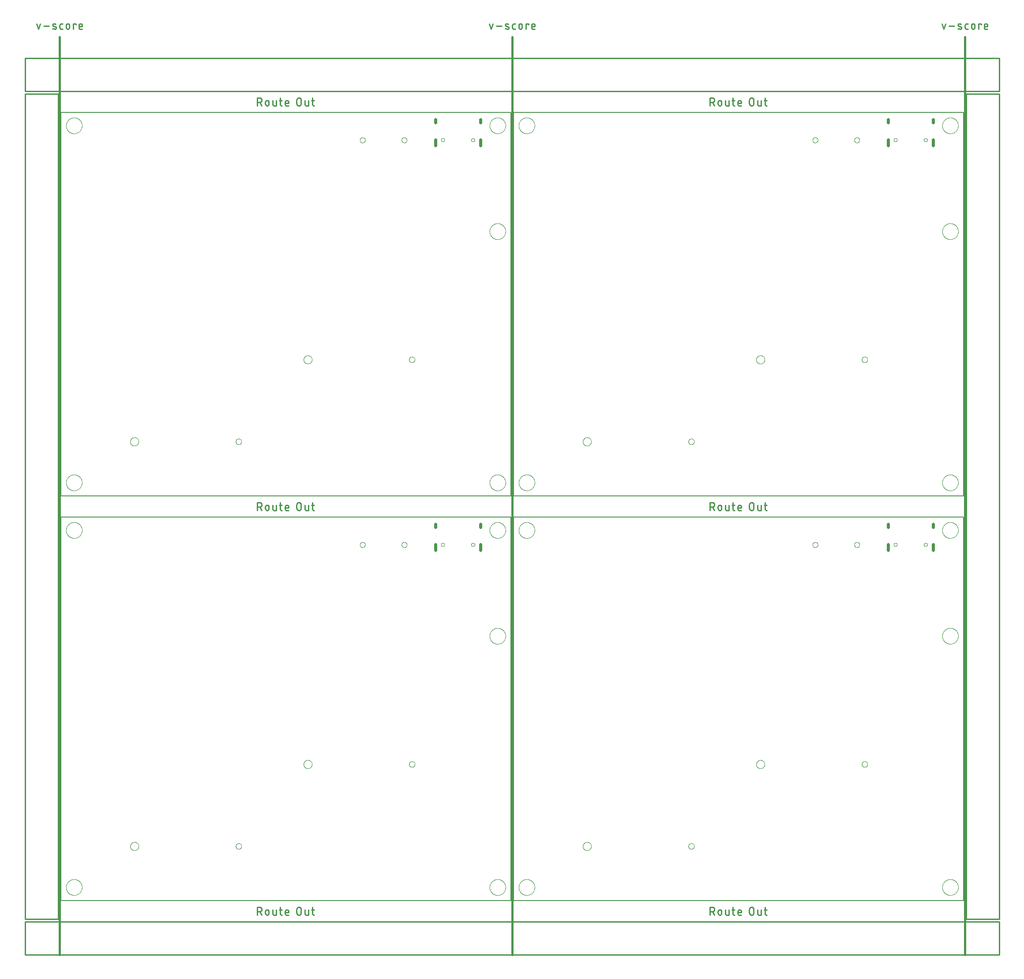
<source format=gko>
G04 EAGLE Gerber RS-274X export*
G75*
%MOMM*%
%FSLAX34Y34*%
%LPD*%
%IN*%
%IPPOS*%
%AMOC8*
5,1,8,0,0,1.08239X$1,22.5*%
G01*
%ADD10C,0.203200*%
%ADD11C,0.279400*%
%ADD12C,0.381000*%
%ADD13C,0.254000*%
%ADD14C,0.000000*%
%ADD15C,0.600000*%


D10*
X0Y736600D02*
X863600Y736600D01*
X863600Y0D02*
X0Y0D01*
X0Y736600D01*
X863600Y736600D02*
X863600Y0D01*
D11*
X377304Y-12827D02*
X377304Y-27813D01*
X377304Y-12827D02*
X381467Y-12827D01*
X381595Y-12829D01*
X381723Y-12835D01*
X381851Y-12845D01*
X381979Y-12859D01*
X382106Y-12876D01*
X382232Y-12898D01*
X382358Y-12923D01*
X382482Y-12953D01*
X382606Y-12986D01*
X382729Y-13023D01*
X382851Y-13064D01*
X382971Y-13108D01*
X383090Y-13156D01*
X383207Y-13208D01*
X383323Y-13263D01*
X383436Y-13322D01*
X383549Y-13385D01*
X383659Y-13451D01*
X383766Y-13520D01*
X383872Y-13592D01*
X383976Y-13668D01*
X384077Y-13747D01*
X384176Y-13829D01*
X384272Y-13914D01*
X384365Y-14001D01*
X384456Y-14092D01*
X384543Y-14185D01*
X384628Y-14281D01*
X384710Y-14380D01*
X384789Y-14481D01*
X384865Y-14585D01*
X384937Y-14691D01*
X385006Y-14798D01*
X385072Y-14909D01*
X385135Y-15021D01*
X385194Y-15134D01*
X385249Y-15250D01*
X385301Y-15367D01*
X385349Y-15486D01*
X385393Y-15606D01*
X385434Y-15728D01*
X385471Y-15851D01*
X385504Y-15975D01*
X385534Y-16099D01*
X385559Y-16225D01*
X385581Y-16351D01*
X385598Y-16478D01*
X385612Y-16606D01*
X385622Y-16734D01*
X385628Y-16862D01*
X385630Y-16990D01*
X385628Y-17118D01*
X385622Y-17246D01*
X385612Y-17374D01*
X385598Y-17502D01*
X385581Y-17629D01*
X385559Y-17755D01*
X385534Y-17881D01*
X385504Y-18005D01*
X385471Y-18129D01*
X385434Y-18252D01*
X385393Y-18374D01*
X385349Y-18494D01*
X385301Y-18613D01*
X385249Y-18730D01*
X385194Y-18846D01*
X385135Y-18959D01*
X385072Y-19072D01*
X385006Y-19182D01*
X384937Y-19289D01*
X384865Y-19395D01*
X384789Y-19499D01*
X384710Y-19600D01*
X384628Y-19699D01*
X384543Y-19795D01*
X384456Y-19888D01*
X384365Y-19979D01*
X384272Y-20066D01*
X384176Y-20151D01*
X384077Y-20233D01*
X383976Y-20312D01*
X383872Y-20388D01*
X383766Y-20460D01*
X383659Y-20529D01*
X383549Y-20595D01*
X383436Y-20658D01*
X383323Y-20717D01*
X383207Y-20772D01*
X383090Y-20824D01*
X382971Y-20872D01*
X382851Y-20916D01*
X382729Y-20957D01*
X382606Y-20994D01*
X382482Y-21027D01*
X382358Y-21057D01*
X382232Y-21082D01*
X382106Y-21104D01*
X381979Y-21121D01*
X381851Y-21135D01*
X381723Y-21145D01*
X381595Y-21151D01*
X381467Y-21153D01*
X377304Y-21153D01*
X382299Y-21153D02*
X385629Y-27813D01*
X392588Y-24483D02*
X392588Y-21153D01*
X392590Y-21039D01*
X392596Y-20926D01*
X392605Y-20812D01*
X392619Y-20700D01*
X392636Y-20587D01*
X392658Y-20475D01*
X392683Y-20365D01*
X392711Y-20255D01*
X392744Y-20146D01*
X392780Y-20038D01*
X392820Y-19931D01*
X392864Y-19826D01*
X392911Y-19723D01*
X392961Y-19621D01*
X393015Y-19521D01*
X393073Y-19423D01*
X393134Y-19327D01*
X393197Y-19233D01*
X393265Y-19141D01*
X393335Y-19051D01*
X393408Y-18965D01*
X393484Y-18880D01*
X393563Y-18798D01*
X393645Y-18719D01*
X393730Y-18643D01*
X393816Y-18570D01*
X393906Y-18500D01*
X393998Y-18432D01*
X394092Y-18369D01*
X394188Y-18308D01*
X394286Y-18250D01*
X394386Y-18196D01*
X394488Y-18146D01*
X394591Y-18099D01*
X394696Y-18055D01*
X394803Y-18015D01*
X394911Y-17979D01*
X395020Y-17946D01*
X395130Y-17918D01*
X395240Y-17893D01*
X395352Y-17871D01*
X395465Y-17854D01*
X395577Y-17840D01*
X395691Y-17831D01*
X395804Y-17825D01*
X395918Y-17823D01*
X396032Y-17825D01*
X396145Y-17831D01*
X396259Y-17840D01*
X396371Y-17854D01*
X396484Y-17871D01*
X396596Y-17893D01*
X396706Y-17918D01*
X396816Y-17946D01*
X396925Y-17979D01*
X397033Y-18015D01*
X397140Y-18055D01*
X397245Y-18099D01*
X397348Y-18146D01*
X397450Y-18196D01*
X397550Y-18250D01*
X397648Y-18308D01*
X397744Y-18369D01*
X397838Y-18432D01*
X397930Y-18500D01*
X398020Y-18570D01*
X398106Y-18643D01*
X398191Y-18719D01*
X398273Y-18798D01*
X398352Y-18880D01*
X398428Y-18965D01*
X398501Y-19051D01*
X398571Y-19141D01*
X398639Y-19233D01*
X398702Y-19327D01*
X398763Y-19423D01*
X398821Y-19521D01*
X398875Y-19621D01*
X398925Y-19723D01*
X398972Y-19826D01*
X399016Y-19931D01*
X399056Y-20038D01*
X399092Y-20146D01*
X399125Y-20255D01*
X399153Y-20365D01*
X399178Y-20475D01*
X399200Y-20587D01*
X399217Y-20700D01*
X399231Y-20812D01*
X399240Y-20926D01*
X399246Y-21039D01*
X399248Y-21153D01*
X399248Y-24483D01*
X399246Y-24597D01*
X399240Y-24710D01*
X399231Y-24824D01*
X399217Y-24936D01*
X399200Y-25049D01*
X399178Y-25161D01*
X399153Y-25271D01*
X399125Y-25381D01*
X399092Y-25490D01*
X399056Y-25598D01*
X399016Y-25705D01*
X398972Y-25810D01*
X398925Y-25913D01*
X398875Y-26015D01*
X398821Y-26115D01*
X398763Y-26213D01*
X398702Y-26309D01*
X398639Y-26403D01*
X398571Y-26495D01*
X398501Y-26585D01*
X398428Y-26671D01*
X398352Y-26756D01*
X398273Y-26838D01*
X398191Y-26917D01*
X398106Y-26993D01*
X398020Y-27066D01*
X397930Y-27136D01*
X397838Y-27204D01*
X397744Y-27267D01*
X397648Y-27328D01*
X397550Y-27386D01*
X397450Y-27440D01*
X397348Y-27490D01*
X397245Y-27537D01*
X397140Y-27581D01*
X397033Y-27621D01*
X396925Y-27657D01*
X396816Y-27690D01*
X396706Y-27718D01*
X396596Y-27743D01*
X396484Y-27765D01*
X396371Y-27782D01*
X396259Y-27796D01*
X396145Y-27805D01*
X396032Y-27811D01*
X395918Y-27813D01*
X395804Y-27811D01*
X395691Y-27805D01*
X395577Y-27796D01*
X395465Y-27782D01*
X395352Y-27765D01*
X395240Y-27743D01*
X395130Y-27718D01*
X395020Y-27690D01*
X394911Y-27657D01*
X394803Y-27621D01*
X394696Y-27581D01*
X394591Y-27537D01*
X394488Y-27490D01*
X394386Y-27440D01*
X394286Y-27386D01*
X394188Y-27328D01*
X394092Y-27267D01*
X393998Y-27204D01*
X393906Y-27136D01*
X393816Y-27066D01*
X393730Y-26993D01*
X393645Y-26917D01*
X393563Y-26838D01*
X393484Y-26756D01*
X393408Y-26671D01*
X393335Y-26585D01*
X393265Y-26495D01*
X393197Y-26403D01*
X393134Y-26309D01*
X393073Y-26213D01*
X393015Y-26115D01*
X392961Y-26015D01*
X392911Y-25913D01*
X392864Y-25810D01*
X392820Y-25705D01*
X392780Y-25598D01*
X392744Y-25490D01*
X392711Y-25381D01*
X392683Y-25271D01*
X392658Y-25161D01*
X392636Y-25049D01*
X392619Y-24936D01*
X392605Y-24824D01*
X392596Y-24710D01*
X392590Y-24597D01*
X392588Y-24483D01*
X406656Y-25315D02*
X406656Y-17822D01*
X406655Y-25315D02*
X406657Y-25413D01*
X406663Y-25511D01*
X406672Y-25609D01*
X406686Y-25706D01*
X406703Y-25802D01*
X406724Y-25898D01*
X406749Y-25993D01*
X406777Y-26087D01*
X406809Y-26180D01*
X406845Y-26271D01*
X406884Y-26361D01*
X406927Y-26449D01*
X406974Y-26536D01*
X407023Y-26620D01*
X407076Y-26703D01*
X407132Y-26783D01*
X407191Y-26862D01*
X407254Y-26937D01*
X407319Y-27011D01*
X407387Y-27081D01*
X407457Y-27149D01*
X407531Y-27215D01*
X407607Y-27277D01*
X407685Y-27336D01*
X407765Y-27392D01*
X407848Y-27445D01*
X407932Y-27495D01*
X408019Y-27541D01*
X408107Y-27584D01*
X408197Y-27623D01*
X408288Y-27659D01*
X408381Y-27691D01*
X408475Y-27719D01*
X408570Y-27744D01*
X408666Y-27765D01*
X408762Y-27782D01*
X408859Y-27796D01*
X408957Y-27805D01*
X409055Y-27811D01*
X409153Y-27813D01*
X413316Y-27813D01*
X413316Y-17822D01*
X419297Y-17822D02*
X424292Y-17822D01*
X420962Y-12827D02*
X420962Y-25315D01*
X420964Y-25413D01*
X420970Y-25511D01*
X420979Y-25609D01*
X420993Y-25706D01*
X421010Y-25802D01*
X421031Y-25898D01*
X421056Y-25993D01*
X421084Y-26087D01*
X421116Y-26180D01*
X421152Y-26271D01*
X421191Y-26361D01*
X421234Y-26449D01*
X421281Y-26536D01*
X421330Y-26620D01*
X421383Y-26703D01*
X421439Y-26783D01*
X421498Y-26862D01*
X421561Y-26937D01*
X421626Y-27011D01*
X421694Y-27081D01*
X421764Y-27149D01*
X421838Y-27215D01*
X421914Y-27277D01*
X421992Y-27336D01*
X422072Y-27392D01*
X422155Y-27445D01*
X422239Y-27495D01*
X422326Y-27541D01*
X422414Y-27584D01*
X422504Y-27623D01*
X422595Y-27659D01*
X422688Y-27691D01*
X422782Y-27719D01*
X422877Y-27744D01*
X422973Y-27765D01*
X423069Y-27782D01*
X423166Y-27796D01*
X423264Y-27805D01*
X423362Y-27811D01*
X423460Y-27813D01*
X424292Y-27813D01*
X433121Y-27813D02*
X437284Y-27813D01*
X433121Y-27813D02*
X433023Y-27811D01*
X432925Y-27805D01*
X432827Y-27796D01*
X432730Y-27782D01*
X432634Y-27765D01*
X432538Y-27744D01*
X432443Y-27719D01*
X432349Y-27691D01*
X432256Y-27659D01*
X432165Y-27623D01*
X432075Y-27584D01*
X431987Y-27541D01*
X431900Y-27494D01*
X431816Y-27445D01*
X431733Y-27392D01*
X431653Y-27336D01*
X431575Y-27277D01*
X431499Y-27215D01*
X431425Y-27149D01*
X431355Y-27081D01*
X431287Y-27011D01*
X431222Y-26937D01*
X431159Y-26862D01*
X431100Y-26783D01*
X431044Y-26703D01*
X430991Y-26620D01*
X430942Y-26536D01*
X430895Y-26449D01*
X430852Y-26361D01*
X430813Y-26271D01*
X430777Y-26180D01*
X430745Y-26087D01*
X430717Y-25993D01*
X430692Y-25898D01*
X430671Y-25802D01*
X430654Y-25706D01*
X430640Y-25609D01*
X430631Y-25511D01*
X430625Y-25413D01*
X430623Y-25315D01*
X430624Y-25315D02*
X430624Y-21153D01*
X430626Y-21039D01*
X430632Y-20926D01*
X430641Y-20812D01*
X430655Y-20700D01*
X430672Y-20587D01*
X430694Y-20475D01*
X430719Y-20365D01*
X430747Y-20255D01*
X430780Y-20146D01*
X430816Y-20038D01*
X430856Y-19931D01*
X430900Y-19826D01*
X430947Y-19723D01*
X430997Y-19621D01*
X431051Y-19521D01*
X431109Y-19423D01*
X431170Y-19327D01*
X431233Y-19233D01*
X431301Y-19141D01*
X431371Y-19051D01*
X431444Y-18965D01*
X431520Y-18880D01*
X431599Y-18798D01*
X431681Y-18719D01*
X431766Y-18643D01*
X431852Y-18570D01*
X431942Y-18500D01*
X432034Y-18432D01*
X432128Y-18369D01*
X432224Y-18308D01*
X432322Y-18250D01*
X432422Y-18196D01*
X432524Y-18146D01*
X432627Y-18099D01*
X432732Y-18055D01*
X432839Y-18015D01*
X432947Y-17979D01*
X433056Y-17946D01*
X433166Y-17918D01*
X433276Y-17893D01*
X433388Y-17871D01*
X433501Y-17854D01*
X433613Y-17840D01*
X433727Y-17831D01*
X433840Y-17825D01*
X433954Y-17823D01*
X434068Y-17825D01*
X434181Y-17831D01*
X434295Y-17840D01*
X434407Y-17854D01*
X434520Y-17871D01*
X434632Y-17893D01*
X434742Y-17918D01*
X434852Y-17946D01*
X434961Y-17979D01*
X435069Y-18015D01*
X435176Y-18055D01*
X435281Y-18099D01*
X435384Y-18146D01*
X435486Y-18196D01*
X435586Y-18250D01*
X435684Y-18308D01*
X435780Y-18369D01*
X435874Y-18432D01*
X435966Y-18500D01*
X436056Y-18570D01*
X436142Y-18643D01*
X436227Y-18719D01*
X436309Y-18798D01*
X436388Y-18880D01*
X436464Y-18965D01*
X436537Y-19051D01*
X436607Y-19141D01*
X436675Y-19233D01*
X436738Y-19327D01*
X436799Y-19423D01*
X436857Y-19521D01*
X436911Y-19621D01*
X436961Y-19723D01*
X437008Y-19826D01*
X437052Y-19931D01*
X437092Y-20038D01*
X437128Y-20146D01*
X437161Y-20255D01*
X437189Y-20365D01*
X437214Y-20475D01*
X437236Y-20587D01*
X437253Y-20700D01*
X437267Y-20812D01*
X437276Y-20926D01*
X437282Y-21039D01*
X437284Y-21153D01*
X437284Y-22818D01*
X430624Y-22818D01*
X452717Y-23650D02*
X452717Y-16990D01*
X452719Y-16862D01*
X452725Y-16734D01*
X452735Y-16606D01*
X452749Y-16478D01*
X452766Y-16351D01*
X452788Y-16225D01*
X452813Y-16099D01*
X452843Y-15975D01*
X452876Y-15851D01*
X452913Y-15728D01*
X452954Y-15606D01*
X452998Y-15486D01*
X453046Y-15367D01*
X453098Y-15250D01*
X453153Y-15134D01*
X453212Y-15021D01*
X453275Y-14908D01*
X453341Y-14798D01*
X453410Y-14691D01*
X453482Y-14585D01*
X453558Y-14481D01*
X453637Y-14380D01*
X453719Y-14281D01*
X453804Y-14185D01*
X453891Y-14092D01*
X453982Y-14001D01*
X454075Y-13914D01*
X454171Y-13829D01*
X454270Y-13747D01*
X454371Y-13668D01*
X454475Y-13592D01*
X454581Y-13520D01*
X454688Y-13451D01*
X454799Y-13385D01*
X454911Y-13322D01*
X455024Y-13263D01*
X455140Y-13208D01*
X455257Y-13156D01*
X455376Y-13108D01*
X455496Y-13064D01*
X455618Y-13023D01*
X455741Y-12986D01*
X455865Y-12953D01*
X455989Y-12923D01*
X456115Y-12898D01*
X456241Y-12876D01*
X456368Y-12859D01*
X456496Y-12845D01*
X456624Y-12835D01*
X456752Y-12829D01*
X456880Y-12827D01*
X457008Y-12829D01*
X457136Y-12835D01*
X457264Y-12845D01*
X457392Y-12859D01*
X457519Y-12876D01*
X457645Y-12898D01*
X457771Y-12923D01*
X457895Y-12953D01*
X458019Y-12986D01*
X458142Y-13023D01*
X458264Y-13064D01*
X458384Y-13108D01*
X458503Y-13156D01*
X458620Y-13208D01*
X458736Y-13263D01*
X458849Y-13322D01*
X458962Y-13385D01*
X459072Y-13451D01*
X459179Y-13520D01*
X459285Y-13592D01*
X459389Y-13668D01*
X459490Y-13747D01*
X459589Y-13829D01*
X459685Y-13914D01*
X459778Y-14001D01*
X459869Y-14092D01*
X459956Y-14185D01*
X460041Y-14281D01*
X460123Y-14380D01*
X460202Y-14481D01*
X460278Y-14585D01*
X460350Y-14691D01*
X460419Y-14798D01*
X460485Y-14909D01*
X460548Y-15021D01*
X460607Y-15134D01*
X460662Y-15250D01*
X460714Y-15367D01*
X460762Y-15486D01*
X460806Y-15606D01*
X460847Y-15728D01*
X460884Y-15851D01*
X460917Y-15975D01*
X460947Y-16099D01*
X460972Y-16225D01*
X460994Y-16351D01*
X461011Y-16478D01*
X461025Y-16606D01*
X461035Y-16734D01*
X461041Y-16862D01*
X461043Y-16990D01*
X461042Y-16990D02*
X461042Y-23650D01*
X461043Y-23650D02*
X461041Y-23778D01*
X461035Y-23906D01*
X461025Y-24034D01*
X461011Y-24162D01*
X460994Y-24289D01*
X460972Y-24415D01*
X460947Y-24541D01*
X460917Y-24665D01*
X460884Y-24789D01*
X460847Y-24912D01*
X460806Y-25034D01*
X460762Y-25154D01*
X460714Y-25273D01*
X460662Y-25390D01*
X460607Y-25506D01*
X460548Y-25619D01*
X460485Y-25732D01*
X460419Y-25842D01*
X460350Y-25949D01*
X460278Y-26055D01*
X460202Y-26159D01*
X460123Y-26260D01*
X460041Y-26359D01*
X459956Y-26455D01*
X459869Y-26548D01*
X459778Y-26639D01*
X459685Y-26726D01*
X459589Y-26811D01*
X459490Y-26893D01*
X459389Y-26972D01*
X459285Y-27048D01*
X459179Y-27120D01*
X459072Y-27189D01*
X458962Y-27255D01*
X458849Y-27318D01*
X458736Y-27377D01*
X458620Y-27432D01*
X458503Y-27484D01*
X458384Y-27532D01*
X458264Y-27576D01*
X458142Y-27617D01*
X458019Y-27654D01*
X457895Y-27687D01*
X457771Y-27717D01*
X457645Y-27742D01*
X457519Y-27764D01*
X457392Y-27781D01*
X457264Y-27795D01*
X457136Y-27805D01*
X457008Y-27811D01*
X456880Y-27813D01*
X456752Y-27811D01*
X456624Y-27805D01*
X456496Y-27795D01*
X456368Y-27781D01*
X456241Y-27764D01*
X456115Y-27742D01*
X455989Y-27717D01*
X455865Y-27687D01*
X455741Y-27654D01*
X455618Y-27617D01*
X455496Y-27576D01*
X455376Y-27532D01*
X455257Y-27484D01*
X455140Y-27432D01*
X455024Y-27377D01*
X454911Y-27318D01*
X454799Y-27255D01*
X454688Y-27189D01*
X454581Y-27120D01*
X454475Y-27048D01*
X454371Y-26972D01*
X454270Y-26893D01*
X454171Y-26811D01*
X454075Y-26726D01*
X453982Y-26639D01*
X453891Y-26548D01*
X453804Y-26455D01*
X453719Y-26359D01*
X453637Y-26260D01*
X453558Y-26159D01*
X453482Y-26055D01*
X453410Y-25949D01*
X453341Y-25842D01*
X453275Y-25731D01*
X453212Y-25619D01*
X453153Y-25506D01*
X453098Y-25390D01*
X453046Y-25273D01*
X452998Y-25154D01*
X452954Y-25034D01*
X452913Y-24912D01*
X452876Y-24789D01*
X452843Y-24665D01*
X452813Y-24541D01*
X452788Y-24415D01*
X452766Y-24289D01*
X452749Y-24162D01*
X452735Y-24034D01*
X452725Y-23906D01*
X452719Y-23778D01*
X452717Y-23650D01*
X468659Y-25315D02*
X468659Y-17822D01*
X468659Y-25315D02*
X468661Y-25413D01*
X468667Y-25511D01*
X468676Y-25609D01*
X468690Y-25706D01*
X468707Y-25802D01*
X468728Y-25898D01*
X468753Y-25993D01*
X468781Y-26087D01*
X468813Y-26180D01*
X468849Y-26271D01*
X468888Y-26361D01*
X468931Y-26449D01*
X468978Y-26536D01*
X469027Y-26620D01*
X469080Y-26703D01*
X469136Y-26783D01*
X469195Y-26862D01*
X469258Y-26937D01*
X469323Y-27011D01*
X469391Y-27081D01*
X469461Y-27149D01*
X469535Y-27215D01*
X469611Y-27277D01*
X469689Y-27336D01*
X469769Y-27392D01*
X469852Y-27445D01*
X469936Y-27495D01*
X470023Y-27541D01*
X470111Y-27584D01*
X470201Y-27623D01*
X470292Y-27659D01*
X470385Y-27691D01*
X470479Y-27719D01*
X470574Y-27744D01*
X470670Y-27765D01*
X470766Y-27782D01*
X470863Y-27796D01*
X470961Y-27805D01*
X471059Y-27811D01*
X471157Y-27813D01*
X475320Y-27813D01*
X475320Y-17822D01*
X481301Y-17822D02*
X486296Y-17822D01*
X482966Y-12827D02*
X482966Y-25315D01*
X482965Y-25315D02*
X482967Y-25413D01*
X482973Y-25511D01*
X482982Y-25609D01*
X482996Y-25706D01*
X483013Y-25802D01*
X483034Y-25898D01*
X483059Y-25993D01*
X483087Y-26087D01*
X483119Y-26180D01*
X483155Y-26271D01*
X483194Y-26361D01*
X483237Y-26449D01*
X483284Y-26536D01*
X483333Y-26620D01*
X483386Y-26703D01*
X483442Y-26783D01*
X483501Y-26862D01*
X483564Y-26937D01*
X483629Y-27011D01*
X483697Y-27081D01*
X483767Y-27149D01*
X483841Y-27215D01*
X483917Y-27277D01*
X483995Y-27336D01*
X484075Y-27392D01*
X484158Y-27445D01*
X484242Y-27495D01*
X484329Y-27541D01*
X484417Y-27584D01*
X484507Y-27623D01*
X484598Y-27659D01*
X484691Y-27691D01*
X484785Y-27719D01*
X484880Y-27744D01*
X484976Y-27765D01*
X485072Y-27782D01*
X485169Y-27796D01*
X485267Y-27805D01*
X485365Y-27811D01*
X485463Y-27813D01*
X485464Y-27813D02*
X486296Y-27813D01*
D10*
X868680Y736600D02*
X1732280Y736600D01*
X1732280Y0D02*
X868680Y0D01*
X868680Y736600D01*
X1732280Y736600D02*
X1732280Y0D01*
D11*
X1245984Y-12827D02*
X1245984Y-27813D01*
X1245984Y-12827D02*
X1250147Y-12827D01*
X1250275Y-12829D01*
X1250403Y-12835D01*
X1250531Y-12845D01*
X1250659Y-12859D01*
X1250786Y-12876D01*
X1250912Y-12898D01*
X1251038Y-12923D01*
X1251162Y-12953D01*
X1251286Y-12986D01*
X1251409Y-13023D01*
X1251531Y-13064D01*
X1251651Y-13108D01*
X1251770Y-13156D01*
X1251887Y-13208D01*
X1252003Y-13263D01*
X1252116Y-13322D01*
X1252229Y-13385D01*
X1252339Y-13451D01*
X1252446Y-13520D01*
X1252552Y-13592D01*
X1252656Y-13668D01*
X1252757Y-13747D01*
X1252856Y-13829D01*
X1252952Y-13914D01*
X1253045Y-14001D01*
X1253136Y-14092D01*
X1253223Y-14185D01*
X1253308Y-14281D01*
X1253390Y-14380D01*
X1253469Y-14481D01*
X1253545Y-14585D01*
X1253617Y-14691D01*
X1253686Y-14798D01*
X1253752Y-14909D01*
X1253815Y-15021D01*
X1253874Y-15134D01*
X1253929Y-15250D01*
X1253981Y-15367D01*
X1254029Y-15486D01*
X1254073Y-15606D01*
X1254114Y-15728D01*
X1254151Y-15851D01*
X1254184Y-15975D01*
X1254214Y-16099D01*
X1254239Y-16225D01*
X1254261Y-16351D01*
X1254278Y-16478D01*
X1254292Y-16606D01*
X1254302Y-16734D01*
X1254308Y-16862D01*
X1254310Y-16990D01*
X1254308Y-17118D01*
X1254302Y-17246D01*
X1254292Y-17374D01*
X1254278Y-17502D01*
X1254261Y-17629D01*
X1254239Y-17755D01*
X1254214Y-17881D01*
X1254184Y-18005D01*
X1254151Y-18129D01*
X1254114Y-18252D01*
X1254073Y-18374D01*
X1254029Y-18494D01*
X1253981Y-18613D01*
X1253929Y-18730D01*
X1253874Y-18846D01*
X1253815Y-18959D01*
X1253752Y-19072D01*
X1253686Y-19182D01*
X1253617Y-19289D01*
X1253545Y-19395D01*
X1253469Y-19499D01*
X1253390Y-19600D01*
X1253308Y-19699D01*
X1253223Y-19795D01*
X1253136Y-19888D01*
X1253045Y-19979D01*
X1252952Y-20066D01*
X1252856Y-20151D01*
X1252757Y-20233D01*
X1252656Y-20312D01*
X1252552Y-20388D01*
X1252446Y-20460D01*
X1252339Y-20529D01*
X1252229Y-20595D01*
X1252116Y-20658D01*
X1252003Y-20717D01*
X1251887Y-20772D01*
X1251770Y-20824D01*
X1251651Y-20872D01*
X1251531Y-20916D01*
X1251409Y-20957D01*
X1251286Y-20994D01*
X1251162Y-21027D01*
X1251038Y-21057D01*
X1250912Y-21082D01*
X1250786Y-21104D01*
X1250659Y-21121D01*
X1250531Y-21135D01*
X1250403Y-21145D01*
X1250275Y-21151D01*
X1250147Y-21153D01*
X1245984Y-21153D01*
X1250979Y-21153D02*
X1254309Y-27813D01*
X1261268Y-24483D02*
X1261268Y-21153D01*
X1261270Y-21039D01*
X1261276Y-20926D01*
X1261285Y-20812D01*
X1261299Y-20700D01*
X1261316Y-20587D01*
X1261338Y-20475D01*
X1261363Y-20365D01*
X1261391Y-20255D01*
X1261424Y-20146D01*
X1261460Y-20038D01*
X1261500Y-19931D01*
X1261544Y-19826D01*
X1261591Y-19723D01*
X1261641Y-19621D01*
X1261695Y-19521D01*
X1261753Y-19423D01*
X1261814Y-19327D01*
X1261877Y-19233D01*
X1261945Y-19141D01*
X1262015Y-19051D01*
X1262088Y-18965D01*
X1262164Y-18880D01*
X1262243Y-18798D01*
X1262325Y-18719D01*
X1262410Y-18643D01*
X1262496Y-18570D01*
X1262586Y-18500D01*
X1262678Y-18432D01*
X1262772Y-18369D01*
X1262868Y-18308D01*
X1262966Y-18250D01*
X1263066Y-18196D01*
X1263168Y-18146D01*
X1263271Y-18099D01*
X1263376Y-18055D01*
X1263483Y-18015D01*
X1263591Y-17979D01*
X1263700Y-17946D01*
X1263810Y-17918D01*
X1263920Y-17893D01*
X1264032Y-17871D01*
X1264145Y-17854D01*
X1264257Y-17840D01*
X1264371Y-17831D01*
X1264484Y-17825D01*
X1264598Y-17823D01*
X1264712Y-17825D01*
X1264825Y-17831D01*
X1264939Y-17840D01*
X1265051Y-17854D01*
X1265164Y-17871D01*
X1265276Y-17893D01*
X1265386Y-17918D01*
X1265496Y-17946D01*
X1265605Y-17979D01*
X1265713Y-18015D01*
X1265820Y-18055D01*
X1265925Y-18099D01*
X1266028Y-18146D01*
X1266130Y-18196D01*
X1266230Y-18250D01*
X1266328Y-18308D01*
X1266424Y-18369D01*
X1266518Y-18432D01*
X1266610Y-18500D01*
X1266700Y-18570D01*
X1266786Y-18643D01*
X1266871Y-18719D01*
X1266953Y-18798D01*
X1267032Y-18880D01*
X1267108Y-18965D01*
X1267181Y-19051D01*
X1267251Y-19141D01*
X1267319Y-19233D01*
X1267382Y-19327D01*
X1267443Y-19423D01*
X1267501Y-19521D01*
X1267555Y-19621D01*
X1267605Y-19723D01*
X1267652Y-19826D01*
X1267696Y-19931D01*
X1267736Y-20038D01*
X1267772Y-20146D01*
X1267805Y-20255D01*
X1267833Y-20365D01*
X1267858Y-20475D01*
X1267880Y-20587D01*
X1267897Y-20700D01*
X1267911Y-20812D01*
X1267920Y-20926D01*
X1267926Y-21039D01*
X1267928Y-21153D01*
X1267928Y-24483D01*
X1267926Y-24597D01*
X1267920Y-24710D01*
X1267911Y-24824D01*
X1267897Y-24936D01*
X1267880Y-25049D01*
X1267858Y-25161D01*
X1267833Y-25271D01*
X1267805Y-25381D01*
X1267772Y-25490D01*
X1267736Y-25598D01*
X1267696Y-25705D01*
X1267652Y-25810D01*
X1267605Y-25913D01*
X1267555Y-26015D01*
X1267501Y-26115D01*
X1267443Y-26213D01*
X1267382Y-26309D01*
X1267319Y-26403D01*
X1267251Y-26495D01*
X1267181Y-26585D01*
X1267108Y-26671D01*
X1267032Y-26756D01*
X1266953Y-26838D01*
X1266871Y-26917D01*
X1266786Y-26993D01*
X1266700Y-27066D01*
X1266610Y-27136D01*
X1266518Y-27204D01*
X1266424Y-27267D01*
X1266328Y-27328D01*
X1266230Y-27386D01*
X1266130Y-27440D01*
X1266028Y-27490D01*
X1265925Y-27537D01*
X1265820Y-27581D01*
X1265713Y-27621D01*
X1265605Y-27657D01*
X1265496Y-27690D01*
X1265386Y-27718D01*
X1265276Y-27743D01*
X1265164Y-27765D01*
X1265051Y-27782D01*
X1264939Y-27796D01*
X1264825Y-27805D01*
X1264712Y-27811D01*
X1264598Y-27813D01*
X1264484Y-27811D01*
X1264371Y-27805D01*
X1264257Y-27796D01*
X1264145Y-27782D01*
X1264032Y-27765D01*
X1263920Y-27743D01*
X1263810Y-27718D01*
X1263700Y-27690D01*
X1263591Y-27657D01*
X1263483Y-27621D01*
X1263376Y-27581D01*
X1263271Y-27537D01*
X1263168Y-27490D01*
X1263066Y-27440D01*
X1262966Y-27386D01*
X1262868Y-27328D01*
X1262772Y-27267D01*
X1262678Y-27204D01*
X1262586Y-27136D01*
X1262496Y-27066D01*
X1262410Y-26993D01*
X1262325Y-26917D01*
X1262243Y-26838D01*
X1262164Y-26756D01*
X1262088Y-26671D01*
X1262015Y-26585D01*
X1261945Y-26495D01*
X1261877Y-26403D01*
X1261814Y-26309D01*
X1261753Y-26213D01*
X1261695Y-26115D01*
X1261641Y-26015D01*
X1261591Y-25913D01*
X1261544Y-25810D01*
X1261500Y-25705D01*
X1261460Y-25598D01*
X1261424Y-25490D01*
X1261391Y-25381D01*
X1261363Y-25271D01*
X1261338Y-25161D01*
X1261316Y-25049D01*
X1261299Y-24936D01*
X1261285Y-24824D01*
X1261276Y-24710D01*
X1261270Y-24597D01*
X1261268Y-24483D01*
X1275336Y-25315D02*
X1275336Y-17822D01*
X1275335Y-25315D02*
X1275337Y-25413D01*
X1275343Y-25511D01*
X1275352Y-25609D01*
X1275366Y-25706D01*
X1275383Y-25802D01*
X1275404Y-25898D01*
X1275429Y-25993D01*
X1275457Y-26087D01*
X1275489Y-26180D01*
X1275525Y-26271D01*
X1275564Y-26361D01*
X1275607Y-26449D01*
X1275654Y-26536D01*
X1275703Y-26620D01*
X1275756Y-26703D01*
X1275812Y-26783D01*
X1275871Y-26862D01*
X1275934Y-26937D01*
X1275999Y-27011D01*
X1276067Y-27081D01*
X1276137Y-27149D01*
X1276211Y-27215D01*
X1276287Y-27277D01*
X1276365Y-27336D01*
X1276445Y-27392D01*
X1276528Y-27445D01*
X1276612Y-27495D01*
X1276699Y-27541D01*
X1276787Y-27584D01*
X1276877Y-27623D01*
X1276968Y-27659D01*
X1277061Y-27691D01*
X1277155Y-27719D01*
X1277250Y-27744D01*
X1277346Y-27765D01*
X1277442Y-27782D01*
X1277539Y-27796D01*
X1277637Y-27805D01*
X1277735Y-27811D01*
X1277833Y-27813D01*
X1281996Y-27813D01*
X1281996Y-17822D01*
X1287977Y-17822D02*
X1292972Y-17822D01*
X1289642Y-12827D02*
X1289642Y-25315D01*
X1289644Y-25413D01*
X1289650Y-25511D01*
X1289659Y-25609D01*
X1289673Y-25706D01*
X1289690Y-25802D01*
X1289711Y-25898D01*
X1289736Y-25993D01*
X1289764Y-26087D01*
X1289796Y-26180D01*
X1289832Y-26271D01*
X1289871Y-26361D01*
X1289914Y-26449D01*
X1289961Y-26536D01*
X1290010Y-26620D01*
X1290063Y-26703D01*
X1290119Y-26783D01*
X1290178Y-26862D01*
X1290241Y-26937D01*
X1290306Y-27011D01*
X1290374Y-27081D01*
X1290444Y-27149D01*
X1290518Y-27215D01*
X1290594Y-27277D01*
X1290672Y-27336D01*
X1290752Y-27392D01*
X1290835Y-27445D01*
X1290919Y-27495D01*
X1291006Y-27541D01*
X1291094Y-27584D01*
X1291184Y-27623D01*
X1291275Y-27659D01*
X1291368Y-27691D01*
X1291462Y-27719D01*
X1291557Y-27744D01*
X1291653Y-27765D01*
X1291749Y-27782D01*
X1291846Y-27796D01*
X1291944Y-27805D01*
X1292042Y-27811D01*
X1292140Y-27813D01*
X1292972Y-27813D01*
X1301801Y-27813D02*
X1305964Y-27813D01*
X1301801Y-27813D02*
X1301703Y-27811D01*
X1301605Y-27805D01*
X1301507Y-27796D01*
X1301410Y-27782D01*
X1301314Y-27765D01*
X1301218Y-27744D01*
X1301123Y-27719D01*
X1301029Y-27691D01*
X1300936Y-27659D01*
X1300845Y-27623D01*
X1300755Y-27584D01*
X1300667Y-27541D01*
X1300580Y-27494D01*
X1300496Y-27445D01*
X1300413Y-27392D01*
X1300333Y-27336D01*
X1300255Y-27277D01*
X1300179Y-27215D01*
X1300105Y-27149D01*
X1300035Y-27081D01*
X1299967Y-27011D01*
X1299902Y-26937D01*
X1299839Y-26862D01*
X1299780Y-26783D01*
X1299724Y-26703D01*
X1299671Y-26620D01*
X1299622Y-26536D01*
X1299575Y-26449D01*
X1299532Y-26361D01*
X1299493Y-26271D01*
X1299457Y-26180D01*
X1299425Y-26087D01*
X1299397Y-25993D01*
X1299372Y-25898D01*
X1299351Y-25802D01*
X1299334Y-25706D01*
X1299320Y-25609D01*
X1299311Y-25511D01*
X1299305Y-25413D01*
X1299303Y-25315D01*
X1299304Y-25315D02*
X1299304Y-21153D01*
X1299306Y-21039D01*
X1299312Y-20926D01*
X1299321Y-20812D01*
X1299335Y-20700D01*
X1299352Y-20587D01*
X1299374Y-20475D01*
X1299399Y-20365D01*
X1299427Y-20255D01*
X1299460Y-20146D01*
X1299496Y-20038D01*
X1299536Y-19931D01*
X1299580Y-19826D01*
X1299627Y-19723D01*
X1299677Y-19621D01*
X1299731Y-19521D01*
X1299789Y-19423D01*
X1299850Y-19327D01*
X1299913Y-19233D01*
X1299981Y-19141D01*
X1300051Y-19051D01*
X1300124Y-18965D01*
X1300200Y-18880D01*
X1300279Y-18798D01*
X1300361Y-18719D01*
X1300446Y-18643D01*
X1300532Y-18570D01*
X1300622Y-18500D01*
X1300714Y-18432D01*
X1300808Y-18369D01*
X1300904Y-18308D01*
X1301002Y-18250D01*
X1301102Y-18196D01*
X1301204Y-18146D01*
X1301307Y-18099D01*
X1301412Y-18055D01*
X1301519Y-18015D01*
X1301627Y-17979D01*
X1301736Y-17946D01*
X1301846Y-17918D01*
X1301956Y-17893D01*
X1302068Y-17871D01*
X1302181Y-17854D01*
X1302293Y-17840D01*
X1302407Y-17831D01*
X1302520Y-17825D01*
X1302634Y-17823D01*
X1302748Y-17825D01*
X1302861Y-17831D01*
X1302975Y-17840D01*
X1303087Y-17854D01*
X1303200Y-17871D01*
X1303312Y-17893D01*
X1303422Y-17918D01*
X1303532Y-17946D01*
X1303641Y-17979D01*
X1303749Y-18015D01*
X1303856Y-18055D01*
X1303961Y-18099D01*
X1304064Y-18146D01*
X1304166Y-18196D01*
X1304266Y-18250D01*
X1304364Y-18308D01*
X1304460Y-18369D01*
X1304554Y-18432D01*
X1304646Y-18500D01*
X1304736Y-18570D01*
X1304822Y-18643D01*
X1304907Y-18719D01*
X1304989Y-18798D01*
X1305068Y-18880D01*
X1305144Y-18965D01*
X1305217Y-19051D01*
X1305287Y-19141D01*
X1305355Y-19233D01*
X1305418Y-19327D01*
X1305479Y-19423D01*
X1305537Y-19521D01*
X1305591Y-19621D01*
X1305641Y-19723D01*
X1305688Y-19826D01*
X1305732Y-19931D01*
X1305772Y-20038D01*
X1305808Y-20146D01*
X1305841Y-20255D01*
X1305869Y-20365D01*
X1305894Y-20475D01*
X1305916Y-20587D01*
X1305933Y-20700D01*
X1305947Y-20812D01*
X1305956Y-20926D01*
X1305962Y-21039D01*
X1305964Y-21153D01*
X1305964Y-22818D01*
X1299304Y-22818D01*
X1321397Y-23650D02*
X1321397Y-16990D01*
X1321399Y-16862D01*
X1321405Y-16734D01*
X1321415Y-16606D01*
X1321429Y-16478D01*
X1321446Y-16351D01*
X1321468Y-16225D01*
X1321493Y-16099D01*
X1321523Y-15975D01*
X1321556Y-15851D01*
X1321593Y-15728D01*
X1321634Y-15606D01*
X1321678Y-15486D01*
X1321726Y-15367D01*
X1321778Y-15250D01*
X1321833Y-15134D01*
X1321892Y-15021D01*
X1321955Y-14908D01*
X1322021Y-14798D01*
X1322090Y-14691D01*
X1322162Y-14585D01*
X1322238Y-14481D01*
X1322317Y-14380D01*
X1322399Y-14281D01*
X1322484Y-14185D01*
X1322571Y-14092D01*
X1322662Y-14001D01*
X1322755Y-13914D01*
X1322851Y-13829D01*
X1322950Y-13747D01*
X1323051Y-13668D01*
X1323155Y-13592D01*
X1323261Y-13520D01*
X1323368Y-13451D01*
X1323479Y-13385D01*
X1323591Y-13322D01*
X1323704Y-13263D01*
X1323820Y-13208D01*
X1323937Y-13156D01*
X1324056Y-13108D01*
X1324176Y-13064D01*
X1324298Y-13023D01*
X1324421Y-12986D01*
X1324545Y-12953D01*
X1324669Y-12923D01*
X1324795Y-12898D01*
X1324921Y-12876D01*
X1325048Y-12859D01*
X1325176Y-12845D01*
X1325304Y-12835D01*
X1325432Y-12829D01*
X1325560Y-12827D01*
X1325688Y-12829D01*
X1325816Y-12835D01*
X1325944Y-12845D01*
X1326072Y-12859D01*
X1326199Y-12876D01*
X1326325Y-12898D01*
X1326451Y-12923D01*
X1326575Y-12953D01*
X1326699Y-12986D01*
X1326822Y-13023D01*
X1326944Y-13064D01*
X1327064Y-13108D01*
X1327183Y-13156D01*
X1327300Y-13208D01*
X1327416Y-13263D01*
X1327529Y-13322D01*
X1327642Y-13385D01*
X1327752Y-13451D01*
X1327859Y-13520D01*
X1327965Y-13592D01*
X1328069Y-13668D01*
X1328170Y-13747D01*
X1328269Y-13829D01*
X1328365Y-13914D01*
X1328458Y-14001D01*
X1328549Y-14092D01*
X1328636Y-14185D01*
X1328721Y-14281D01*
X1328803Y-14380D01*
X1328882Y-14481D01*
X1328958Y-14585D01*
X1329030Y-14691D01*
X1329099Y-14798D01*
X1329165Y-14909D01*
X1329228Y-15021D01*
X1329287Y-15134D01*
X1329342Y-15250D01*
X1329394Y-15367D01*
X1329442Y-15486D01*
X1329486Y-15606D01*
X1329527Y-15728D01*
X1329564Y-15851D01*
X1329597Y-15975D01*
X1329627Y-16099D01*
X1329652Y-16225D01*
X1329674Y-16351D01*
X1329691Y-16478D01*
X1329705Y-16606D01*
X1329715Y-16734D01*
X1329721Y-16862D01*
X1329723Y-16990D01*
X1329722Y-16990D02*
X1329722Y-23650D01*
X1329723Y-23650D02*
X1329721Y-23778D01*
X1329715Y-23906D01*
X1329705Y-24034D01*
X1329691Y-24162D01*
X1329674Y-24289D01*
X1329652Y-24415D01*
X1329627Y-24541D01*
X1329597Y-24665D01*
X1329564Y-24789D01*
X1329527Y-24912D01*
X1329486Y-25034D01*
X1329442Y-25154D01*
X1329394Y-25273D01*
X1329342Y-25390D01*
X1329287Y-25506D01*
X1329228Y-25619D01*
X1329165Y-25732D01*
X1329099Y-25842D01*
X1329030Y-25949D01*
X1328958Y-26055D01*
X1328882Y-26159D01*
X1328803Y-26260D01*
X1328721Y-26359D01*
X1328636Y-26455D01*
X1328549Y-26548D01*
X1328458Y-26639D01*
X1328365Y-26726D01*
X1328269Y-26811D01*
X1328170Y-26893D01*
X1328069Y-26972D01*
X1327965Y-27048D01*
X1327859Y-27120D01*
X1327752Y-27189D01*
X1327642Y-27255D01*
X1327529Y-27318D01*
X1327416Y-27377D01*
X1327300Y-27432D01*
X1327183Y-27484D01*
X1327064Y-27532D01*
X1326944Y-27576D01*
X1326822Y-27617D01*
X1326699Y-27654D01*
X1326575Y-27687D01*
X1326451Y-27717D01*
X1326325Y-27742D01*
X1326199Y-27764D01*
X1326072Y-27781D01*
X1325944Y-27795D01*
X1325816Y-27805D01*
X1325688Y-27811D01*
X1325560Y-27813D01*
X1325432Y-27811D01*
X1325304Y-27805D01*
X1325176Y-27795D01*
X1325048Y-27781D01*
X1324921Y-27764D01*
X1324795Y-27742D01*
X1324669Y-27717D01*
X1324545Y-27687D01*
X1324421Y-27654D01*
X1324298Y-27617D01*
X1324176Y-27576D01*
X1324056Y-27532D01*
X1323937Y-27484D01*
X1323820Y-27432D01*
X1323704Y-27377D01*
X1323591Y-27318D01*
X1323479Y-27255D01*
X1323368Y-27189D01*
X1323261Y-27120D01*
X1323155Y-27048D01*
X1323051Y-26972D01*
X1322950Y-26893D01*
X1322851Y-26811D01*
X1322755Y-26726D01*
X1322662Y-26639D01*
X1322571Y-26548D01*
X1322484Y-26455D01*
X1322399Y-26359D01*
X1322317Y-26260D01*
X1322238Y-26159D01*
X1322162Y-26055D01*
X1322090Y-25949D01*
X1322021Y-25842D01*
X1321955Y-25731D01*
X1321892Y-25619D01*
X1321833Y-25506D01*
X1321778Y-25390D01*
X1321726Y-25273D01*
X1321678Y-25154D01*
X1321634Y-25034D01*
X1321593Y-24912D01*
X1321556Y-24789D01*
X1321523Y-24665D01*
X1321493Y-24541D01*
X1321468Y-24415D01*
X1321446Y-24289D01*
X1321429Y-24162D01*
X1321415Y-24034D01*
X1321405Y-23906D01*
X1321399Y-23778D01*
X1321397Y-23650D01*
X1337339Y-25315D02*
X1337339Y-17822D01*
X1337339Y-25315D02*
X1337341Y-25413D01*
X1337347Y-25511D01*
X1337356Y-25609D01*
X1337370Y-25706D01*
X1337387Y-25802D01*
X1337408Y-25898D01*
X1337433Y-25993D01*
X1337461Y-26087D01*
X1337493Y-26180D01*
X1337529Y-26271D01*
X1337568Y-26361D01*
X1337611Y-26449D01*
X1337658Y-26536D01*
X1337707Y-26620D01*
X1337760Y-26703D01*
X1337816Y-26783D01*
X1337875Y-26862D01*
X1337938Y-26937D01*
X1338003Y-27011D01*
X1338071Y-27081D01*
X1338141Y-27149D01*
X1338215Y-27215D01*
X1338291Y-27277D01*
X1338369Y-27336D01*
X1338449Y-27392D01*
X1338532Y-27445D01*
X1338616Y-27495D01*
X1338703Y-27541D01*
X1338791Y-27584D01*
X1338881Y-27623D01*
X1338972Y-27659D01*
X1339065Y-27691D01*
X1339159Y-27719D01*
X1339254Y-27744D01*
X1339350Y-27765D01*
X1339446Y-27782D01*
X1339543Y-27796D01*
X1339641Y-27805D01*
X1339739Y-27811D01*
X1339837Y-27813D01*
X1344000Y-27813D01*
X1344000Y-17822D01*
X1349981Y-17822D02*
X1354976Y-17822D01*
X1351646Y-12827D02*
X1351646Y-25315D01*
X1351645Y-25315D02*
X1351647Y-25413D01*
X1351653Y-25511D01*
X1351662Y-25609D01*
X1351676Y-25706D01*
X1351693Y-25802D01*
X1351714Y-25898D01*
X1351739Y-25993D01*
X1351767Y-26087D01*
X1351799Y-26180D01*
X1351835Y-26271D01*
X1351874Y-26361D01*
X1351917Y-26449D01*
X1351964Y-26536D01*
X1352013Y-26620D01*
X1352066Y-26703D01*
X1352122Y-26783D01*
X1352181Y-26862D01*
X1352244Y-26937D01*
X1352309Y-27011D01*
X1352377Y-27081D01*
X1352447Y-27149D01*
X1352521Y-27215D01*
X1352597Y-27277D01*
X1352675Y-27336D01*
X1352755Y-27392D01*
X1352838Y-27445D01*
X1352922Y-27495D01*
X1353009Y-27541D01*
X1353097Y-27584D01*
X1353187Y-27623D01*
X1353278Y-27659D01*
X1353371Y-27691D01*
X1353465Y-27719D01*
X1353560Y-27744D01*
X1353656Y-27765D01*
X1353752Y-27782D01*
X1353849Y-27796D01*
X1353947Y-27805D01*
X1354045Y-27811D01*
X1354143Y-27813D01*
X1354144Y-27813D02*
X1354976Y-27813D01*
D10*
X863600Y1513840D02*
X0Y1513840D01*
X0Y777240D02*
X863600Y777240D01*
X0Y777240D02*
X0Y1513840D01*
X863600Y1513840D02*
X863600Y777240D01*
D11*
X377304Y764413D02*
X377304Y749427D01*
X377304Y764413D02*
X381467Y764413D01*
X381595Y764411D01*
X381723Y764405D01*
X381851Y764395D01*
X381979Y764381D01*
X382106Y764364D01*
X382232Y764342D01*
X382358Y764317D01*
X382482Y764287D01*
X382606Y764254D01*
X382729Y764217D01*
X382851Y764176D01*
X382971Y764132D01*
X383090Y764084D01*
X383207Y764032D01*
X383323Y763977D01*
X383436Y763918D01*
X383549Y763855D01*
X383659Y763789D01*
X383766Y763720D01*
X383872Y763648D01*
X383976Y763572D01*
X384077Y763493D01*
X384176Y763411D01*
X384272Y763326D01*
X384365Y763239D01*
X384456Y763148D01*
X384543Y763055D01*
X384628Y762959D01*
X384710Y762860D01*
X384789Y762759D01*
X384865Y762655D01*
X384937Y762549D01*
X385006Y762442D01*
X385072Y762332D01*
X385135Y762219D01*
X385194Y762106D01*
X385249Y761990D01*
X385301Y761873D01*
X385349Y761754D01*
X385393Y761634D01*
X385434Y761512D01*
X385471Y761389D01*
X385504Y761265D01*
X385534Y761141D01*
X385559Y761015D01*
X385581Y760889D01*
X385598Y760762D01*
X385612Y760634D01*
X385622Y760506D01*
X385628Y760378D01*
X385630Y760250D01*
X385628Y760122D01*
X385622Y759994D01*
X385612Y759866D01*
X385598Y759738D01*
X385581Y759611D01*
X385559Y759485D01*
X385534Y759359D01*
X385504Y759235D01*
X385471Y759111D01*
X385434Y758988D01*
X385393Y758866D01*
X385349Y758746D01*
X385301Y758627D01*
X385249Y758510D01*
X385194Y758394D01*
X385135Y758281D01*
X385072Y758169D01*
X385006Y758058D01*
X384937Y757951D01*
X384865Y757845D01*
X384789Y757741D01*
X384710Y757640D01*
X384628Y757541D01*
X384543Y757445D01*
X384456Y757352D01*
X384365Y757261D01*
X384272Y757174D01*
X384176Y757089D01*
X384077Y757007D01*
X383976Y756928D01*
X383872Y756852D01*
X383766Y756780D01*
X383659Y756711D01*
X383549Y756645D01*
X383436Y756582D01*
X383323Y756523D01*
X383207Y756468D01*
X383090Y756416D01*
X382971Y756368D01*
X382851Y756324D01*
X382729Y756283D01*
X382606Y756246D01*
X382482Y756213D01*
X382358Y756183D01*
X382232Y756158D01*
X382106Y756136D01*
X381979Y756119D01*
X381851Y756105D01*
X381723Y756095D01*
X381595Y756089D01*
X381467Y756087D01*
X377304Y756087D01*
X382299Y756087D02*
X385629Y749427D01*
X392588Y752757D02*
X392588Y756087D01*
X392590Y756201D01*
X392596Y756314D01*
X392605Y756428D01*
X392619Y756540D01*
X392636Y756653D01*
X392658Y756765D01*
X392683Y756875D01*
X392711Y756985D01*
X392744Y757094D01*
X392780Y757202D01*
X392820Y757309D01*
X392864Y757414D01*
X392911Y757517D01*
X392961Y757619D01*
X393015Y757719D01*
X393073Y757817D01*
X393134Y757913D01*
X393197Y758007D01*
X393265Y758099D01*
X393335Y758189D01*
X393408Y758275D01*
X393484Y758360D01*
X393563Y758442D01*
X393645Y758521D01*
X393730Y758597D01*
X393816Y758670D01*
X393906Y758740D01*
X393998Y758808D01*
X394092Y758871D01*
X394188Y758932D01*
X394286Y758990D01*
X394386Y759044D01*
X394488Y759094D01*
X394591Y759141D01*
X394696Y759185D01*
X394803Y759225D01*
X394911Y759261D01*
X395020Y759294D01*
X395130Y759322D01*
X395240Y759347D01*
X395352Y759369D01*
X395465Y759386D01*
X395577Y759400D01*
X395691Y759409D01*
X395804Y759415D01*
X395918Y759417D01*
X396032Y759415D01*
X396145Y759409D01*
X396259Y759400D01*
X396371Y759386D01*
X396484Y759369D01*
X396596Y759347D01*
X396706Y759322D01*
X396816Y759294D01*
X396925Y759261D01*
X397033Y759225D01*
X397140Y759185D01*
X397245Y759141D01*
X397348Y759094D01*
X397450Y759044D01*
X397550Y758990D01*
X397648Y758932D01*
X397744Y758871D01*
X397838Y758808D01*
X397930Y758740D01*
X398020Y758670D01*
X398106Y758597D01*
X398191Y758521D01*
X398273Y758442D01*
X398352Y758360D01*
X398428Y758275D01*
X398501Y758189D01*
X398571Y758099D01*
X398639Y758007D01*
X398702Y757913D01*
X398763Y757817D01*
X398821Y757719D01*
X398875Y757619D01*
X398925Y757517D01*
X398972Y757414D01*
X399016Y757309D01*
X399056Y757202D01*
X399092Y757094D01*
X399125Y756985D01*
X399153Y756875D01*
X399178Y756765D01*
X399200Y756653D01*
X399217Y756540D01*
X399231Y756428D01*
X399240Y756314D01*
X399246Y756201D01*
X399248Y756087D01*
X399248Y752757D01*
X399246Y752643D01*
X399240Y752530D01*
X399231Y752416D01*
X399217Y752304D01*
X399200Y752191D01*
X399178Y752079D01*
X399153Y751969D01*
X399125Y751859D01*
X399092Y751750D01*
X399056Y751642D01*
X399016Y751535D01*
X398972Y751430D01*
X398925Y751327D01*
X398875Y751225D01*
X398821Y751125D01*
X398763Y751027D01*
X398702Y750931D01*
X398639Y750837D01*
X398571Y750745D01*
X398501Y750655D01*
X398428Y750569D01*
X398352Y750484D01*
X398273Y750402D01*
X398191Y750323D01*
X398106Y750247D01*
X398020Y750174D01*
X397930Y750104D01*
X397838Y750036D01*
X397744Y749973D01*
X397648Y749912D01*
X397550Y749854D01*
X397450Y749800D01*
X397348Y749750D01*
X397245Y749703D01*
X397140Y749659D01*
X397033Y749619D01*
X396925Y749583D01*
X396816Y749550D01*
X396706Y749522D01*
X396596Y749497D01*
X396484Y749475D01*
X396371Y749458D01*
X396259Y749444D01*
X396145Y749435D01*
X396032Y749429D01*
X395918Y749427D01*
X395804Y749429D01*
X395691Y749435D01*
X395577Y749444D01*
X395465Y749458D01*
X395352Y749475D01*
X395240Y749497D01*
X395130Y749522D01*
X395020Y749550D01*
X394911Y749583D01*
X394803Y749619D01*
X394696Y749659D01*
X394591Y749703D01*
X394488Y749750D01*
X394386Y749800D01*
X394286Y749854D01*
X394188Y749912D01*
X394092Y749973D01*
X393998Y750036D01*
X393906Y750104D01*
X393816Y750174D01*
X393730Y750247D01*
X393645Y750323D01*
X393563Y750402D01*
X393484Y750484D01*
X393408Y750569D01*
X393335Y750655D01*
X393265Y750745D01*
X393197Y750837D01*
X393134Y750931D01*
X393073Y751027D01*
X393015Y751125D01*
X392961Y751225D01*
X392911Y751327D01*
X392864Y751430D01*
X392820Y751535D01*
X392780Y751642D01*
X392744Y751750D01*
X392711Y751859D01*
X392683Y751969D01*
X392658Y752079D01*
X392636Y752191D01*
X392619Y752304D01*
X392605Y752416D01*
X392596Y752530D01*
X392590Y752643D01*
X392588Y752757D01*
X406656Y751925D02*
X406656Y759418D01*
X406655Y751925D02*
X406657Y751827D01*
X406663Y751729D01*
X406672Y751631D01*
X406686Y751534D01*
X406703Y751438D01*
X406724Y751342D01*
X406749Y751247D01*
X406777Y751153D01*
X406809Y751060D01*
X406845Y750969D01*
X406884Y750879D01*
X406927Y750791D01*
X406974Y750704D01*
X407023Y750620D01*
X407076Y750537D01*
X407132Y750457D01*
X407191Y750379D01*
X407254Y750303D01*
X407319Y750229D01*
X407387Y750159D01*
X407457Y750091D01*
X407531Y750026D01*
X407607Y749963D01*
X407685Y749904D01*
X407765Y749848D01*
X407848Y749795D01*
X407932Y749746D01*
X408019Y749699D01*
X408107Y749656D01*
X408197Y749617D01*
X408288Y749581D01*
X408381Y749549D01*
X408475Y749521D01*
X408570Y749496D01*
X408666Y749475D01*
X408762Y749458D01*
X408859Y749444D01*
X408957Y749435D01*
X409055Y749429D01*
X409153Y749427D01*
X413316Y749427D01*
X413316Y759418D01*
X419297Y759418D02*
X424292Y759418D01*
X420962Y764413D02*
X420962Y751925D01*
X420964Y751827D01*
X420970Y751729D01*
X420979Y751631D01*
X420993Y751534D01*
X421010Y751438D01*
X421031Y751342D01*
X421056Y751247D01*
X421084Y751153D01*
X421116Y751060D01*
X421152Y750969D01*
X421191Y750879D01*
X421234Y750791D01*
X421281Y750704D01*
X421330Y750620D01*
X421383Y750537D01*
X421439Y750457D01*
X421498Y750379D01*
X421561Y750303D01*
X421626Y750229D01*
X421694Y750159D01*
X421764Y750091D01*
X421838Y750026D01*
X421914Y749963D01*
X421992Y749904D01*
X422072Y749848D01*
X422155Y749795D01*
X422239Y749746D01*
X422326Y749699D01*
X422414Y749656D01*
X422504Y749617D01*
X422595Y749581D01*
X422688Y749549D01*
X422782Y749521D01*
X422877Y749496D01*
X422973Y749475D01*
X423069Y749458D01*
X423166Y749444D01*
X423264Y749435D01*
X423362Y749429D01*
X423460Y749427D01*
X424292Y749427D01*
X433121Y749427D02*
X437284Y749427D01*
X433121Y749427D02*
X433023Y749429D01*
X432925Y749435D01*
X432827Y749444D01*
X432730Y749458D01*
X432634Y749475D01*
X432538Y749496D01*
X432443Y749521D01*
X432349Y749549D01*
X432256Y749581D01*
X432165Y749617D01*
X432075Y749656D01*
X431987Y749699D01*
X431900Y749746D01*
X431816Y749795D01*
X431733Y749848D01*
X431653Y749904D01*
X431575Y749963D01*
X431499Y750026D01*
X431425Y750091D01*
X431355Y750159D01*
X431287Y750229D01*
X431222Y750303D01*
X431159Y750379D01*
X431100Y750457D01*
X431044Y750537D01*
X430991Y750620D01*
X430942Y750704D01*
X430895Y750791D01*
X430852Y750879D01*
X430813Y750969D01*
X430777Y751060D01*
X430745Y751153D01*
X430717Y751247D01*
X430692Y751342D01*
X430671Y751438D01*
X430654Y751534D01*
X430640Y751631D01*
X430631Y751729D01*
X430625Y751827D01*
X430623Y751925D01*
X430624Y751925D02*
X430624Y756087D01*
X430626Y756201D01*
X430632Y756314D01*
X430641Y756428D01*
X430655Y756540D01*
X430672Y756653D01*
X430694Y756765D01*
X430719Y756875D01*
X430747Y756985D01*
X430780Y757094D01*
X430816Y757202D01*
X430856Y757309D01*
X430900Y757414D01*
X430947Y757517D01*
X430997Y757619D01*
X431051Y757719D01*
X431109Y757817D01*
X431170Y757913D01*
X431233Y758007D01*
X431301Y758099D01*
X431371Y758189D01*
X431444Y758275D01*
X431520Y758360D01*
X431599Y758442D01*
X431681Y758521D01*
X431766Y758597D01*
X431852Y758670D01*
X431942Y758740D01*
X432034Y758808D01*
X432128Y758871D01*
X432224Y758932D01*
X432322Y758990D01*
X432422Y759044D01*
X432524Y759094D01*
X432627Y759141D01*
X432732Y759185D01*
X432839Y759225D01*
X432947Y759261D01*
X433056Y759294D01*
X433166Y759322D01*
X433276Y759347D01*
X433388Y759369D01*
X433501Y759386D01*
X433613Y759400D01*
X433727Y759409D01*
X433840Y759415D01*
X433954Y759417D01*
X434068Y759415D01*
X434181Y759409D01*
X434295Y759400D01*
X434407Y759386D01*
X434520Y759369D01*
X434632Y759347D01*
X434742Y759322D01*
X434852Y759294D01*
X434961Y759261D01*
X435069Y759225D01*
X435176Y759185D01*
X435281Y759141D01*
X435384Y759094D01*
X435486Y759044D01*
X435586Y758990D01*
X435684Y758932D01*
X435780Y758871D01*
X435874Y758808D01*
X435966Y758740D01*
X436056Y758670D01*
X436142Y758597D01*
X436227Y758521D01*
X436309Y758442D01*
X436388Y758360D01*
X436464Y758275D01*
X436537Y758189D01*
X436607Y758099D01*
X436675Y758007D01*
X436738Y757913D01*
X436799Y757817D01*
X436857Y757719D01*
X436911Y757619D01*
X436961Y757517D01*
X437008Y757414D01*
X437052Y757309D01*
X437092Y757202D01*
X437128Y757094D01*
X437161Y756985D01*
X437189Y756875D01*
X437214Y756765D01*
X437236Y756653D01*
X437253Y756540D01*
X437267Y756428D01*
X437276Y756314D01*
X437282Y756201D01*
X437284Y756087D01*
X437284Y754422D01*
X430624Y754422D01*
X452717Y753590D02*
X452717Y760250D01*
X452719Y760378D01*
X452725Y760506D01*
X452735Y760634D01*
X452749Y760762D01*
X452766Y760889D01*
X452788Y761015D01*
X452813Y761141D01*
X452843Y761265D01*
X452876Y761389D01*
X452913Y761512D01*
X452954Y761634D01*
X452998Y761754D01*
X453046Y761873D01*
X453098Y761990D01*
X453153Y762106D01*
X453212Y762219D01*
X453275Y762332D01*
X453341Y762442D01*
X453410Y762549D01*
X453482Y762655D01*
X453558Y762759D01*
X453637Y762860D01*
X453719Y762959D01*
X453804Y763055D01*
X453891Y763148D01*
X453982Y763239D01*
X454075Y763326D01*
X454171Y763411D01*
X454270Y763493D01*
X454371Y763572D01*
X454475Y763648D01*
X454581Y763720D01*
X454688Y763789D01*
X454799Y763855D01*
X454911Y763918D01*
X455024Y763977D01*
X455140Y764032D01*
X455257Y764084D01*
X455376Y764132D01*
X455496Y764176D01*
X455618Y764217D01*
X455741Y764254D01*
X455865Y764287D01*
X455989Y764317D01*
X456115Y764342D01*
X456241Y764364D01*
X456368Y764381D01*
X456496Y764395D01*
X456624Y764405D01*
X456752Y764411D01*
X456880Y764413D01*
X457008Y764411D01*
X457136Y764405D01*
X457264Y764395D01*
X457392Y764381D01*
X457519Y764364D01*
X457645Y764342D01*
X457771Y764317D01*
X457895Y764287D01*
X458019Y764254D01*
X458142Y764217D01*
X458264Y764176D01*
X458384Y764132D01*
X458503Y764084D01*
X458620Y764032D01*
X458736Y763977D01*
X458849Y763918D01*
X458962Y763855D01*
X459072Y763789D01*
X459179Y763720D01*
X459285Y763648D01*
X459389Y763572D01*
X459490Y763493D01*
X459589Y763411D01*
X459685Y763326D01*
X459778Y763239D01*
X459869Y763148D01*
X459956Y763055D01*
X460041Y762959D01*
X460123Y762860D01*
X460202Y762759D01*
X460278Y762655D01*
X460350Y762549D01*
X460419Y762442D01*
X460485Y762332D01*
X460548Y762219D01*
X460607Y762106D01*
X460662Y761990D01*
X460714Y761873D01*
X460762Y761754D01*
X460806Y761634D01*
X460847Y761512D01*
X460884Y761389D01*
X460917Y761265D01*
X460947Y761141D01*
X460972Y761015D01*
X460994Y760889D01*
X461011Y760762D01*
X461025Y760634D01*
X461035Y760506D01*
X461041Y760378D01*
X461043Y760250D01*
X461042Y760250D02*
X461042Y753590D01*
X461043Y753590D02*
X461041Y753462D01*
X461035Y753334D01*
X461025Y753206D01*
X461011Y753078D01*
X460994Y752951D01*
X460972Y752825D01*
X460947Y752699D01*
X460917Y752575D01*
X460884Y752451D01*
X460847Y752328D01*
X460806Y752206D01*
X460762Y752086D01*
X460714Y751967D01*
X460662Y751850D01*
X460607Y751734D01*
X460548Y751621D01*
X460485Y751509D01*
X460419Y751398D01*
X460350Y751291D01*
X460278Y751185D01*
X460202Y751081D01*
X460123Y750980D01*
X460041Y750881D01*
X459956Y750785D01*
X459869Y750692D01*
X459778Y750601D01*
X459685Y750514D01*
X459589Y750429D01*
X459490Y750347D01*
X459389Y750268D01*
X459285Y750192D01*
X459179Y750120D01*
X459072Y750051D01*
X458962Y749985D01*
X458849Y749922D01*
X458736Y749863D01*
X458620Y749808D01*
X458503Y749756D01*
X458384Y749708D01*
X458264Y749664D01*
X458142Y749623D01*
X458019Y749586D01*
X457895Y749553D01*
X457771Y749523D01*
X457645Y749498D01*
X457519Y749476D01*
X457392Y749459D01*
X457264Y749445D01*
X457136Y749435D01*
X457008Y749429D01*
X456880Y749427D01*
X456752Y749429D01*
X456624Y749435D01*
X456496Y749445D01*
X456368Y749459D01*
X456241Y749476D01*
X456115Y749498D01*
X455989Y749523D01*
X455865Y749553D01*
X455741Y749586D01*
X455618Y749623D01*
X455496Y749664D01*
X455376Y749708D01*
X455257Y749756D01*
X455140Y749808D01*
X455024Y749863D01*
X454911Y749922D01*
X454799Y749985D01*
X454688Y750051D01*
X454581Y750120D01*
X454475Y750192D01*
X454371Y750268D01*
X454270Y750347D01*
X454171Y750429D01*
X454075Y750514D01*
X453982Y750601D01*
X453891Y750692D01*
X453804Y750785D01*
X453719Y750881D01*
X453637Y750980D01*
X453558Y751081D01*
X453482Y751185D01*
X453410Y751291D01*
X453341Y751398D01*
X453275Y751509D01*
X453212Y751621D01*
X453153Y751734D01*
X453098Y751850D01*
X453046Y751967D01*
X452998Y752086D01*
X452954Y752206D01*
X452913Y752328D01*
X452876Y752451D01*
X452843Y752575D01*
X452813Y752699D01*
X452788Y752825D01*
X452766Y752951D01*
X452749Y753078D01*
X452735Y753206D01*
X452725Y753334D01*
X452719Y753462D01*
X452717Y753590D01*
X468659Y751925D02*
X468659Y759418D01*
X468659Y751925D02*
X468661Y751827D01*
X468667Y751729D01*
X468676Y751631D01*
X468690Y751534D01*
X468707Y751438D01*
X468728Y751342D01*
X468753Y751247D01*
X468781Y751153D01*
X468813Y751060D01*
X468849Y750969D01*
X468888Y750879D01*
X468931Y750791D01*
X468978Y750704D01*
X469027Y750620D01*
X469080Y750537D01*
X469136Y750457D01*
X469195Y750379D01*
X469258Y750303D01*
X469323Y750229D01*
X469391Y750159D01*
X469461Y750091D01*
X469535Y750026D01*
X469611Y749963D01*
X469689Y749904D01*
X469769Y749848D01*
X469852Y749795D01*
X469936Y749746D01*
X470023Y749699D01*
X470111Y749656D01*
X470201Y749617D01*
X470292Y749581D01*
X470385Y749549D01*
X470479Y749521D01*
X470574Y749496D01*
X470670Y749475D01*
X470766Y749458D01*
X470863Y749444D01*
X470961Y749435D01*
X471059Y749429D01*
X471157Y749427D01*
X475320Y749427D01*
X475320Y759418D01*
X481301Y759418D02*
X486296Y759418D01*
X482966Y764413D02*
X482966Y751925D01*
X482968Y751827D01*
X482974Y751729D01*
X482983Y751631D01*
X482997Y751534D01*
X483014Y751438D01*
X483035Y751342D01*
X483060Y751247D01*
X483088Y751153D01*
X483120Y751060D01*
X483156Y750969D01*
X483195Y750879D01*
X483238Y750791D01*
X483285Y750704D01*
X483334Y750620D01*
X483387Y750537D01*
X483443Y750457D01*
X483502Y750379D01*
X483565Y750303D01*
X483630Y750229D01*
X483698Y750159D01*
X483768Y750091D01*
X483842Y750026D01*
X483918Y749963D01*
X483996Y749904D01*
X484076Y749848D01*
X484159Y749795D01*
X484243Y749746D01*
X484330Y749699D01*
X484418Y749656D01*
X484508Y749617D01*
X484599Y749581D01*
X484692Y749549D01*
X484786Y749521D01*
X484881Y749496D01*
X484977Y749475D01*
X485073Y749458D01*
X485170Y749444D01*
X485268Y749435D01*
X485366Y749429D01*
X485464Y749427D01*
X486296Y749427D01*
X377304Y1526667D02*
X377304Y1541653D01*
X381467Y1541653D01*
X381595Y1541651D01*
X381723Y1541645D01*
X381851Y1541635D01*
X381979Y1541621D01*
X382106Y1541604D01*
X382232Y1541582D01*
X382358Y1541557D01*
X382482Y1541527D01*
X382606Y1541494D01*
X382729Y1541457D01*
X382851Y1541416D01*
X382971Y1541372D01*
X383090Y1541324D01*
X383207Y1541272D01*
X383323Y1541217D01*
X383436Y1541158D01*
X383549Y1541095D01*
X383659Y1541029D01*
X383766Y1540960D01*
X383872Y1540888D01*
X383976Y1540812D01*
X384077Y1540733D01*
X384176Y1540651D01*
X384272Y1540566D01*
X384365Y1540479D01*
X384456Y1540388D01*
X384543Y1540295D01*
X384628Y1540199D01*
X384710Y1540100D01*
X384789Y1539999D01*
X384865Y1539895D01*
X384937Y1539789D01*
X385006Y1539682D01*
X385072Y1539572D01*
X385135Y1539459D01*
X385194Y1539346D01*
X385249Y1539230D01*
X385301Y1539113D01*
X385349Y1538994D01*
X385393Y1538874D01*
X385434Y1538752D01*
X385471Y1538629D01*
X385504Y1538505D01*
X385534Y1538381D01*
X385559Y1538255D01*
X385581Y1538129D01*
X385598Y1538002D01*
X385612Y1537874D01*
X385622Y1537746D01*
X385628Y1537618D01*
X385630Y1537490D01*
X385628Y1537362D01*
X385622Y1537234D01*
X385612Y1537106D01*
X385598Y1536978D01*
X385581Y1536851D01*
X385559Y1536725D01*
X385534Y1536599D01*
X385504Y1536475D01*
X385471Y1536351D01*
X385434Y1536228D01*
X385393Y1536106D01*
X385349Y1535986D01*
X385301Y1535867D01*
X385249Y1535750D01*
X385194Y1535634D01*
X385135Y1535521D01*
X385072Y1535409D01*
X385006Y1535298D01*
X384937Y1535191D01*
X384865Y1535085D01*
X384789Y1534981D01*
X384710Y1534880D01*
X384628Y1534781D01*
X384543Y1534685D01*
X384456Y1534592D01*
X384365Y1534501D01*
X384272Y1534414D01*
X384176Y1534329D01*
X384077Y1534247D01*
X383976Y1534168D01*
X383872Y1534092D01*
X383766Y1534020D01*
X383659Y1533951D01*
X383549Y1533885D01*
X383436Y1533822D01*
X383323Y1533763D01*
X383207Y1533708D01*
X383090Y1533656D01*
X382971Y1533608D01*
X382851Y1533564D01*
X382729Y1533523D01*
X382606Y1533486D01*
X382482Y1533453D01*
X382358Y1533423D01*
X382232Y1533398D01*
X382106Y1533376D01*
X381979Y1533359D01*
X381851Y1533345D01*
X381723Y1533335D01*
X381595Y1533329D01*
X381467Y1533327D01*
X377304Y1533327D01*
X382299Y1533327D02*
X385629Y1526667D01*
X392588Y1529997D02*
X392588Y1533327D01*
X392590Y1533441D01*
X392596Y1533554D01*
X392605Y1533668D01*
X392619Y1533780D01*
X392636Y1533893D01*
X392658Y1534005D01*
X392683Y1534115D01*
X392711Y1534225D01*
X392744Y1534334D01*
X392780Y1534442D01*
X392820Y1534549D01*
X392864Y1534654D01*
X392911Y1534757D01*
X392961Y1534859D01*
X393015Y1534959D01*
X393073Y1535057D01*
X393134Y1535153D01*
X393197Y1535247D01*
X393265Y1535339D01*
X393335Y1535429D01*
X393408Y1535515D01*
X393484Y1535600D01*
X393563Y1535682D01*
X393645Y1535761D01*
X393730Y1535837D01*
X393816Y1535910D01*
X393906Y1535980D01*
X393998Y1536048D01*
X394092Y1536111D01*
X394188Y1536172D01*
X394286Y1536230D01*
X394386Y1536284D01*
X394488Y1536334D01*
X394591Y1536381D01*
X394696Y1536425D01*
X394803Y1536465D01*
X394911Y1536501D01*
X395020Y1536534D01*
X395130Y1536562D01*
X395240Y1536587D01*
X395352Y1536609D01*
X395465Y1536626D01*
X395577Y1536640D01*
X395691Y1536649D01*
X395804Y1536655D01*
X395918Y1536657D01*
X396032Y1536655D01*
X396145Y1536649D01*
X396259Y1536640D01*
X396371Y1536626D01*
X396484Y1536609D01*
X396596Y1536587D01*
X396706Y1536562D01*
X396816Y1536534D01*
X396925Y1536501D01*
X397033Y1536465D01*
X397140Y1536425D01*
X397245Y1536381D01*
X397348Y1536334D01*
X397450Y1536284D01*
X397550Y1536230D01*
X397648Y1536172D01*
X397744Y1536111D01*
X397838Y1536048D01*
X397930Y1535980D01*
X398020Y1535910D01*
X398106Y1535837D01*
X398191Y1535761D01*
X398273Y1535682D01*
X398352Y1535600D01*
X398428Y1535515D01*
X398501Y1535429D01*
X398571Y1535339D01*
X398639Y1535247D01*
X398702Y1535153D01*
X398763Y1535057D01*
X398821Y1534959D01*
X398875Y1534859D01*
X398925Y1534757D01*
X398972Y1534654D01*
X399016Y1534549D01*
X399056Y1534442D01*
X399092Y1534334D01*
X399125Y1534225D01*
X399153Y1534115D01*
X399178Y1534005D01*
X399200Y1533893D01*
X399217Y1533780D01*
X399231Y1533668D01*
X399240Y1533554D01*
X399246Y1533441D01*
X399248Y1533327D01*
X399248Y1529997D01*
X399246Y1529883D01*
X399240Y1529770D01*
X399231Y1529656D01*
X399217Y1529544D01*
X399200Y1529431D01*
X399178Y1529319D01*
X399153Y1529209D01*
X399125Y1529099D01*
X399092Y1528990D01*
X399056Y1528882D01*
X399016Y1528775D01*
X398972Y1528670D01*
X398925Y1528567D01*
X398875Y1528465D01*
X398821Y1528365D01*
X398763Y1528267D01*
X398702Y1528171D01*
X398639Y1528077D01*
X398571Y1527985D01*
X398501Y1527895D01*
X398428Y1527809D01*
X398352Y1527724D01*
X398273Y1527642D01*
X398191Y1527563D01*
X398106Y1527487D01*
X398020Y1527414D01*
X397930Y1527344D01*
X397838Y1527276D01*
X397744Y1527213D01*
X397648Y1527152D01*
X397550Y1527094D01*
X397450Y1527040D01*
X397348Y1526990D01*
X397245Y1526943D01*
X397140Y1526899D01*
X397033Y1526859D01*
X396925Y1526823D01*
X396816Y1526790D01*
X396706Y1526762D01*
X396596Y1526737D01*
X396484Y1526715D01*
X396371Y1526698D01*
X396259Y1526684D01*
X396145Y1526675D01*
X396032Y1526669D01*
X395918Y1526667D01*
X395804Y1526669D01*
X395691Y1526675D01*
X395577Y1526684D01*
X395465Y1526698D01*
X395352Y1526715D01*
X395240Y1526737D01*
X395130Y1526762D01*
X395020Y1526790D01*
X394911Y1526823D01*
X394803Y1526859D01*
X394696Y1526899D01*
X394591Y1526943D01*
X394488Y1526990D01*
X394386Y1527040D01*
X394286Y1527094D01*
X394188Y1527152D01*
X394092Y1527213D01*
X393998Y1527276D01*
X393906Y1527344D01*
X393816Y1527414D01*
X393730Y1527487D01*
X393645Y1527563D01*
X393563Y1527642D01*
X393484Y1527724D01*
X393408Y1527809D01*
X393335Y1527895D01*
X393265Y1527985D01*
X393197Y1528077D01*
X393134Y1528171D01*
X393073Y1528267D01*
X393015Y1528365D01*
X392961Y1528465D01*
X392911Y1528567D01*
X392864Y1528670D01*
X392820Y1528775D01*
X392780Y1528882D01*
X392744Y1528990D01*
X392711Y1529099D01*
X392683Y1529209D01*
X392658Y1529319D01*
X392636Y1529431D01*
X392619Y1529544D01*
X392605Y1529656D01*
X392596Y1529770D01*
X392590Y1529883D01*
X392588Y1529997D01*
X406656Y1529165D02*
X406656Y1536658D01*
X406655Y1529165D02*
X406657Y1529067D01*
X406663Y1528969D01*
X406672Y1528871D01*
X406686Y1528774D01*
X406703Y1528678D01*
X406724Y1528582D01*
X406749Y1528487D01*
X406777Y1528393D01*
X406809Y1528300D01*
X406845Y1528209D01*
X406884Y1528119D01*
X406927Y1528031D01*
X406974Y1527944D01*
X407023Y1527860D01*
X407076Y1527777D01*
X407132Y1527697D01*
X407191Y1527619D01*
X407254Y1527543D01*
X407319Y1527469D01*
X407387Y1527399D01*
X407457Y1527331D01*
X407531Y1527266D01*
X407607Y1527203D01*
X407685Y1527144D01*
X407765Y1527088D01*
X407848Y1527035D01*
X407932Y1526986D01*
X408019Y1526939D01*
X408107Y1526896D01*
X408197Y1526857D01*
X408288Y1526821D01*
X408381Y1526789D01*
X408475Y1526761D01*
X408570Y1526736D01*
X408666Y1526715D01*
X408762Y1526698D01*
X408859Y1526684D01*
X408957Y1526675D01*
X409055Y1526669D01*
X409153Y1526667D01*
X413316Y1526667D01*
X413316Y1536658D01*
X419297Y1536658D02*
X424292Y1536658D01*
X420962Y1541653D02*
X420962Y1529165D01*
X420964Y1529067D01*
X420970Y1528969D01*
X420979Y1528871D01*
X420993Y1528774D01*
X421010Y1528678D01*
X421031Y1528582D01*
X421056Y1528487D01*
X421084Y1528393D01*
X421116Y1528300D01*
X421152Y1528209D01*
X421191Y1528119D01*
X421234Y1528031D01*
X421281Y1527944D01*
X421330Y1527860D01*
X421383Y1527777D01*
X421439Y1527697D01*
X421498Y1527619D01*
X421561Y1527543D01*
X421626Y1527469D01*
X421694Y1527399D01*
X421764Y1527331D01*
X421838Y1527266D01*
X421914Y1527203D01*
X421992Y1527144D01*
X422072Y1527088D01*
X422155Y1527035D01*
X422239Y1526986D01*
X422326Y1526939D01*
X422414Y1526896D01*
X422504Y1526857D01*
X422595Y1526821D01*
X422688Y1526789D01*
X422782Y1526761D01*
X422877Y1526736D01*
X422973Y1526715D01*
X423069Y1526698D01*
X423166Y1526684D01*
X423264Y1526675D01*
X423362Y1526669D01*
X423460Y1526667D01*
X424292Y1526667D01*
X433121Y1526667D02*
X437284Y1526667D01*
X433121Y1526667D02*
X433023Y1526669D01*
X432925Y1526675D01*
X432827Y1526684D01*
X432730Y1526698D01*
X432634Y1526715D01*
X432538Y1526736D01*
X432443Y1526761D01*
X432349Y1526789D01*
X432256Y1526821D01*
X432165Y1526857D01*
X432075Y1526896D01*
X431987Y1526939D01*
X431900Y1526986D01*
X431816Y1527035D01*
X431733Y1527088D01*
X431653Y1527144D01*
X431575Y1527203D01*
X431499Y1527266D01*
X431425Y1527331D01*
X431355Y1527399D01*
X431287Y1527469D01*
X431222Y1527543D01*
X431159Y1527619D01*
X431100Y1527697D01*
X431044Y1527777D01*
X430991Y1527860D01*
X430942Y1527944D01*
X430895Y1528031D01*
X430852Y1528119D01*
X430813Y1528209D01*
X430777Y1528300D01*
X430745Y1528393D01*
X430717Y1528487D01*
X430692Y1528582D01*
X430671Y1528678D01*
X430654Y1528774D01*
X430640Y1528871D01*
X430631Y1528969D01*
X430625Y1529067D01*
X430623Y1529165D01*
X430624Y1529165D02*
X430624Y1533327D01*
X430626Y1533441D01*
X430632Y1533554D01*
X430641Y1533668D01*
X430655Y1533780D01*
X430672Y1533893D01*
X430694Y1534005D01*
X430719Y1534115D01*
X430747Y1534225D01*
X430780Y1534334D01*
X430816Y1534442D01*
X430856Y1534549D01*
X430900Y1534654D01*
X430947Y1534757D01*
X430997Y1534859D01*
X431051Y1534959D01*
X431109Y1535057D01*
X431170Y1535153D01*
X431233Y1535247D01*
X431301Y1535339D01*
X431371Y1535429D01*
X431444Y1535515D01*
X431520Y1535600D01*
X431599Y1535682D01*
X431681Y1535761D01*
X431766Y1535837D01*
X431852Y1535910D01*
X431942Y1535980D01*
X432034Y1536048D01*
X432128Y1536111D01*
X432224Y1536172D01*
X432322Y1536230D01*
X432422Y1536284D01*
X432524Y1536334D01*
X432627Y1536381D01*
X432732Y1536425D01*
X432839Y1536465D01*
X432947Y1536501D01*
X433056Y1536534D01*
X433166Y1536562D01*
X433276Y1536587D01*
X433388Y1536609D01*
X433501Y1536626D01*
X433613Y1536640D01*
X433727Y1536649D01*
X433840Y1536655D01*
X433954Y1536657D01*
X434068Y1536655D01*
X434181Y1536649D01*
X434295Y1536640D01*
X434407Y1536626D01*
X434520Y1536609D01*
X434632Y1536587D01*
X434742Y1536562D01*
X434852Y1536534D01*
X434961Y1536501D01*
X435069Y1536465D01*
X435176Y1536425D01*
X435281Y1536381D01*
X435384Y1536334D01*
X435486Y1536284D01*
X435586Y1536230D01*
X435684Y1536172D01*
X435780Y1536111D01*
X435874Y1536048D01*
X435966Y1535980D01*
X436056Y1535910D01*
X436142Y1535837D01*
X436227Y1535761D01*
X436309Y1535682D01*
X436388Y1535600D01*
X436464Y1535515D01*
X436537Y1535429D01*
X436607Y1535339D01*
X436675Y1535247D01*
X436738Y1535153D01*
X436799Y1535057D01*
X436857Y1534959D01*
X436911Y1534859D01*
X436961Y1534757D01*
X437008Y1534654D01*
X437052Y1534549D01*
X437092Y1534442D01*
X437128Y1534334D01*
X437161Y1534225D01*
X437189Y1534115D01*
X437214Y1534005D01*
X437236Y1533893D01*
X437253Y1533780D01*
X437267Y1533668D01*
X437276Y1533554D01*
X437282Y1533441D01*
X437284Y1533327D01*
X437284Y1531662D01*
X430624Y1531662D01*
X452717Y1530830D02*
X452717Y1537490D01*
X452719Y1537618D01*
X452725Y1537746D01*
X452735Y1537874D01*
X452749Y1538002D01*
X452766Y1538129D01*
X452788Y1538255D01*
X452813Y1538381D01*
X452843Y1538505D01*
X452876Y1538629D01*
X452913Y1538752D01*
X452954Y1538874D01*
X452998Y1538994D01*
X453046Y1539113D01*
X453098Y1539230D01*
X453153Y1539346D01*
X453212Y1539459D01*
X453275Y1539572D01*
X453341Y1539682D01*
X453410Y1539789D01*
X453482Y1539895D01*
X453558Y1539999D01*
X453637Y1540100D01*
X453719Y1540199D01*
X453804Y1540295D01*
X453891Y1540388D01*
X453982Y1540479D01*
X454075Y1540566D01*
X454171Y1540651D01*
X454270Y1540733D01*
X454371Y1540812D01*
X454475Y1540888D01*
X454581Y1540960D01*
X454688Y1541029D01*
X454799Y1541095D01*
X454911Y1541158D01*
X455024Y1541217D01*
X455140Y1541272D01*
X455257Y1541324D01*
X455376Y1541372D01*
X455496Y1541416D01*
X455618Y1541457D01*
X455741Y1541494D01*
X455865Y1541527D01*
X455989Y1541557D01*
X456115Y1541582D01*
X456241Y1541604D01*
X456368Y1541621D01*
X456496Y1541635D01*
X456624Y1541645D01*
X456752Y1541651D01*
X456880Y1541653D01*
X457008Y1541651D01*
X457136Y1541645D01*
X457264Y1541635D01*
X457392Y1541621D01*
X457519Y1541604D01*
X457645Y1541582D01*
X457771Y1541557D01*
X457895Y1541527D01*
X458019Y1541494D01*
X458142Y1541457D01*
X458264Y1541416D01*
X458384Y1541372D01*
X458503Y1541324D01*
X458620Y1541272D01*
X458736Y1541217D01*
X458849Y1541158D01*
X458962Y1541095D01*
X459072Y1541029D01*
X459179Y1540960D01*
X459285Y1540888D01*
X459389Y1540812D01*
X459490Y1540733D01*
X459589Y1540651D01*
X459685Y1540566D01*
X459778Y1540479D01*
X459869Y1540388D01*
X459956Y1540295D01*
X460041Y1540199D01*
X460123Y1540100D01*
X460202Y1539999D01*
X460278Y1539895D01*
X460350Y1539789D01*
X460419Y1539682D01*
X460485Y1539572D01*
X460548Y1539459D01*
X460607Y1539346D01*
X460662Y1539230D01*
X460714Y1539113D01*
X460762Y1538994D01*
X460806Y1538874D01*
X460847Y1538752D01*
X460884Y1538629D01*
X460917Y1538505D01*
X460947Y1538381D01*
X460972Y1538255D01*
X460994Y1538129D01*
X461011Y1538002D01*
X461025Y1537874D01*
X461035Y1537746D01*
X461041Y1537618D01*
X461043Y1537490D01*
X461042Y1537490D02*
X461042Y1530830D01*
X461043Y1530830D02*
X461041Y1530702D01*
X461035Y1530574D01*
X461025Y1530446D01*
X461011Y1530318D01*
X460994Y1530191D01*
X460972Y1530065D01*
X460947Y1529939D01*
X460917Y1529815D01*
X460884Y1529691D01*
X460847Y1529568D01*
X460806Y1529446D01*
X460762Y1529326D01*
X460714Y1529207D01*
X460662Y1529090D01*
X460607Y1528974D01*
X460548Y1528861D01*
X460485Y1528749D01*
X460419Y1528638D01*
X460350Y1528531D01*
X460278Y1528425D01*
X460202Y1528321D01*
X460123Y1528220D01*
X460041Y1528121D01*
X459956Y1528025D01*
X459869Y1527932D01*
X459778Y1527841D01*
X459685Y1527754D01*
X459589Y1527669D01*
X459490Y1527587D01*
X459389Y1527508D01*
X459285Y1527432D01*
X459179Y1527360D01*
X459072Y1527291D01*
X458962Y1527225D01*
X458849Y1527162D01*
X458736Y1527103D01*
X458620Y1527048D01*
X458503Y1526996D01*
X458384Y1526948D01*
X458264Y1526904D01*
X458142Y1526863D01*
X458019Y1526826D01*
X457895Y1526793D01*
X457771Y1526763D01*
X457645Y1526738D01*
X457519Y1526716D01*
X457392Y1526699D01*
X457264Y1526685D01*
X457136Y1526675D01*
X457008Y1526669D01*
X456880Y1526667D01*
X456752Y1526669D01*
X456624Y1526675D01*
X456496Y1526685D01*
X456368Y1526699D01*
X456241Y1526716D01*
X456115Y1526738D01*
X455989Y1526763D01*
X455865Y1526793D01*
X455741Y1526826D01*
X455618Y1526863D01*
X455496Y1526904D01*
X455376Y1526948D01*
X455257Y1526996D01*
X455140Y1527048D01*
X455024Y1527103D01*
X454911Y1527162D01*
X454799Y1527225D01*
X454688Y1527291D01*
X454581Y1527360D01*
X454475Y1527432D01*
X454371Y1527508D01*
X454270Y1527587D01*
X454171Y1527669D01*
X454075Y1527754D01*
X453982Y1527841D01*
X453891Y1527932D01*
X453804Y1528025D01*
X453719Y1528121D01*
X453637Y1528220D01*
X453558Y1528321D01*
X453482Y1528425D01*
X453410Y1528531D01*
X453341Y1528638D01*
X453275Y1528749D01*
X453212Y1528861D01*
X453153Y1528974D01*
X453098Y1529090D01*
X453046Y1529207D01*
X452998Y1529326D01*
X452954Y1529446D01*
X452913Y1529568D01*
X452876Y1529691D01*
X452843Y1529815D01*
X452813Y1529939D01*
X452788Y1530065D01*
X452766Y1530191D01*
X452749Y1530318D01*
X452735Y1530446D01*
X452725Y1530574D01*
X452719Y1530702D01*
X452717Y1530830D01*
X468659Y1529165D02*
X468659Y1536658D01*
X468659Y1529165D02*
X468661Y1529067D01*
X468667Y1528969D01*
X468676Y1528871D01*
X468690Y1528774D01*
X468707Y1528678D01*
X468728Y1528582D01*
X468753Y1528487D01*
X468781Y1528393D01*
X468813Y1528300D01*
X468849Y1528209D01*
X468888Y1528119D01*
X468931Y1528031D01*
X468978Y1527944D01*
X469027Y1527860D01*
X469080Y1527777D01*
X469136Y1527697D01*
X469195Y1527619D01*
X469258Y1527543D01*
X469323Y1527469D01*
X469391Y1527399D01*
X469461Y1527331D01*
X469535Y1527266D01*
X469611Y1527203D01*
X469689Y1527144D01*
X469769Y1527088D01*
X469852Y1527035D01*
X469936Y1526986D01*
X470023Y1526939D01*
X470111Y1526896D01*
X470201Y1526857D01*
X470292Y1526821D01*
X470385Y1526789D01*
X470479Y1526761D01*
X470574Y1526736D01*
X470670Y1526715D01*
X470766Y1526698D01*
X470863Y1526684D01*
X470961Y1526675D01*
X471059Y1526669D01*
X471157Y1526667D01*
X475320Y1526667D01*
X475320Y1536658D01*
X481301Y1536658D02*
X486296Y1536658D01*
X482966Y1541653D02*
X482966Y1529165D01*
X482968Y1529067D01*
X482974Y1528969D01*
X482983Y1528871D01*
X482997Y1528774D01*
X483014Y1528678D01*
X483035Y1528582D01*
X483060Y1528487D01*
X483088Y1528393D01*
X483120Y1528300D01*
X483156Y1528209D01*
X483195Y1528119D01*
X483238Y1528031D01*
X483285Y1527944D01*
X483334Y1527860D01*
X483387Y1527777D01*
X483443Y1527697D01*
X483502Y1527619D01*
X483565Y1527543D01*
X483630Y1527469D01*
X483698Y1527399D01*
X483768Y1527331D01*
X483842Y1527266D01*
X483918Y1527203D01*
X483996Y1527144D01*
X484076Y1527088D01*
X484159Y1527035D01*
X484243Y1526986D01*
X484330Y1526939D01*
X484418Y1526896D01*
X484508Y1526857D01*
X484599Y1526821D01*
X484692Y1526789D01*
X484786Y1526761D01*
X484881Y1526736D01*
X484977Y1526715D01*
X485073Y1526698D01*
X485170Y1526684D01*
X485268Y1526675D01*
X485366Y1526669D01*
X485464Y1526667D01*
X486296Y1526667D01*
D10*
X868680Y1513840D02*
X1732280Y1513840D01*
X1732280Y777240D02*
X868680Y777240D01*
X868680Y1513840D01*
X1732280Y1513840D02*
X1732280Y777240D01*
D11*
X1245984Y764413D02*
X1245984Y749427D01*
X1245984Y764413D02*
X1250147Y764413D01*
X1250275Y764411D01*
X1250403Y764405D01*
X1250531Y764395D01*
X1250659Y764381D01*
X1250786Y764364D01*
X1250912Y764342D01*
X1251038Y764317D01*
X1251162Y764287D01*
X1251286Y764254D01*
X1251409Y764217D01*
X1251531Y764176D01*
X1251651Y764132D01*
X1251770Y764084D01*
X1251887Y764032D01*
X1252003Y763977D01*
X1252116Y763918D01*
X1252229Y763855D01*
X1252339Y763789D01*
X1252446Y763720D01*
X1252552Y763648D01*
X1252656Y763572D01*
X1252757Y763493D01*
X1252856Y763411D01*
X1252952Y763326D01*
X1253045Y763239D01*
X1253136Y763148D01*
X1253223Y763055D01*
X1253308Y762959D01*
X1253390Y762860D01*
X1253469Y762759D01*
X1253545Y762655D01*
X1253617Y762549D01*
X1253686Y762442D01*
X1253752Y762332D01*
X1253815Y762219D01*
X1253874Y762106D01*
X1253929Y761990D01*
X1253981Y761873D01*
X1254029Y761754D01*
X1254073Y761634D01*
X1254114Y761512D01*
X1254151Y761389D01*
X1254184Y761265D01*
X1254214Y761141D01*
X1254239Y761015D01*
X1254261Y760889D01*
X1254278Y760762D01*
X1254292Y760634D01*
X1254302Y760506D01*
X1254308Y760378D01*
X1254310Y760250D01*
X1254308Y760122D01*
X1254302Y759994D01*
X1254292Y759866D01*
X1254278Y759738D01*
X1254261Y759611D01*
X1254239Y759485D01*
X1254214Y759359D01*
X1254184Y759235D01*
X1254151Y759111D01*
X1254114Y758988D01*
X1254073Y758866D01*
X1254029Y758746D01*
X1253981Y758627D01*
X1253929Y758510D01*
X1253874Y758394D01*
X1253815Y758281D01*
X1253752Y758169D01*
X1253686Y758058D01*
X1253617Y757951D01*
X1253545Y757845D01*
X1253469Y757741D01*
X1253390Y757640D01*
X1253308Y757541D01*
X1253223Y757445D01*
X1253136Y757352D01*
X1253045Y757261D01*
X1252952Y757174D01*
X1252856Y757089D01*
X1252757Y757007D01*
X1252656Y756928D01*
X1252552Y756852D01*
X1252446Y756780D01*
X1252339Y756711D01*
X1252229Y756645D01*
X1252116Y756582D01*
X1252003Y756523D01*
X1251887Y756468D01*
X1251770Y756416D01*
X1251651Y756368D01*
X1251531Y756324D01*
X1251409Y756283D01*
X1251286Y756246D01*
X1251162Y756213D01*
X1251038Y756183D01*
X1250912Y756158D01*
X1250786Y756136D01*
X1250659Y756119D01*
X1250531Y756105D01*
X1250403Y756095D01*
X1250275Y756089D01*
X1250147Y756087D01*
X1245984Y756087D01*
X1250979Y756087D02*
X1254309Y749427D01*
X1261268Y752757D02*
X1261268Y756087D01*
X1261270Y756201D01*
X1261276Y756314D01*
X1261285Y756428D01*
X1261299Y756540D01*
X1261316Y756653D01*
X1261338Y756765D01*
X1261363Y756875D01*
X1261391Y756985D01*
X1261424Y757094D01*
X1261460Y757202D01*
X1261500Y757309D01*
X1261544Y757414D01*
X1261591Y757517D01*
X1261641Y757619D01*
X1261695Y757719D01*
X1261753Y757817D01*
X1261814Y757913D01*
X1261877Y758007D01*
X1261945Y758099D01*
X1262015Y758189D01*
X1262088Y758275D01*
X1262164Y758360D01*
X1262243Y758442D01*
X1262325Y758521D01*
X1262410Y758597D01*
X1262496Y758670D01*
X1262586Y758740D01*
X1262678Y758808D01*
X1262772Y758871D01*
X1262868Y758932D01*
X1262966Y758990D01*
X1263066Y759044D01*
X1263168Y759094D01*
X1263271Y759141D01*
X1263376Y759185D01*
X1263483Y759225D01*
X1263591Y759261D01*
X1263700Y759294D01*
X1263810Y759322D01*
X1263920Y759347D01*
X1264032Y759369D01*
X1264145Y759386D01*
X1264257Y759400D01*
X1264371Y759409D01*
X1264484Y759415D01*
X1264598Y759417D01*
X1264712Y759415D01*
X1264825Y759409D01*
X1264939Y759400D01*
X1265051Y759386D01*
X1265164Y759369D01*
X1265276Y759347D01*
X1265386Y759322D01*
X1265496Y759294D01*
X1265605Y759261D01*
X1265713Y759225D01*
X1265820Y759185D01*
X1265925Y759141D01*
X1266028Y759094D01*
X1266130Y759044D01*
X1266230Y758990D01*
X1266328Y758932D01*
X1266424Y758871D01*
X1266518Y758808D01*
X1266610Y758740D01*
X1266700Y758670D01*
X1266786Y758597D01*
X1266871Y758521D01*
X1266953Y758442D01*
X1267032Y758360D01*
X1267108Y758275D01*
X1267181Y758189D01*
X1267251Y758099D01*
X1267319Y758007D01*
X1267382Y757913D01*
X1267443Y757817D01*
X1267501Y757719D01*
X1267555Y757619D01*
X1267605Y757517D01*
X1267652Y757414D01*
X1267696Y757309D01*
X1267736Y757202D01*
X1267772Y757094D01*
X1267805Y756985D01*
X1267833Y756875D01*
X1267858Y756765D01*
X1267880Y756653D01*
X1267897Y756540D01*
X1267911Y756428D01*
X1267920Y756314D01*
X1267926Y756201D01*
X1267928Y756087D01*
X1267928Y752757D01*
X1267926Y752643D01*
X1267920Y752530D01*
X1267911Y752416D01*
X1267897Y752304D01*
X1267880Y752191D01*
X1267858Y752079D01*
X1267833Y751969D01*
X1267805Y751859D01*
X1267772Y751750D01*
X1267736Y751642D01*
X1267696Y751535D01*
X1267652Y751430D01*
X1267605Y751327D01*
X1267555Y751225D01*
X1267501Y751125D01*
X1267443Y751027D01*
X1267382Y750931D01*
X1267319Y750837D01*
X1267251Y750745D01*
X1267181Y750655D01*
X1267108Y750569D01*
X1267032Y750484D01*
X1266953Y750402D01*
X1266871Y750323D01*
X1266786Y750247D01*
X1266700Y750174D01*
X1266610Y750104D01*
X1266518Y750036D01*
X1266424Y749973D01*
X1266328Y749912D01*
X1266230Y749854D01*
X1266130Y749800D01*
X1266028Y749750D01*
X1265925Y749703D01*
X1265820Y749659D01*
X1265713Y749619D01*
X1265605Y749583D01*
X1265496Y749550D01*
X1265386Y749522D01*
X1265276Y749497D01*
X1265164Y749475D01*
X1265051Y749458D01*
X1264939Y749444D01*
X1264825Y749435D01*
X1264712Y749429D01*
X1264598Y749427D01*
X1264484Y749429D01*
X1264371Y749435D01*
X1264257Y749444D01*
X1264145Y749458D01*
X1264032Y749475D01*
X1263920Y749497D01*
X1263810Y749522D01*
X1263700Y749550D01*
X1263591Y749583D01*
X1263483Y749619D01*
X1263376Y749659D01*
X1263271Y749703D01*
X1263168Y749750D01*
X1263066Y749800D01*
X1262966Y749854D01*
X1262868Y749912D01*
X1262772Y749973D01*
X1262678Y750036D01*
X1262586Y750104D01*
X1262496Y750174D01*
X1262410Y750247D01*
X1262325Y750323D01*
X1262243Y750402D01*
X1262164Y750484D01*
X1262088Y750569D01*
X1262015Y750655D01*
X1261945Y750745D01*
X1261877Y750837D01*
X1261814Y750931D01*
X1261753Y751027D01*
X1261695Y751125D01*
X1261641Y751225D01*
X1261591Y751327D01*
X1261544Y751430D01*
X1261500Y751535D01*
X1261460Y751642D01*
X1261424Y751750D01*
X1261391Y751859D01*
X1261363Y751969D01*
X1261338Y752079D01*
X1261316Y752191D01*
X1261299Y752304D01*
X1261285Y752416D01*
X1261276Y752530D01*
X1261270Y752643D01*
X1261268Y752757D01*
X1275336Y751925D02*
X1275336Y759418D01*
X1275335Y751925D02*
X1275337Y751827D01*
X1275343Y751729D01*
X1275352Y751631D01*
X1275366Y751534D01*
X1275383Y751438D01*
X1275404Y751342D01*
X1275429Y751247D01*
X1275457Y751153D01*
X1275489Y751060D01*
X1275525Y750969D01*
X1275564Y750879D01*
X1275607Y750791D01*
X1275654Y750704D01*
X1275703Y750620D01*
X1275756Y750537D01*
X1275812Y750457D01*
X1275871Y750379D01*
X1275934Y750303D01*
X1275999Y750229D01*
X1276067Y750159D01*
X1276137Y750091D01*
X1276211Y750026D01*
X1276287Y749963D01*
X1276365Y749904D01*
X1276445Y749848D01*
X1276528Y749795D01*
X1276612Y749746D01*
X1276699Y749699D01*
X1276787Y749656D01*
X1276877Y749617D01*
X1276968Y749581D01*
X1277061Y749549D01*
X1277155Y749521D01*
X1277250Y749496D01*
X1277346Y749475D01*
X1277442Y749458D01*
X1277539Y749444D01*
X1277637Y749435D01*
X1277735Y749429D01*
X1277833Y749427D01*
X1281996Y749427D01*
X1281996Y759418D01*
X1287977Y759418D02*
X1292972Y759418D01*
X1289642Y764413D02*
X1289642Y751925D01*
X1289644Y751827D01*
X1289650Y751729D01*
X1289659Y751631D01*
X1289673Y751534D01*
X1289690Y751438D01*
X1289711Y751342D01*
X1289736Y751247D01*
X1289764Y751153D01*
X1289796Y751060D01*
X1289832Y750969D01*
X1289871Y750879D01*
X1289914Y750791D01*
X1289961Y750704D01*
X1290010Y750620D01*
X1290063Y750537D01*
X1290119Y750457D01*
X1290178Y750379D01*
X1290241Y750303D01*
X1290306Y750229D01*
X1290374Y750159D01*
X1290444Y750091D01*
X1290518Y750026D01*
X1290594Y749963D01*
X1290672Y749904D01*
X1290752Y749848D01*
X1290835Y749795D01*
X1290919Y749746D01*
X1291006Y749699D01*
X1291094Y749656D01*
X1291184Y749617D01*
X1291275Y749581D01*
X1291368Y749549D01*
X1291462Y749521D01*
X1291557Y749496D01*
X1291653Y749475D01*
X1291749Y749458D01*
X1291846Y749444D01*
X1291944Y749435D01*
X1292042Y749429D01*
X1292140Y749427D01*
X1292972Y749427D01*
X1301801Y749427D02*
X1305964Y749427D01*
X1301801Y749427D02*
X1301703Y749429D01*
X1301605Y749435D01*
X1301507Y749444D01*
X1301410Y749458D01*
X1301314Y749475D01*
X1301218Y749496D01*
X1301123Y749521D01*
X1301029Y749549D01*
X1300936Y749581D01*
X1300845Y749617D01*
X1300755Y749656D01*
X1300667Y749699D01*
X1300580Y749746D01*
X1300496Y749795D01*
X1300413Y749848D01*
X1300333Y749904D01*
X1300255Y749963D01*
X1300179Y750026D01*
X1300105Y750091D01*
X1300035Y750159D01*
X1299967Y750229D01*
X1299902Y750303D01*
X1299839Y750379D01*
X1299780Y750457D01*
X1299724Y750537D01*
X1299671Y750620D01*
X1299622Y750704D01*
X1299575Y750791D01*
X1299532Y750879D01*
X1299493Y750969D01*
X1299457Y751060D01*
X1299425Y751153D01*
X1299397Y751247D01*
X1299372Y751342D01*
X1299351Y751438D01*
X1299334Y751534D01*
X1299320Y751631D01*
X1299311Y751729D01*
X1299305Y751827D01*
X1299303Y751925D01*
X1299304Y751925D02*
X1299304Y756087D01*
X1299306Y756201D01*
X1299312Y756314D01*
X1299321Y756428D01*
X1299335Y756540D01*
X1299352Y756653D01*
X1299374Y756765D01*
X1299399Y756875D01*
X1299427Y756985D01*
X1299460Y757094D01*
X1299496Y757202D01*
X1299536Y757309D01*
X1299580Y757414D01*
X1299627Y757517D01*
X1299677Y757619D01*
X1299731Y757719D01*
X1299789Y757817D01*
X1299850Y757913D01*
X1299913Y758007D01*
X1299981Y758099D01*
X1300051Y758189D01*
X1300124Y758275D01*
X1300200Y758360D01*
X1300279Y758442D01*
X1300361Y758521D01*
X1300446Y758597D01*
X1300532Y758670D01*
X1300622Y758740D01*
X1300714Y758808D01*
X1300808Y758871D01*
X1300904Y758932D01*
X1301002Y758990D01*
X1301102Y759044D01*
X1301204Y759094D01*
X1301307Y759141D01*
X1301412Y759185D01*
X1301519Y759225D01*
X1301627Y759261D01*
X1301736Y759294D01*
X1301846Y759322D01*
X1301956Y759347D01*
X1302068Y759369D01*
X1302181Y759386D01*
X1302293Y759400D01*
X1302407Y759409D01*
X1302520Y759415D01*
X1302634Y759417D01*
X1302748Y759415D01*
X1302861Y759409D01*
X1302975Y759400D01*
X1303087Y759386D01*
X1303200Y759369D01*
X1303312Y759347D01*
X1303422Y759322D01*
X1303532Y759294D01*
X1303641Y759261D01*
X1303749Y759225D01*
X1303856Y759185D01*
X1303961Y759141D01*
X1304064Y759094D01*
X1304166Y759044D01*
X1304266Y758990D01*
X1304364Y758932D01*
X1304460Y758871D01*
X1304554Y758808D01*
X1304646Y758740D01*
X1304736Y758670D01*
X1304822Y758597D01*
X1304907Y758521D01*
X1304989Y758442D01*
X1305068Y758360D01*
X1305144Y758275D01*
X1305217Y758189D01*
X1305287Y758099D01*
X1305355Y758007D01*
X1305418Y757913D01*
X1305479Y757817D01*
X1305537Y757719D01*
X1305591Y757619D01*
X1305641Y757517D01*
X1305688Y757414D01*
X1305732Y757309D01*
X1305772Y757202D01*
X1305808Y757094D01*
X1305841Y756985D01*
X1305869Y756875D01*
X1305894Y756765D01*
X1305916Y756653D01*
X1305933Y756540D01*
X1305947Y756428D01*
X1305956Y756314D01*
X1305962Y756201D01*
X1305964Y756087D01*
X1305964Y754422D01*
X1299304Y754422D01*
X1321397Y753590D02*
X1321397Y760250D01*
X1321399Y760378D01*
X1321405Y760506D01*
X1321415Y760634D01*
X1321429Y760762D01*
X1321446Y760889D01*
X1321468Y761015D01*
X1321493Y761141D01*
X1321523Y761265D01*
X1321556Y761389D01*
X1321593Y761512D01*
X1321634Y761634D01*
X1321678Y761754D01*
X1321726Y761873D01*
X1321778Y761990D01*
X1321833Y762106D01*
X1321892Y762219D01*
X1321955Y762332D01*
X1322021Y762442D01*
X1322090Y762549D01*
X1322162Y762655D01*
X1322238Y762759D01*
X1322317Y762860D01*
X1322399Y762959D01*
X1322484Y763055D01*
X1322571Y763148D01*
X1322662Y763239D01*
X1322755Y763326D01*
X1322851Y763411D01*
X1322950Y763493D01*
X1323051Y763572D01*
X1323155Y763648D01*
X1323261Y763720D01*
X1323368Y763789D01*
X1323479Y763855D01*
X1323591Y763918D01*
X1323704Y763977D01*
X1323820Y764032D01*
X1323937Y764084D01*
X1324056Y764132D01*
X1324176Y764176D01*
X1324298Y764217D01*
X1324421Y764254D01*
X1324545Y764287D01*
X1324669Y764317D01*
X1324795Y764342D01*
X1324921Y764364D01*
X1325048Y764381D01*
X1325176Y764395D01*
X1325304Y764405D01*
X1325432Y764411D01*
X1325560Y764413D01*
X1325688Y764411D01*
X1325816Y764405D01*
X1325944Y764395D01*
X1326072Y764381D01*
X1326199Y764364D01*
X1326325Y764342D01*
X1326451Y764317D01*
X1326575Y764287D01*
X1326699Y764254D01*
X1326822Y764217D01*
X1326944Y764176D01*
X1327064Y764132D01*
X1327183Y764084D01*
X1327300Y764032D01*
X1327416Y763977D01*
X1327529Y763918D01*
X1327642Y763855D01*
X1327752Y763789D01*
X1327859Y763720D01*
X1327965Y763648D01*
X1328069Y763572D01*
X1328170Y763493D01*
X1328269Y763411D01*
X1328365Y763326D01*
X1328458Y763239D01*
X1328549Y763148D01*
X1328636Y763055D01*
X1328721Y762959D01*
X1328803Y762860D01*
X1328882Y762759D01*
X1328958Y762655D01*
X1329030Y762549D01*
X1329099Y762442D01*
X1329165Y762332D01*
X1329228Y762219D01*
X1329287Y762106D01*
X1329342Y761990D01*
X1329394Y761873D01*
X1329442Y761754D01*
X1329486Y761634D01*
X1329527Y761512D01*
X1329564Y761389D01*
X1329597Y761265D01*
X1329627Y761141D01*
X1329652Y761015D01*
X1329674Y760889D01*
X1329691Y760762D01*
X1329705Y760634D01*
X1329715Y760506D01*
X1329721Y760378D01*
X1329723Y760250D01*
X1329722Y760250D02*
X1329722Y753590D01*
X1329723Y753590D02*
X1329721Y753462D01*
X1329715Y753334D01*
X1329705Y753206D01*
X1329691Y753078D01*
X1329674Y752951D01*
X1329652Y752825D01*
X1329627Y752699D01*
X1329597Y752575D01*
X1329564Y752451D01*
X1329527Y752328D01*
X1329486Y752206D01*
X1329442Y752086D01*
X1329394Y751967D01*
X1329342Y751850D01*
X1329287Y751734D01*
X1329228Y751621D01*
X1329165Y751509D01*
X1329099Y751398D01*
X1329030Y751291D01*
X1328958Y751185D01*
X1328882Y751081D01*
X1328803Y750980D01*
X1328721Y750881D01*
X1328636Y750785D01*
X1328549Y750692D01*
X1328458Y750601D01*
X1328365Y750514D01*
X1328269Y750429D01*
X1328170Y750347D01*
X1328069Y750268D01*
X1327965Y750192D01*
X1327859Y750120D01*
X1327752Y750051D01*
X1327642Y749985D01*
X1327529Y749922D01*
X1327416Y749863D01*
X1327300Y749808D01*
X1327183Y749756D01*
X1327064Y749708D01*
X1326944Y749664D01*
X1326822Y749623D01*
X1326699Y749586D01*
X1326575Y749553D01*
X1326451Y749523D01*
X1326325Y749498D01*
X1326199Y749476D01*
X1326072Y749459D01*
X1325944Y749445D01*
X1325816Y749435D01*
X1325688Y749429D01*
X1325560Y749427D01*
X1325432Y749429D01*
X1325304Y749435D01*
X1325176Y749445D01*
X1325048Y749459D01*
X1324921Y749476D01*
X1324795Y749498D01*
X1324669Y749523D01*
X1324545Y749553D01*
X1324421Y749586D01*
X1324298Y749623D01*
X1324176Y749664D01*
X1324056Y749708D01*
X1323937Y749756D01*
X1323820Y749808D01*
X1323704Y749863D01*
X1323591Y749922D01*
X1323479Y749985D01*
X1323368Y750051D01*
X1323261Y750120D01*
X1323155Y750192D01*
X1323051Y750268D01*
X1322950Y750347D01*
X1322851Y750429D01*
X1322755Y750514D01*
X1322662Y750601D01*
X1322571Y750692D01*
X1322484Y750785D01*
X1322399Y750881D01*
X1322317Y750980D01*
X1322238Y751081D01*
X1322162Y751185D01*
X1322090Y751291D01*
X1322021Y751398D01*
X1321955Y751509D01*
X1321892Y751621D01*
X1321833Y751734D01*
X1321778Y751850D01*
X1321726Y751967D01*
X1321678Y752086D01*
X1321634Y752206D01*
X1321593Y752328D01*
X1321556Y752451D01*
X1321523Y752575D01*
X1321493Y752699D01*
X1321468Y752825D01*
X1321446Y752951D01*
X1321429Y753078D01*
X1321415Y753206D01*
X1321405Y753334D01*
X1321399Y753462D01*
X1321397Y753590D01*
X1337339Y751925D02*
X1337339Y759418D01*
X1337339Y751925D02*
X1337341Y751827D01*
X1337347Y751729D01*
X1337356Y751631D01*
X1337370Y751534D01*
X1337387Y751438D01*
X1337408Y751342D01*
X1337433Y751247D01*
X1337461Y751153D01*
X1337493Y751060D01*
X1337529Y750969D01*
X1337568Y750879D01*
X1337611Y750791D01*
X1337658Y750704D01*
X1337707Y750620D01*
X1337760Y750537D01*
X1337816Y750457D01*
X1337875Y750379D01*
X1337938Y750303D01*
X1338003Y750229D01*
X1338071Y750159D01*
X1338141Y750091D01*
X1338215Y750026D01*
X1338291Y749963D01*
X1338369Y749904D01*
X1338449Y749848D01*
X1338532Y749795D01*
X1338616Y749746D01*
X1338703Y749699D01*
X1338791Y749656D01*
X1338881Y749617D01*
X1338972Y749581D01*
X1339065Y749549D01*
X1339159Y749521D01*
X1339254Y749496D01*
X1339350Y749475D01*
X1339446Y749458D01*
X1339543Y749444D01*
X1339641Y749435D01*
X1339739Y749429D01*
X1339837Y749427D01*
X1344000Y749427D01*
X1344000Y759418D01*
X1349981Y759418D02*
X1354976Y759418D01*
X1351646Y764413D02*
X1351646Y751925D01*
X1351648Y751827D01*
X1351654Y751729D01*
X1351663Y751631D01*
X1351677Y751534D01*
X1351694Y751438D01*
X1351715Y751342D01*
X1351740Y751247D01*
X1351768Y751153D01*
X1351800Y751060D01*
X1351836Y750969D01*
X1351875Y750879D01*
X1351918Y750791D01*
X1351965Y750704D01*
X1352014Y750620D01*
X1352067Y750537D01*
X1352123Y750457D01*
X1352182Y750379D01*
X1352245Y750303D01*
X1352310Y750229D01*
X1352378Y750159D01*
X1352448Y750091D01*
X1352522Y750026D01*
X1352598Y749963D01*
X1352676Y749904D01*
X1352756Y749848D01*
X1352839Y749795D01*
X1352923Y749746D01*
X1353010Y749699D01*
X1353098Y749656D01*
X1353188Y749617D01*
X1353279Y749581D01*
X1353372Y749549D01*
X1353466Y749521D01*
X1353561Y749496D01*
X1353657Y749475D01*
X1353753Y749458D01*
X1353850Y749444D01*
X1353948Y749435D01*
X1354046Y749429D01*
X1354144Y749427D01*
X1354976Y749427D01*
X1245984Y1526667D02*
X1245984Y1541653D01*
X1250147Y1541653D01*
X1250275Y1541651D01*
X1250403Y1541645D01*
X1250531Y1541635D01*
X1250659Y1541621D01*
X1250786Y1541604D01*
X1250912Y1541582D01*
X1251038Y1541557D01*
X1251162Y1541527D01*
X1251286Y1541494D01*
X1251409Y1541457D01*
X1251531Y1541416D01*
X1251651Y1541372D01*
X1251770Y1541324D01*
X1251887Y1541272D01*
X1252003Y1541217D01*
X1252116Y1541158D01*
X1252229Y1541095D01*
X1252339Y1541029D01*
X1252446Y1540960D01*
X1252552Y1540888D01*
X1252656Y1540812D01*
X1252757Y1540733D01*
X1252856Y1540651D01*
X1252952Y1540566D01*
X1253045Y1540479D01*
X1253136Y1540388D01*
X1253223Y1540295D01*
X1253308Y1540199D01*
X1253390Y1540100D01*
X1253469Y1539999D01*
X1253545Y1539895D01*
X1253617Y1539789D01*
X1253686Y1539682D01*
X1253752Y1539572D01*
X1253815Y1539459D01*
X1253874Y1539346D01*
X1253929Y1539230D01*
X1253981Y1539113D01*
X1254029Y1538994D01*
X1254073Y1538874D01*
X1254114Y1538752D01*
X1254151Y1538629D01*
X1254184Y1538505D01*
X1254214Y1538381D01*
X1254239Y1538255D01*
X1254261Y1538129D01*
X1254278Y1538002D01*
X1254292Y1537874D01*
X1254302Y1537746D01*
X1254308Y1537618D01*
X1254310Y1537490D01*
X1254308Y1537362D01*
X1254302Y1537234D01*
X1254292Y1537106D01*
X1254278Y1536978D01*
X1254261Y1536851D01*
X1254239Y1536725D01*
X1254214Y1536599D01*
X1254184Y1536475D01*
X1254151Y1536351D01*
X1254114Y1536228D01*
X1254073Y1536106D01*
X1254029Y1535986D01*
X1253981Y1535867D01*
X1253929Y1535750D01*
X1253874Y1535634D01*
X1253815Y1535521D01*
X1253752Y1535409D01*
X1253686Y1535298D01*
X1253617Y1535191D01*
X1253545Y1535085D01*
X1253469Y1534981D01*
X1253390Y1534880D01*
X1253308Y1534781D01*
X1253223Y1534685D01*
X1253136Y1534592D01*
X1253045Y1534501D01*
X1252952Y1534414D01*
X1252856Y1534329D01*
X1252757Y1534247D01*
X1252656Y1534168D01*
X1252552Y1534092D01*
X1252446Y1534020D01*
X1252339Y1533951D01*
X1252229Y1533885D01*
X1252116Y1533822D01*
X1252003Y1533763D01*
X1251887Y1533708D01*
X1251770Y1533656D01*
X1251651Y1533608D01*
X1251531Y1533564D01*
X1251409Y1533523D01*
X1251286Y1533486D01*
X1251162Y1533453D01*
X1251038Y1533423D01*
X1250912Y1533398D01*
X1250786Y1533376D01*
X1250659Y1533359D01*
X1250531Y1533345D01*
X1250403Y1533335D01*
X1250275Y1533329D01*
X1250147Y1533327D01*
X1245984Y1533327D01*
X1250979Y1533327D02*
X1254309Y1526667D01*
X1261268Y1529997D02*
X1261268Y1533327D01*
X1261270Y1533441D01*
X1261276Y1533554D01*
X1261285Y1533668D01*
X1261299Y1533780D01*
X1261316Y1533893D01*
X1261338Y1534005D01*
X1261363Y1534115D01*
X1261391Y1534225D01*
X1261424Y1534334D01*
X1261460Y1534442D01*
X1261500Y1534549D01*
X1261544Y1534654D01*
X1261591Y1534757D01*
X1261641Y1534859D01*
X1261695Y1534959D01*
X1261753Y1535057D01*
X1261814Y1535153D01*
X1261877Y1535247D01*
X1261945Y1535339D01*
X1262015Y1535429D01*
X1262088Y1535515D01*
X1262164Y1535600D01*
X1262243Y1535682D01*
X1262325Y1535761D01*
X1262410Y1535837D01*
X1262496Y1535910D01*
X1262586Y1535980D01*
X1262678Y1536048D01*
X1262772Y1536111D01*
X1262868Y1536172D01*
X1262966Y1536230D01*
X1263066Y1536284D01*
X1263168Y1536334D01*
X1263271Y1536381D01*
X1263376Y1536425D01*
X1263483Y1536465D01*
X1263591Y1536501D01*
X1263700Y1536534D01*
X1263810Y1536562D01*
X1263920Y1536587D01*
X1264032Y1536609D01*
X1264145Y1536626D01*
X1264257Y1536640D01*
X1264371Y1536649D01*
X1264484Y1536655D01*
X1264598Y1536657D01*
X1264712Y1536655D01*
X1264825Y1536649D01*
X1264939Y1536640D01*
X1265051Y1536626D01*
X1265164Y1536609D01*
X1265276Y1536587D01*
X1265386Y1536562D01*
X1265496Y1536534D01*
X1265605Y1536501D01*
X1265713Y1536465D01*
X1265820Y1536425D01*
X1265925Y1536381D01*
X1266028Y1536334D01*
X1266130Y1536284D01*
X1266230Y1536230D01*
X1266328Y1536172D01*
X1266424Y1536111D01*
X1266518Y1536048D01*
X1266610Y1535980D01*
X1266700Y1535910D01*
X1266786Y1535837D01*
X1266871Y1535761D01*
X1266953Y1535682D01*
X1267032Y1535600D01*
X1267108Y1535515D01*
X1267181Y1535429D01*
X1267251Y1535339D01*
X1267319Y1535247D01*
X1267382Y1535153D01*
X1267443Y1535057D01*
X1267501Y1534959D01*
X1267555Y1534859D01*
X1267605Y1534757D01*
X1267652Y1534654D01*
X1267696Y1534549D01*
X1267736Y1534442D01*
X1267772Y1534334D01*
X1267805Y1534225D01*
X1267833Y1534115D01*
X1267858Y1534005D01*
X1267880Y1533893D01*
X1267897Y1533780D01*
X1267911Y1533668D01*
X1267920Y1533554D01*
X1267926Y1533441D01*
X1267928Y1533327D01*
X1267928Y1529997D01*
X1267926Y1529883D01*
X1267920Y1529770D01*
X1267911Y1529656D01*
X1267897Y1529544D01*
X1267880Y1529431D01*
X1267858Y1529319D01*
X1267833Y1529209D01*
X1267805Y1529099D01*
X1267772Y1528990D01*
X1267736Y1528882D01*
X1267696Y1528775D01*
X1267652Y1528670D01*
X1267605Y1528567D01*
X1267555Y1528465D01*
X1267501Y1528365D01*
X1267443Y1528267D01*
X1267382Y1528171D01*
X1267319Y1528077D01*
X1267251Y1527985D01*
X1267181Y1527895D01*
X1267108Y1527809D01*
X1267032Y1527724D01*
X1266953Y1527642D01*
X1266871Y1527563D01*
X1266786Y1527487D01*
X1266700Y1527414D01*
X1266610Y1527344D01*
X1266518Y1527276D01*
X1266424Y1527213D01*
X1266328Y1527152D01*
X1266230Y1527094D01*
X1266130Y1527040D01*
X1266028Y1526990D01*
X1265925Y1526943D01*
X1265820Y1526899D01*
X1265713Y1526859D01*
X1265605Y1526823D01*
X1265496Y1526790D01*
X1265386Y1526762D01*
X1265276Y1526737D01*
X1265164Y1526715D01*
X1265051Y1526698D01*
X1264939Y1526684D01*
X1264825Y1526675D01*
X1264712Y1526669D01*
X1264598Y1526667D01*
X1264484Y1526669D01*
X1264371Y1526675D01*
X1264257Y1526684D01*
X1264145Y1526698D01*
X1264032Y1526715D01*
X1263920Y1526737D01*
X1263810Y1526762D01*
X1263700Y1526790D01*
X1263591Y1526823D01*
X1263483Y1526859D01*
X1263376Y1526899D01*
X1263271Y1526943D01*
X1263168Y1526990D01*
X1263066Y1527040D01*
X1262966Y1527094D01*
X1262868Y1527152D01*
X1262772Y1527213D01*
X1262678Y1527276D01*
X1262586Y1527344D01*
X1262496Y1527414D01*
X1262410Y1527487D01*
X1262325Y1527563D01*
X1262243Y1527642D01*
X1262164Y1527724D01*
X1262088Y1527809D01*
X1262015Y1527895D01*
X1261945Y1527985D01*
X1261877Y1528077D01*
X1261814Y1528171D01*
X1261753Y1528267D01*
X1261695Y1528365D01*
X1261641Y1528465D01*
X1261591Y1528567D01*
X1261544Y1528670D01*
X1261500Y1528775D01*
X1261460Y1528882D01*
X1261424Y1528990D01*
X1261391Y1529099D01*
X1261363Y1529209D01*
X1261338Y1529319D01*
X1261316Y1529431D01*
X1261299Y1529544D01*
X1261285Y1529656D01*
X1261276Y1529770D01*
X1261270Y1529883D01*
X1261268Y1529997D01*
X1275336Y1529165D02*
X1275336Y1536658D01*
X1275335Y1529165D02*
X1275337Y1529067D01*
X1275343Y1528969D01*
X1275352Y1528871D01*
X1275366Y1528774D01*
X1275383Y1528678D01*
X1275404Y1528582D01*
X1275429Y1528487D01*
X1275457Y1528393D01*
X1275489Y1528300D01*
X1275525Y1528209D01*
X1275564Y1528119D01*
X1275607Y1528031D01*
X1275654Y1527944D01*
X1275703Y1527860D01*
X1275756Y1527777D01*
X1275812Y1527697D01*
X1275871Y1527619D01*
X1275934Y1527543D01*
X1275999Y1527469D01*
X1276067Y1527399D01*
X1276137Y1527331D01*
X1276211Y1527266D01*
X1276287Y1527203D01*
X1276365Y1527144D01*
X1276445Y1527088D01*
X1276528Y1527035D01*
X1276612Y1526986D01*
X1276699Y1526939D01*
X1276787Y1526896D01*
X1276877Y1526857D01*
X1276968Y1526821D01*
X1277061Y1526789D01*
X1277155Y1526761D01*
X1277250Y1526736D01*
X1277346Y1526715D01*
X1277442Y1526698D01*
X1277539Y1526684D01*
X1277637Y1526675D01*
X1277735Y1526669D01*
X1277833Y1526667D01*
X1281996Y1526667D01*
X1281996Y1536658D01*
X1287977Y1536658D02*
X1292972Y1536658D01*
X1289642Y1541653D02*
X1289642Y1529165D01*
X1289644Y1529067D01*
X1289650Y1528969D01*
X1289659Y1528871D01*
X1289673Y1528774D01*
X1289690Y1528678D01*
X1289711Y1528582D01*
X1289736Y1528487D01*
X1289764Y1528393D01*
X1289796Y1528300D01*
X1289832Y1528209D01*
X1289871Y1528119D01*
X1289914Y1528031D01*
X1289961Y1527944D01*
X1290010Y1527860D01*
X1290063Y1527777D01*
X1290119Y1527697D01*
X1290178Y1527619D01*
X1290241Y1527543D01*
X1290306Y1527469D01*
X1290374Y1527399D01*
X1290444Y1527331D01*
X1290518Y1527266D01*
X1290594Y1527203D01*
X1290672Y1527144D01*
X1290752Y1527088D01*
X1290835Y1527035D01*
X1290919Y1526986D01*
X1291006Y1526939D01*
X1291094Y1526896D01*
X1291184Y1526857D01*
X1291275Y1526821D01*
X1291368Y1526789D01*
X1291462Y1526761D01*
X1291557Y1526736D01*
X1291653Y1526715D01*
X1291749Y1526698D01*
X1291846Y1526684D01*
X1291944Y1526675D01*
X1292042Y1526669D01*
X1292140Y1526667D01*
X1292972Y1526667D01*
X1301801Y1526667D02*
X1305964Y1526667D01*
X1301801Y1526667D02*
X1301703Y1526669D01*
X1301605Y1526675D01*
X1301507Y1526684D01*
X1301410Y1526698D01*
X1301314Y1526715D01*
X1301218Y1526736D01*
X1301123Y1526761D01*
X1301029Y1526789D01*
X1300936Y1526821D01*
X1300845Y1526857D01*
X1300755Y1526896D01*
X1300667Y1526939D01*
X1300580Y1526986D01*
X1300496Y1527035D01*
X1300413Y1527088D01*
X1300333Y1527144D01*
X1300255Y1527203D01*
X1300179Y1527266D01*
X1300105Y1527331D01*
X1300035Y1527399D01*
X1299967Y1527469D01*
X1299902Y1527543D01*
X1299839Y1527619D01*
X1299780Y1527697D01*
X1299724Y1527777D01*
X1299671Y1527860D01*
X1299622Y1527944D01*
X1299575Y1528031D01*
X1299532Y1528119D01*
X1299493Y1528209D01*
X1299457Y1528300D01*
X1299425Y1528393D01*
X1299397Y1528487D01*
X1299372Y1528582D01*
X1299351Y1528678D01*
X1299334Y1528774D01*
X1299320Y1528871D01*
X1299311Y1528969D01*
X1299305Y1529067D01*
X1299303Y1529165D01*
X1299304Y1529165D02*
X1299304Y1533327D01*
X1299306Y1533441D01*
X1299312Y1533554D01*
X1299321Y1533668D01*
X1299335Y1533780D01*
X1299352Y1533893D01*
X1299374Y1534005D01*
X1299399Y1534115D01*
X1299427Y1534225D01*
X1299460Y1534334D01*
X1299496Y1534442D01*
X1299536Y1534549D01*
X1299580Y1534654D01*
X1299627Y1534757D01*
X1299677Y1534859D01*
X1299731Y1534959D01*
X1299789Y1535057D01*
X1299850Y1535153D01*
X1299913Y1535247D01*
X1299981Y1535339D01*
X1300051Y1535429D01*
X1300124Y1535515D01*
X1300200Y1535600D01*
X1300279Y1535682D01*
X1300361Y1535761D01*
X1300446Y1535837D01*
X1300532Y1535910D01*
X1300622Y1535980D01*
X1300714Y1536048D01*
X1300808Y1536111D01*
X1300904Y1536172D01*
X1301002Y1536230D01*
X1301102Y1536284D01*
X1301204Y1536334D01*
X1301307Y1536381D01*
X1301412Y1536425D01*
X1301519Y1536465D01*
X1301627Y1536501D01*
X1301736Y1536534D01*
X1301846Y1536562D01*
X1301956Y1536587D01*
X1302068Y1536609D01*
X1302181Y1536626D01*
X1302293Y1536640D01*
X1302407Y1536649D01*
X1302520Y1536655D01*
X1302634Y1536657D01*
X1302748Y1536655D01*
X1302861Y1536649D01*
X1302975Y1536640D01*
X1303087Y1536626D01*
X1303200Y1536609D01*
X1303312Y1536587D01*
X1303422Y1536562D01*
X1303532Y1536534D01*
X1303641Y1536501D01*
X1303749Y1536465D01*
X1303856Y1536425D01*
X1303961Y1536381D01*
X1304064Y1536334D01*
X1304166Y1536284D01*
X1304266Y1536230D01*
X1304364Y1536172D01*
X1304460Y1536111D01*
X1304554Y1536048D01*
X1304646Y1535980D01*
X1304736Y1535910D01*
X1304822Y1535837D01*
X1304907Y1535761D01*
X1304989Y1535682D01*
X1305068Y1535600D01*
X1305144Y1535515D01*
X1305217Y1535429D01*
X1305287Y1535339D01*
X1305355Y1535247D01*
X1305418Y1535153D01*
X1305479Y1535057D01*
X1305537Y1534959D01*
X1305591Y1534859D01*
X1305641Y1534757D01*
X1305688Y1534654D01*
X1305732Y1534549D01*
X1305772Y1534442D01*
X1305808Y1534334D01*
X1305841Y1534225D01*
X1305869Y1534115D01*
X1305894Y1534005D01*
X1305916Y1533893D01*
X1305933Y1533780D01*
X1305947Y1533668D01*
X1305956Y1533554D01*
X1305962Y1533441D01*
X1305964Y1533327D01*
X1305964Y1531662D01*
X1299304Y1531662D01*
X1321397Y1530830D02*
X1321397Y1537490D01*
X1321399Y1537618D01*
X1321405Y1537746D01*
X1321415Y1537874D01*
X1321429Y1538002D01*
X1321446Y1538129D01*
X1321468Y1538255D01*
X1321493Y1538381D01*
X1321523Y1538505D01*
X1321556Y1538629D01*
X1321593Y1538752D01*
X1321634Y1538874D01*
X1321678Y1538994D01*
X1321726Y1539113D01*
X1321778Y1539230D01*
X1321833Y1539346D01*
X1321892Y1539459D01*
X1321955Y1539572D01*
X1322021Y1539682D01*
X1322090Y1539789D01*
X1322162Y1539895D01*
X1322238Y1539999D01*
X1322317Y1540100D01*
X1322399Y1540199D01*
X1322484Y1540295D01*
X1322571Y1540388D01*
X1322662Y1540479D01*
X1322755Y1540566D01*
X1322851Y1540651D01*
X1322950Y1540733D01*
X1323051Y1540812D01*
X1323155Y1540888D01*
X1323261Y1540960D01*
X1323368Y1541029D01*
X1323479Y1541095D01*
X1323591Y1541158D01*
X1323704Y1541217D01*
X1323820Y1541272D01*
X1323937Y1541324D01*
X1324056Y1541372D01*
X1324176Y1541416D01*
X1324298Y1541457D01*
X1324421Y1541494D01*
X1324545Y1541527D01*
X1324669Y1541557D01*
X1324795Y1541582D01*
X1324921Y1541604D01*
X1325048Y1541621D01*
X1325176Y1541635D01*
X1325304Y1541645D01*
X1325432Y1541651D01*
X1325560Y1541653D01*
X1325688Y1541651D01*
X1325816Y1541645D01*
X1325944Y1541635D01*
X1326072Y1541621D01*
X1326199Y1541604D01*
X1326325Y1541582D01*
X1326451Y1541557D01*
X1326575Y1541527D01*
X1326699Y1541494D01*
X1326822Y1541457D01*
X1326944Y1541416D01*
X1327064Y1541372D01*
X1327183Y1541324D01*
X1327300Y1541272D01*
X1327416Y1541217D01*
X1327529Y1541158D01*
X1327642Y1541095D01*
X1327752Y1541029D01*
X1327859Y1540960D01*
X1327965Y1540888D01*
X1328069Y1540812D01*
X1328170Y1540733D01*
X1328269Y1540651D01*
X1328365Y1540566D01*
X1328458Y1540479D01*
X1328549Y1540388D01*
X1328636Y1540295D01*
X1328721Y1540199D01*
X1328803Y1540100D01*
X1328882Y1539999D01*
X1328958Y1539895D01*
X1329030Y1539789D01*
X1329099Y1539682D01*
X1329165Y1539572D01*
X1329228Y1539459D01*
X1329287Y1539346D01*
X1329342Y1539230D01*
X1329394Y1539113D01*
X1329442Y1538994D01*
X1329486Y1538874D01*
X1329527Y1538752D01*
X1329564Y1538629D01*
X1329597Y1538505D01*
X1329627Y1538381D01*
X1329652Y1538255D01*
X1329674Y1538129D01*
X1329691Y1538002D01*
X1329705Y1537874D01*
X1329715Y1537746D01*
X1329721Y1537618D01*
X1329723Y1537490D01*
X1329722Y1537490D02*
X1329722Y1530830D01*
X1329723Y1530830D02*
X1329721Y1530702D01*
X1329715Y1530574D01*
X1329705Y1530446D01*
X1329691Y1530318D01*
X1329674Y1530191D01*
X1329652Y1530065D01*
X1329627Y1529939D01*
X1329597Y1529815D01*
X1329564Y1529691D01*
X1329527Y1529568D01*
X1329486Y1529446D01*
X1329442Y1529326D01*
X1329394Y1529207D01*
X1329342Y1529090D01*
X1329287Y1528974D01*
X1329228Y1528861D01*
X1329165Y1528749D01*
X1329099Y1528638D01*
X1329030Y1528531D01*
X1328958Y1528425D01*
X1328882Y1528321D01*
X1328803Y1528220D01*
X1328721Y1528121D01*
X1328636Y1528025D01*
X1328549Y1527932D01*
X1328458Y1527841D01*
X1328365Y1527754D01*
X1328269Y1527669D01*
X1328170Y1527587D01*
X1328069Y1527508D01*
X1327965Y1527432D01*
X1327859Y1527360D01*
X1327752Y1527291D01*
X1327642Y1527225D01*
X1327529Y1527162D01*
X1327416Y1527103D01*
X1327300Y1527048D01*
X1327183Y1526996D01*
X1327064Y1526948D01*
X1326944Y1526904D01*
X1326822Y1526863D01*
X1326699Y1526826D01*
X1326575Y1526793D01*
X1326451Y1526763D01*
X1326325Y1526738D01*
X1326199Y1526716D01*
X1326072Y1526699D01*
X1325944Y1526685D01*
X1325816Y1526675D01*
X1325688Y1526669D01*
X1325560Y1526667D01*
X1325432Y1526669D01*
X1325304Y1526675D01*
X1325176Y1526685D01*
X1325048Y1526699D01*
X1324921Y1526716D01*
X1324795Y1526738D01*
X1324669Y1526763D01*
X1324545Y1526793D01*
X1324421Y1526826D01*
X1324298Y1526863D01*
X1324176Y1526904D01*
X1324056Y1526948D01*
X1323937Y1526996D01*
X1323820Y1527048D01*
X1323704Y1527103D01*
X1323591Y1527162D01*
X1323479Y1527225D01*
X1323368Y1527291D01*
X1323261Y1527360D01*
X1323155Y1527432D01*
X1323051Y1527508D01*
X1322950Y1527587D01*
X1322851Y1527669D01*
X1322755Y1527754D01*
X1322662Y1527841D01*
X1322571Y1527932D01*
X1322484Y1528025D01*
X1322399Y1528121D01*
X1322317Y1528220D01*
X1322238Y1528321D01*
X1322162Y1528425D01*
X1322090Y1528531D01*
X1322021Y1528638D01*
X1321955Y1528749D01*
X1321892Y1528861D01*
X1321833Y1528974D01*
X1321778Y1529090D01*
X1321726Y1529207D01*
X1321678Y1529326D01*
X1321634Y1529446D01*
X1321593Y1529568D01*
X1321556Y1529691D01*
X1321523Y1529815D01*
X1321493Y1529939D01*
X1321468Y1530065D01*
X1321446Y1530191D01*
X1321429Y1530318D01*
X1321415Y1530446D01*
X1321405Y1530574D01*
X1321399Y1530702D01*
X1321397Y1530830D01*
X1337339Y1529165D02*
X1337339Y1536658D01*
X1337339Y1529165D02*
X1337341Y1529067D01*
X1337347Y1528969D01*
X1337356Y1528871D01*
X1337370Y1528774D01*
X1337387Y1528678D01*
X1337408Y1528582D01*
X1337433Y1528487D01*
X1337461Y1528393D01*
X1337493Y1528300D01*
X1337529Y1528209D01*
X1337568Y1528119D01*
X1337611Y1528031D01*
X1337658Y1527944D01*
X1337707Y1527860D01*
X1337760Y1527777D01*
X1337816Y1527697D01*
X1337875Y1527619D01*
X1337938Y1527543D01*
X1338003Y1527469D01*
X1338071Y1527399D01*
X1338141Y1527331D01*
X1338215Y1527266D01*
X1338291Y1527203D01*
X1338369Y1527144D01*
X1338449Y1527088D01*
X1338532Y1527035D01*
X1338616Y1526986D01*
X1338703Y1526939D01*
X1338791Y1526896D01*
X1338881Y1526857D01*
X1338972Y1526821D01*
X1339065Y1526789D01*
X1339159Y1526761D01*
X1339254Y1526736D01*
X1339350Y1526715D01*
X1339446Y1526698D01*
X1339543Y1526684D01*
X1339641Y1526675D01*
X1339739Y1526669D01*
X1339837Y1526667D01*
X1344000Y1526667D01*
X1344000Y1536658D01*
X1349981Y1536658D02*
X1354976Y1536658D01*
X1351646Y1541653D02*
X1351646Y1529165D01*
X1351648Y1529067D01*
X1351654Y1528969D01*
X1351663Y1528871D01*
X1351677Y1528774D01*
X1351694Y1528678D01*
X1351715Y1528582D01*
X1351740Y1528487D01*
X1351768Y1528393D01*
X1351800Y1528300D01*
X1351836Y1528209D01*
X1351875Y1528119D01*
X1351918Y1528031D01*
X1351965Y1527944D01*
X1352014Y1527860D01*
X1352067Y1527777D01*
X1352123Y1527697D01*
X1352182Y1527619D01*
X1352245Y1527543D01*
X1352310Y1527469D01*
X1352378Y1527399D01*
X1352448Y1527331D01*
X1352522Y1527266D01*
X1352598Y1527203D01*
X1352676Y1527144D01*
X1352756Y1527088D01*
X1352839Y1527035D01*
X1352923Y1526986D01*
X1353010Y1526939D01*
X1353098Y1526896D01*
X1353188Y1526857D01*
X1353279Y1526821D01*
X1353372Y1526789D01*
X1353466Y1526761D01*
X1353561Y1526736D01*
X1353657Y1526715D01*
X1353753Y1526698D01*
X1353850Y1526684D01*
X1353948Y1526675D01*
X1354046Y1526669D01*
X1354144Y1526667D01*
X1354976Y1526667D01*
D12*
X-2540Y1658620D02*
X-2540Y-104140D01*
D11*
X-42921Y1673987D02*
X-46251Y1683978D01*
X-39590Y1683978D02*
X-42921Y1673987D01*
X-32806Y1679815D02*
X-22815Y1679815D01*
X-14261Y1679815D02*
X-10098Y1678150D01*
X-14261Y1679814D02*
X-14346Y1679850D01*
X-14429Y1679890D01*
X-14510Y1679933D01*
X-14590Y1679980D01*
X-14667Y1680030D01*
X-14743Y1680083D01*
X-14816Y1680139D01*
X-14886Y1680199D01*
X-14954Y1680261D01*
X-15019Y1680326D01*
X-15081Y1680394D01*
X-15141Y1680465D01*
X-15197Y1680538D01*
X-15250Y1680613D01*
X-15300Y1680691D01*
X-15346Y1680770D01*
X-15389Y1680852D01*
X-15429Y1680935D01*
X-15465Y1681020D01*
X-15497Y1681106D01*
X-15526Y1681194D01*
X-15550Y1681283D01*
X-15571Y1681373D01*
X-15588Y1681463D01*
X-15602Y1681554D01*
X-15611Y1681646D01*
X-15616Y1681738D01*
X-15618Y1681830D01*
X-15616Y1681922D01*
X-15609Y1682014D01*
X-15599Y1682106D01*
X-15585Y1682197D01*
X-15567Y1682288D01*
X-15545Y1682377D01*
X-15519Y1682466D01*
X-15489Y1682553D01*
X-15456Y1682639D01*
X-15419Y1682723D01*
X-15379Y1682806D01*
X-15335Y1682887D01*
X-15288Y1682966D01*
X-15237Y1683043D01*
X-15183Y1683118D01*
X-15126Y1683191D01*
X-15066Y1683261D01*
X-15003Y1683328D01*
X-14937Y1683392D01*
X-14869Y1683454D01*
X-14798Y1683513D01*
X-14724Y1683568D01*
X-14648Y1683621D01*
X-14570Y1683670D01*
X-14490Y1683716D01*
X-14409Y1683758D01*
X-14325Y1683797D01*
X-14240Y1683832D01*
X-14153Y1683863D01*
X-14065Y1683891D01*
X-13976Y1683915D01*
X-13886Y1683935D01*
X-13796Y1683952D01*
X-13704Y1683964D01*
X-13612Y1683973D01*
X-13520Y1683977D01*
X-13428Y1683978D01*
X-13201Y1683972D01*
X-12974Y1683961D01*
X-12747Y1683944D01*
X-12521Y1683921D01*
X-12295Y1683894D01*
X-12070Y1683860D01*
X-11846Y1683822D01*
X-11623Y1683778D01*
X-11401Y1683729D01*
X-11180Y1683674D01*
X-10961Y1683614D01*
X-10743Y1683549D01*
X-10527Y1683478D01*
X-10313Y1683403D01*
X-10100Y1683322D01*
X-9890Y1683236D01*
X-9681Y1683145D01*
X-10098Y1678150D02*
X-10013Y1678114D01*
X-9930Y1678074D01*
X-9849Y1678031D01*
X-9769Y1677984D01*
X-9692Y1677934D01*
X-9616Y1677881D01*
X-9543Y1677825D01*
X-9473Y1677765D01*
X-9405Y1677703D01*
X-9340Y1677638D01*
X-9278Y1677570D01*
X-9218Y1677499D01*
X-9162Y1677426D01*
X-9109Y1677351D01*
X-9059Y1677273D01*
X-9013Y1677194D01*
X-8970Y1677112D01*
X-8930Y1677029D01*
X-8894Y1676944D01*
X-8862Y1676858D01*
X-8833Y1676770D01*
X-8809Y1676681D01*
X-8788Y1676591D01*
X-8771Y1676501D01*
X-8757Y1676410D01*
X-8748Y1676318D01*
X-8743Y1676226D01*
X-8741Y1676134D01*
X-8743Y1676042D01*
X-8750Y1675950D01*
X-8760Y1675858D01*
X-8774Y1675767D01*
X-8792Y1675676D01*
X-8814Y1675587D01*
X-8840Y1675498D01*
X-8870Y1675411D01*
X-8903Y1675325D01*
X-8940Y1675241D01*
X-8980Y1675158D01*
X-9024Y1675077D01*
X-9071Y1674998D01*
X-9122Y1674921D01*
X-9176Y1674846D01*
X-9233Y1674773D01*
X-9293Y1674703D01*
X-9356Y1674636D01*
X-9422Y1674572D01*
X-9490Y1674510D01*
X-9561Y1674451D01*
X-9635Y1674396D01*
X-9711Y1674343D01*
X-9789Y1674294D01*
X-9869Y1674248D01*
X-9950Y1674206D01*
X-10034Y1674167D01*
X-10119Y1674132D01*
X-10206Y1674101D01*
X-10294Y1674073D01*
X-10383Y1674049D01*
X-10473Y1674029D01*
X-10563Y1674012D01*
X-10655Y1674000D01*
X-10747Y1673991D01*
X-10839Y1673987D01*
X-10931Y1673986D01*
X-10931Y1673987D02*
X-11265Y1673996D01*
X-11598Y1674013D01*
X-11931Y1674037D01*
X-12264Y1674070D01*
X-12595Y1674110D01*
X-12926Y1674158D01*
X-13255Y1674214D01*
X-13583Y1674277D01*
X-13909Y1674349D01*
X-14233Y1674428D01*
X-14556Y1674514D01*
X-14876Y1674609D01*
X-15194Y1674711D01*
X-15510Y1674820D01*
X562Y1673987D02*
X3892Y1673987D01*
X562Y1673987D02*
X464Y1673989D01*
X366Y1673995D01*
X268Y1674004D01*
X171Y1674018D01*
X75Y1674035D01*
X-21Y1674056D01*
X-116Y1674081D01*
X-210Y1674109D01*
X-303Y1674141D01*
X-394Y1674177D01*
X-484Y1674216D01*
X-572Y1674259D01*
X-659Y1674306D01*
X-743Y1674355D01*
X-826Y1674408D01*
X-906Y1674464D01*
X-985Y1674523D01*
X-1060Y1674586D01*
X-1134Y1674651D01*
X-1204Y1674719D01*
X-1272Y1674789D01*
X-1338Y1674863D01*
X-1400Y1674939D01*
X-1459Y1675017D01*
X-1515Y1675097D01*
X-1568Y1675180D01*
X-1618Y1675264D01*
X-1664Y1675351D01*
X-1707Y1675439D01*
X-1746Y1675529D01*
X-1782Y1675620D01*
X-1814Y1675713D01*
X-1842Y1675807D01*
X-1867Y1675902D01*
X-1888Y1675998D01*
X-1905Y1676094D01*
X-1919Y1676191D01*
X-1928Y1676289D01*
X-1934Y1676387D01*
X-1936Y1676485D01*
X-1936Y1681480D01*
X-1934Y1681578D01*
X-1928Y1681676D01*
X-1919Y1681774D01*
X-1905Y1681871D01*
X-1888Y1681967D01*
X-1867Y1682063D01*
X-1842Y1682158D01*
X-1814Y1682252D01*
X-1782Y1682345D01*
X-1746Y1682436D01*
X-1707Y1682526D01*
X-1664Y1682614D01*
X-1617Y1682701D01*
X-1568Y1682785D01*
X-1515Y1682868D01*
X-1459Y1682948D01*
X-1400Y1683026D01*
X-1337Y1683102D01*
X-1272Y1683176D01*
X-1204Y1683246D01*
X-1134Y1683314D01*
X-1060Y1683379D01*
X-984Y1683442D01*
X-906Y1683501D01*
X-826Y1683557D01*
X-743Y1683610D01*
X-659Y1683659D01*
X-572Y1683706D01*
X-484Y1683749D01*
X-394Y1683788D01*
X-303Y1683824D01*
X-210Y1683856D01*
X-116Y1683884D01*
X-21Y1683909D01*
X75Y1683930D01*
X171Y1683947D01*
X268Y1683961D01*
X366Y1683970D01*
X464Y1683976D01*
X562Y1683978D01*
X3892Y1683978D01*
X10022Y1680647D02*
X10022Y1677317D01*
X10022Y1680647D02*
X10024Y1680761D01*
X10030Y1680874D01*
X10039Y1680988D01*
X10053Y1681100D01*
X10070Y1681213D01*
X10092Y1681325D01*
X10117Y1681435D01*
X10145Y1681545D01*
X10178Y1681654D01*
X10214Y1681762D01*
X10254Y1681869D01*
X10298Y1681974D01*
X10345Y1682077D01*
X10395Y1682179D01*
X10449Y1682279D01*
X10507Y1682377D01*
X10568Y1682473D01*
X10631Y1682567D01*
X10699Y1682659D01*
X10769Y1682749D01*
X10842Y1682835D01*
X10918Y1682920D01*
X10997Y1683002D01*
X11079Y1683081D01*
X11164Y1683157D01*
X11250Y1683230D01*
X11340Y1683300D01*
X11432Y1683368D01*
X11526Y1683431D01*
X11622Y1683492D01*
X11720Y1683550D01*
X11820Y1683604D01*
X11922Y1683654D01*
X12025Y1683701D01*
X12130Y1683745D01*
X12237Y1683785D01*
X12345Y1683821D01*
X12454Y1683854D01*
X12564Y1683882D01*
X12674Y1683907D01*
X12786Y1683929D01*
X12899Y1683946D01*
X13011Y1683960D01*
X13125Y1683969D01*
X13238Y1683975D01*
X13352Y1683977D01*
X13466Y1683975D01*
X13579Y1683969D01*
X13693Y1683960D01*
X13805Y1683946D01*
X13918Y1683929D01*
X14030Y1683907D01*
X14140Y1683882D01*
X14250Y1683854D01*
X14359Y1683821D01*
X14467Y1683785D01*
X14574Y1683745D01*
X14679Y1683701D01*
X14782Y1683654D01*
X14884Y1683604D01*
X14984Y1683550D01*
X15082Y1683492D01*
X15178Y1683431D01*
X15272Y1683368D01*
X15364Y1683300D01*
X15454Y1683230D01*
X15540Y1683157D01*
X15625Y1683081D01*
X15707Y1683002D01*
X15786Y1682920D01*
X15862Y1682835D01*
X15935Y1682749D01*
X16005Y1682659D01*
X16073Y1682567D01*
X16136Y1682473D01*
X16197Y1682377D01*
X16255Y1682279D01*
X16309Y1682179D01*
X16359Y1682077D01*
X16406Y1681974D01*
X16450Y1681869D01*
X16490Y1681762D01*
X16526Y1681654D01*
X16559Y1681545D01*
X16587Y1681435D01*
X16612Y1681325D01*
X16634Y1681213D01*
X16651Y1681100D01*
X16665Y1680988D01*
X16674Y1680874D01*
X16680Y1680761D01*
X16682Y1680647D01*
X16682Y1677317D01*
X16680Y1677203D01*
X16674Y1677090D01*
X16665Y1676976D01*
X16651Y1676864D01*
X16634Y1676751D01*
X16612Y1676639D01*
X16587Y1676529D01*
X16559Y1676419D01*
X16526Y1676310D01*
X16490Y1676202D01*
X16450Y1676095D01*
X16406Y1675990D01*
X16359Y1675887D01*
X16309Y1675785D01*
X16255Y1675685D01*
X16197Y1675587D01*
X16136Y1675491D01*
X16073Y1675397D01*
X16005Y1675305D01*
X15935Y1675215D01*
X15862Y1675129D01*
X15786Y1675044D01*
X15707Y1674962D01*
X15625Y1674883D01*
X15540Y1674807D01*
X15454Y1674734D01*
X15364Y1674664D01*
X15272Y1674596D01*
X15178Y1674533D01*
X15082Y1674472D01*
X14984Y1674414D01*
X14884Y1674360D01*
X14782Y1674310D01*
X14679Y1674263D01*
X14574Y1674219D01*
X14467Y1674179D01*
X14359Y1674143D01*
X14250Y1674110D01*
X14140Y1674082D01*
X14030Y1674057D01*
X13918Y1674035D01*
X13805Y1674018D01*
X13693Y1674004D01*
X13579Y1673995D01*
X13466Y1673989D01*
X13352Y1673987D01*
X13238Y1673989D01*
X13125Y1673995D01*
X13011Y1674004D01*
X12899Y1674018D01*
X12786Y1674035D01*
X12674Y1674057D01*
X12564Y1674082D01*
X12454Y1674110D01*
X12345Y1674143D01*
X12237Y1674179D01*
X12130Y1674219D01*
X12025Y1674263D01*
X11922Y1674310D01*
X11820Y1674360D01*
X11720Y1674414D01*
X11622Y1674472D01*
X11526Y1674533D01*
X11432Y1674596D01*
X11340Y1674664D01*
X11250Y1674734D01*
X11164Y1674807D01*
X11079Y1674883D01*
X10997Y1674962D01*
X10918Y1675044D01*
X10842Y1675129D01*
X10769Y1675215D01*
X10699Y1675305D01*
X10631Y1675397D01*
X10568Y1675491D01*
X10507Y1675587D01*
X10449Y1675685D01*
X10395Y1675785D01*
X10345Y1675887D01*
X10298Y1675990D01*
X10254Y1676095D01*
X10214Y1676202D01*
X10178Y1676310D01*
X10145Y1676419D01*
X10117Y1676529D01*
X10092Y1676639D01*
X10070Y1676751D01*
X10053Y1676864D01*
X10039Y1676976D01*
X10030Y1677090D01*
X10024Y1677203D01*
X10022Y1677317D01*
X24218Y1673987D02*
X24218Y1683978D01*
X29213Y1683978D01*
X29213Y1682313D01*
X37008Y1673987D02*
X41171Y1673987D01*
X37008Y1673987D02*
X36910Y1673989D01*
X36812Y1673995D01*
X36714Y1674004D01*
X36617Y1674018D01*
X36521Y1674035D01*
X36425Y1674056D01*
X36330Y1674081D01*
X36236Y1674109D01*
X36143Y1674141D01*
X36052Y1674177D01*
X35962Y1674216D01*
X35874Y1674259D01*
X35787Y1674306D01*
X35703Y1674355D01*
X35620Y1674408D01*
X35540Y1674464D01*
X35462Y1674523D01*
X35386Y1674586D01*
X35312Y1674651D01*
X35242Y1674719D01*
X35174Y1674789D01*
X35109Y1674863D01*
X35046Y1674939D01*
X34987Y1675017D01*
X34931Y1675097D01*
X34878Y1675180D01*
X34829Y1675264D01*
X34782Y1675351D01*
X34739Y1675439D01*
X34700Y1675529D01*
X34664Y1675620D01*
X34632Y1675713D01*
X34604Y1675807D01*
X34579Y1675902D01*
X34558Y1675998D01*
X34541Y1676094D01*
X34527Y1676191D01*
X34518Y1676289D01*
X34512Y1676387D01*
X34510Y1676485D01*
X34510Y1680647D01*
X34511Y1680647D02*
X34513Y1680761D01*
X34519Y1680874D01*
X34528Y1680988D01*
X34542Y1681100D01*
X34559Y1681213D01*
X34581Y1681325D01*
X34606Y1681435D01*
X34634Y1681545D01*
X34667Y1681654D01*
X34703Y1681762D01*
X34743Y1681869D01*
X34787Y1681974D01*
X34834Y1682077D01*
X34884Y1682179D01*
X34938Y1682279D01*
X34996Y1682377D01*
X35057Y1682473D01*
X35120Y1682567D01*
X35188Y1682659D01*
X35258Y1682749D01*
X35331Y1682835D01*
X35407Y1682920D01*
X35486Y1683002D01*
X35568Y1683081D01*
X35653Y1683157D01*
X35739Y1683230D01*
X35829Y1683300D01*
X35921Y1683368D01*
X36015Y1683431D01*
X36111Y1683492D01*
X36209Y1683550D01*
X36309Y1683604D01*
X36411Y1683654D01*
X36514Y1683701D01*
X36619Y1683745D01*
X36726Y1683785D01*
X36834Y1683821D01*
X36943Y1683854D01*
X37053Y1683882D01*
X37163Y1683907D01*
X37275Y1683929D01*
X37388Y1683946D01*
X37500Y1683960D01*
X37614Y1683969D01*
X37727Y1683975D01*
X37841Y1683977D01*
X37955Y1683975D01*
X38068Y1683969D01*
X38182Y1683960D01*
X38294Y1683946D01*
X38407Y1683929D01*
X38519Y1683907D01*
X38629Y1683882D01*
X38739Y1683854D01*
X38848Y1683821D01*
X38956Y1683785D01*
X39063Y1683745D01*
X39168Y1683701D01*
X39271Y1683654D01*
X39373Y1683604D01*
X39473Y1683550D01*
X39571Y1683492D01*
X39667Y1683431D01*
X39761Y1683368D01*
X39853Y1683300D01*
X39943Y1683230D01*
X40029Y1683157D01*
X40114Y1683081D01*
X40196Y1683002D01*
X40275Y1682920D01*
X40351Y1682835D01*
X40424Y1682749D01*
X40494Y1682659D01*
X40562Y1682567D01*
X40625Y1682473D01*
X40686Y1682377D01*
X40744Y1682279D01*
X40798Y1682179D01*
X40848Y1682077D01*
X40895Y1681974D01*
X40939Y1681869D01*
X40979Y1681762D01*
X41015Y1681654D01*
X41048Y1681545D01*
X41076Y1681435D01*
X41101Y1681325D01*
X41123Y1681213D01*
X41140Y1681100D01*
X41154Y1680988D01*
X41163Y1680874D01*
X41169Y1680761D01*
X41171Y1680647D01*
X41171Y1678982D01*
X34510Y1678982D01*
D12*
X866140Y1658620D02*
X866140Y-104140D01*
D11*
X825759Y1673987D02*
X822429Y1683978D01*
X829090Y1683978D02*
X825759Y1673987D01*
X835874Y1679815D02*
X845865Y1679815D01*
X854419Y1679815D02*
X858582Y1678150D01*
X854419Y1679814D02*
X854334Y1679850D01*
X854251Y1679890D01*
X854170Y1679933D01*
X854090Y1679980D01*
X854013Y1680030D01*
X853937Y1680083D01*
X853864Y1680139D01*
X853794Y1680199D01*
X853726Y1680261D01*
X853661Y1680326D01*
X853599Y1680394D01*
X853539Y1680465D01*
X853483Y1680538D01*
X853430Y1680613D01*
X853380Y1680691D01*
X853334Y1680770D01*
X853291Y1680852D01*
X853251Y1680935D01*
X853215Y1681020D01*
X853183Y1681106D01*
X853154Y1681194D01*
X853130Y1681283D01*
X853109Y1681373D01*
X853092Y1681463D01*
X853078Y1681554D01*
X853069Y1681646D01*
X853064Y1681738D01*
X853062Y1681830D01*
X853064Y1681922D01*
X853071Y1682014D01*
X853081Y1682106D01*
X853095Y1682197D01*
X853113Y1682288D01*
X853135Y1682377D01*
X853161Y1682466D01*
X853191Y1682553D01*
X853224Y1682639D01*
X853261Y1682723D01*
X853301Y1682806D01*
X853345Y1682887D01*
X853392Y1682966D01*
X853443Y1683043D01*
X853497Y1683118D01*
X853554Y1683191D01*
X853614Y1683261D01*
X853677Y1683328D01*
X853743Y1683392D01*
X853811Y1683454D01*
X853882Y1683513D01*
X853956Y1683568D01*
X854032Y1683621D01*
X854110Y1683670D01*
X854190Y1683716D01*
X854271Y1683758D01*
X854355Y1683797D01*
X854440Y1683832D01*
X854527Y1683863D01*
X854615Y1683891D01*
X854704Y1683915D01*
X854794Y1683935D01*
X854884Y1683952D01*
X854976Y1683964D01*
X855068Y1683973D01*
X855160Y1683977D01*
X855252Y1683978D01*
X855479Y1683972D01*
X855706Y1683961D01*
X855933Y1683944D01*
X856159Y1683921D01*
X856385Y1683894D01*
X856610Y1683860D01*
X856834Y1683822D01*
X857057Y1683778D01*
X857279Y1683729D01*
X857500Y1683674D01*
X857719Y1683614D01*
X857937Y1683549D01*
X858153Y1683478D01*
X858367Y1683403D01*
X858580Y1683322D01*
X858790Y1683236D01*
X858999Y1683145D01*
X858582Y1678150D02*
X858667Y1678114D01*
X858750Y1678074D01*
X858831Y1678031D01*
X858911Y1677984D01*
X858988Y1677934D01*
X859064Y1677881D01*
X859137Y1677825D01*
X859207Y1677765D01*
X859275Y1677703D01*
X859340Y1677638D01*
X859402Y1677570D01*
X859462Y1677499D01*
X859518Y1677426D01*
X859571Y1677351D01*
X859621Y1677273D01*
X859667Y1677194D01*
X859710Y1677112D01*
X859750Y1677029D01*
X859786Y1676944D01*
X859818Y1676858D01*
X859847Y1676770D01*
X859871Y1676681D01*
X859892Y1676591D01*
X859909Y1676501D01*
X859923Y1676410D01*
X859932Y1676318D01*
X859937Y1676226D01*
X859939Y1676134D01*
X859937Y1676042D01*
X859930Y1675950D01*
X859920Y1675858D01*
X859906Y1675767D01*
X859888Y1675676D01*
X859866Y1675587D01*
X859840Y1675498D01*
X859810Y1675411D01*
X859777Y1675325D01*
X859740Y1675241D01*
X859700Y1675158D01*
X859656Y1675077D01*
X859609Y1674998D01*
X859558Y1674921D01*
X859504Y1674846D01*
X859447Y1674773D01*
X859387Y1674703D01*
X859324Y1674636D01*
X859258Y1674572D01*
X859190Y1674510D01*
X859119Y1674451D01*
X859045Y1674396D01*
X858969Y1674343D01*
X858891Y1674294D01*
X858811Y1674248D01*
X858730Y1674206D01*
X858646Y1674167D01*
X858561Y1674132D01*
X858474Y1674101D01*
X858386Y1674073D01*
X858297Y1674049D01*
X858207Y1674029D01*
X858117Y1674012D01*
X858025Y1674000D01*
X857933Y1673991D01*
X857841Y1673987D01*
X857749Y1673986D01*
X857749Y1673987D02*
X857415Y1673996D01*
X857082Y1674013D01*
X856749Y1674037D01*
X856416Y1674070D01*
X856085Y1674110D01*
X855754Y1674158D01*
X855425Y1674214D01*
X855097Y1674277D01*
X854771Y1674349D01*
X854447Y1674428D01*
X854124Y1674514D01*
X853804Y1674609D01*
X853486Y1674711D01*
X853170Y1674820D01*
X869242Y1673987D02*
X872572Y1673987D01*
X869242Y1673987D02*
X869144Y1673989D01*
X869046Y1673995D01*
X868948Y1674004D01*
X868851Y1674018D01*
X868755Y1674035D01*
X868659Y1674056D01*
X868564Y1674081D01*
X868470Y1674109D01*
X868377Y1674141D01*
X868286Y1674177D01*
X868196Y1674216D01*
X868108Y1674259D01*
X868021Y1674306D01*
X867937Y1674355D01*
X867854Y1674408D01*
X867774Y1674464D01*
X867696Y1674523D01*
X867620Y1674586D01*
X867546Y1674651D01*
X867476Y1674719D01*
X867408Y1674789D01*
X867343Y1674863D01*
X867280Y1674939D01*
X867221Y1675017D01*
X867165Y1675097D01*
X867112Y1675180D01*
X867063Y1675264D01*
X867016Y1675351D01*
X866973Y1675439D01*
X866934Y1675529D01*
X866898Y1675620D01*
X866866Y1675713D01*
X866838Y1675807D01*
X866813Y1675902D01*
X866792Y1675998D01*
X866775Y1676094D01*
X866761Y1676191D01*
X866752Y1676289D01*
X866746Y1676387D01*
X866744Y1676485D01*
X866744Y1681480D01*
X866746Y1681578D01*
X866752Y1681676D01*
X866761Y1681774D01*
X866775Y1681871D01*
X866792Y1681967D01*
X866813Y1682063D01*
X866838Y1682158D01*
X866866Y1682252D01*
X866898Y1682345D01*
X866934Y1682436D01*
X866973Y1682526D01*
X867016Y1682614D01*
X867063Y1682701D01*
X867112Y1682785D01*
X867165Y1682868D01*
X867221Y1682948D01*
X867280Y1683027D01*
X867343Y1683102D01*
X867408Y1683176D01*
X867476Y1683246D01*
X867546Y1683314D01*
X867620Y1683380D01*
X867696Y1683442D01*
X867774Y1683501D01*
X867854Y1683557D01*
X867937Y1683610D01*
X868021Y1683660D01*
X868108Y1683706D01*
X868196Y1683749D01*
X868286Y1683788D01*
X868377Y1683824D01*
X868470Y1683856D01*
X868564Y1683884D01*
X868659Y1683909D01*
X868755Y1683930D01*
X868851Y1683947D01*
X868948Y1683961D01*
X869046Y1683970D01*
X869144Y1683976D01*
X869242Y1683978D01*
X872572Y1683978D01*
X878702Y1680647D02*
X878702Y1677317D01*
X878702Y1680647D02*
X878704Y1680761D01*
X878710Y1680874D01*
X878719Y1680988D01*
X878733Y1681100D01*
X878750Y1681213D01*
X878772Y1681325D01*
X878797Y1681435D01*
X878825Y1681545D01*
X878858Y1681654D01*
X878894Y1681762D01*
X878934Y1681869D01*
X878978Y1681974D01*
X879025Y1682077D01*
X879075Y1682179D01*
X879129Y1682279D01*
X879187Y1682377D01*
X879248Y1682473D01*
X879311Y1682567D01*
X879379Y1682659D01*
X879449Y1682749D01*
X879522Y1682835D01*
X879598Y1682920D01*
X879677Y1683002D01*
X879759Y1683081D01*
X879844Y1683157D01*
X879930Y1683230D01*
X880020Y1683300D01*
X880112Y1683368D01*
X880206Y1683431D01*
X880302Y1683492D01*
X880400Y1683550D01*
X880500Y1683604D01*
X880602Y1683654D01*
X880705Y1683701D01*
X880810Y1683745D01*
X880917Y1683785D01*
X881025Y1683821D01*
X881134Y1683854D01*
X881244Y1683882D01*
X881354Y1683907D01*
X881466Y1683929D01*
X881579Y1683946D01*
X881691Y1683960D01*
X881805Y1683969D01*
X881918Y1683975D01*
X882032Y1683977D01*
X882146Y1683975D01*
X882259Y1683969D01*
X882373Y1683960D01*
X882485Y1683946D01*
X882598Y1683929D01*
X882710Y1683907D01*
X882820Y1683882D01*
X882930Y1683854D01*
X883039Y1683821D01*
X883147Y1683785D01*
X883254Y1683745D01*
X883359Y1683701D01*
X883462Y1683654D01*
X883564Y1683604D01*
X883664Y1683550D01*
X883762Y1683492D01*
X883858Y1683431D01*
X883952Y1683368D01*
X884044Y1683300D01*
X884134Y1683230D01*
X884220Y1683157D01*
X884305Y1683081D01*
X884387Y1683002D01*
X884466Y1682920D01*
X884542Y1682835D01*
X884615Y1682749D01*
X884685Y1682659D01*
X884753Y1682567D01*
X884816Y1682473D01*
X884877Y1682377D01*
X884935Y1682279D01*
X884989Y1682179D01*
X885039Y1682077D01*
X885086Y1681974D01*
X885130Y1681869D01*
X885170Y1681762D01*
X885206Y1681654D01*
X885239Y1681545D01*
X885267Y1681435D01*
X885292Y1681325D01*
X885314Y1681213D01*
X885331Y1681100D01*
X885345Y1680988D01*
X885354Y1680874D01*
X885360Y1680761D01*
X885362Y1680647D01*
X885362Y1677317D01*
X885360Y1677203D01*
X885354Y1677090D01*
X885345Y1676976D01*
X885331Y1676864D01*
X885314Y1676751D01*
X885292Y1676639D01*
X885267Y1676529D01*
X885239Y1676419D01*
X885206Y1676310D01*
X885170Y1676202D01*
X885130Y1676095D01*
X885086Y1675990D01*
X885039Y1675887D01*
X884989Y1675785D01*
X884935Y1675685D01*
X884877Y1675587D01*
X884816Y1675491D01*
X884753Y1675397D01*
X884685Y1675305D01*
X884615Y1675215D01*
X884542Y1675129D01*
X884466Y1675044D01*
X884387Y1674962D01*
X884305Y1674883D01*
X884220Y1674807D01*
X884134Y1674734D01*
X884044Y1674664D01*
X883952Y1674596D01*
X883858Y1674533D01*
X883762Y1674472D01*
X883664Y1674414D01*
X883564Y1674360D01*
X883462Y1674310D01*
X883359Y1674263D01*
X883254Y1674219D01*
X883147Y1674179D01*
X883039Y1674143D01*
X882930Y1674110D01*
X882820Y1674082D01*
X882710Y1674057D01*
X882598Y1674035D01*
X882485Y1674018D01*
X882373Y1674004D01*
X882259Y1673995D01*
X882146Y1673989D01*
X882032Y1673987D01*
X881918Y1673989D01*
X881805Y1673995D01*
X881691Y1674004D01*
X881579Y1674018D01*
X881466Y1674035D01*
X881354Y1674057D01*
X881244Y1674082D01*
X881134Y1674110D01*
X881025Y1674143D01*
X880917Y1674179D01*
X880810Y1674219D01*
X880705Y1674263D01*
X880602Y1674310D01*
X880500Y1674360D01*
X880400Y1674414D01*
X880302Y1674472D01*
X880206Y1674533D01*
X880112Y1674596D01*
X880020Y1674664D01*
X879930Y1674734D01*
X879844Y1674807D01*
X879759Y1674883D01*
X879677Y1674962D01*
X879598Y1675044D01*
X879522Y1675129D01*
X879449Y1675215D01*
X879379Y1675305D01*
X879311Y1675397D01*
X879248Y1675491D01*
X879187Y1675587D01*
X879129Y1675685D01*
X879075Y1675785D01*
X879025Y1675887D01*
X878978Y1675990D01*
X878934Y1676095D01*
X878894Y1676202D01*
X878858Y1676310D01*
X878825Y1676419D01*
X878797Y1676529D01*
X878772Y1676639D01*
X878750Y1676751D01*
X878733Y1676864D01*
X878719Y1676976D01*
X878710Y1677090D01*
X878704Y1677203D01*
X878702Y1677317D01*
X892898Y1673987D02*
X892898Y1683978D01*
X897893Y1683978D01*
X897893Y1682313D01*
X905688Y1673987D02*
X909851Y1673987D01*
X905688Y1673987D02*
X905590Y1673989D01*
X905492Y1673995D01*
X905394Y1674004D01*
X905297Y1674018D01*
X905201Y1674035D01*
X905105Y1674056D01*
X905010Y1674081D01*
X904916Y1674109D01*
X904823Y1674141D01*
X904732Y1674177D01*
X904642Y1674216D01*
X904554Y1674259D01*
X904467Y1674306D01*
X904383Y1674355D01*
X904300Y1674408D01*
X904220Y1674464D01*
X904142Y1674523D01*
X904066Y1674586D01*
X903992Y1674651D01*
X903922Y1674719D01*
X903854Y1674789D01*
X903789Y1674863D01*
X903726Y1674939D01*
X903667Y1675017D01*
X903611Y1675097D01*
X903558Y1675180D01*
X903509Y1675264D01*
X903462Y1675351D01*
X903419Y1675439D01*
X903380Y1675529D01*
X903344Y1675620D01*
X903312Y1675713D01*
X903284Y1675807D01*
X903259Y1675902D01*
X903238Y1675998D01*
X903221Y1676094D01*
X903207Y1676191D01*
X903198Y1676289D01*
X903192Y1676387D01*
X903190Y1676485D01*
X903190Y1680647D01*
X903191Y1680647D02*
X903193Y1680761D01*
X903199Y1680874D01*
X903208Y1680988D01*
X903222Y1681100D01*
X903239Y1681213D01*
X903261Y1681325D01*
X903286Y1681435D01*
X903314Y1681545D01*
X903347Y1681654D01*
X903383Y1681762D01*
X903423Y1681869D01*
X903467Y1681974D01*
X903514Y1682077D01*
X903564Y1682179D01*
X903618Y1682279D01*
X903676Y1682377D01*
X903737Y1682473D01*
X903800Y1682567D01*
X903868Y1682659D01*
X903938Y1682749D01*
X904011Y1682835D01*
X904087Y1682920D01*
X904166Y1683002D01*
X904248Y1683081D01*
X904333Y1683157D01*
X904419Y1683230D01*
X904509Y1683300D01*
X904601Y1683368D01*
X904695Y1683431D01*
X904791Y1683492D01*
X904889Y1683550D01*
X904989Y1683604D01*
X905091Y1683654D01*
X905194Y1683701D01*
X905299Y1683745D01*
X905406Y1683785D01*
X905514Y1683821D01*
X905623Y1683854D01*
X905733Y1683882D01*
X905843Y1683907D01*
X905955Y1683929D01*
X906068Y1683946D01*
X906180Y1683960D01*
X906294Y1683969D01*
X906407Y1683975D01*
X906521Y1683977D01*
X906635Y1683975D01*
X906748Y1683969D01*
X906862Y1683960D01*
X906974Y1683946D01*
X907087Y1683929D01*
X907199Y1683907D01*
X907309Y1683882D01*
X907419Y1683854D01*
X907528Y1683821D01*
X907636Y1683785D01*
X907743Y1683745D01*
X907848Y1683701D01*
X907951Y1683654D01*
X908053Y1683604D01*
X908153Y1683550D01*
X908251Y1683492D01*
X908347Y1683431D01*
X908441Y1683368D01*
X908533Y1683300D01*
X908623Y1683230D01*
X908709Y1683157D01*
X908794Y1683081D01*
X908876Y1683002D01*
X908955Y1682920D01*
X909031Y1682835D01*
X909104Y1682749D01*
X909174Y1682659D01*
X909242Y1682567D01*
X909305Y1682473D01*
X909366Y1682377D01*
X909424Y1682279D01*
X909478Y1682179D01*
X909528Y1682077D01*
X909575Y1681974D01*
X909619Y1681869D01*
X909659Y1681762D01*
X909695Y1681654D01*
X909728Y1681545D01*
X909756Y1681435D01*
X909781Y1681325D01*
X909803Y1681213D01*
X909820Y1681100D01*
X909834Y1680988D01*
X909843Y1680874D01*
X909849Y1680761D01*
X909851Y1680647D01*
X909851Y1678982D01*
X903190Y1678982D01*
D12*
X1734820Y1658620D02*
X1734820Y-104140D01*
D11*
X1694439Y1673987D02*
X1691109Y1683978D01*
X1697770Y1683978D02*
X1694439Y1673987D01*
X1704554Y1679815D02*
X1714545Y1679815D01*
X1723099Y1679815D02*
X1727262Y1678150D01*
X1723099Y1679814D02*
X1723014Y1679850D01*
X1722931Y1679890D01*
X1722850Y1679933D01*
X1722770Y1679980D01*
X1722693Y1680030D01*
X1722617Y1680083D01*
X1722544Y1680139D01*
X1722474Y1680199D01*
X1722406Y1680261D01*
X1722341Y1680326D01*
X1722279Y1680394D01*
X1722219Y1680465D01*
X1722163Y1680538D01*
X1722110Y1680613D01*
X1722060Y1680691D01*
X1722014Y1680770D01*
X1721971Y1680852D01*
X1721931Y1680935D01*
X1721895Y1681020D01*
X1721863Y1681106D01*
X1721834Y1681194D01*
X1721810Y1681283D01*
X1721789Y1681373D01*
X1721772Y1681463D01*
X1721758Y1681554D01*
X1721749Y1681646D01*
X1721744Y1681738D01*
X1721742Y1681830D01*
X1721744Y1681922D01*
X1721751Y1682014D01*
X1721761Y1682106D01*
X1721775Y1682197D01*
X1721793Y1682288D01*
X1721815Y1682377D01*
X1721841Y1682466D01*
X1721871Y1682553D01*
X1721904Y1682639D01*
X1721941Y1682723D01*
X1721981Y1682806D01*
X1722025Y1682887D01*
X1722072Y1682966D01*
X1722123Y1683043D01*
X1722177Y1683118D01*
X1722234Y1683191D01*
X1722294Y1683261D01*
X1722357Y1683328D01*
X1722423Y1683392D01*
X1722491Y1683454D01*
X1722562Y1683513D01*
X1722636Y1683568D01*
X1722712Y1683621D01*
X1722790Y1683670D01*
X1722870Y1683716D01*
X1722951Y1683758D01*
X1723035Y1683797D01*
X1723120Y1683832D01*
X1723207Y1683863D01*
X1723295Y1683891D01*
X1723384Y1683915D01*
X1723474Y1683935D01*
X1723564Y1683952D01*
X1723656Y1683964D01*
X1723748Y1683973D01*
X1723840Y1683977D01*
X1723932Y1683978D01*
X1724159Y1683972D01*
X1724386Y1683961D01*
X1724613Y1683944D01*
X1724839Y1683921D01*
X1725065Y1683894D01*
X1725290Y1683860D01*
X1725514Y1683822D01*
X1725737Y1683778D01*
X1725959Y1683729D01*
X1726180Y1683674D01*
X1726399Y1683614D01*
X1726617Y1683549D01*
X1726833Y1683478D01*
X1727047Y1683403D01*
X1727260Y1683322D01*
X1727470Y1683236D01*
X1727679Y1683145D01*
X1727262Y1678150D02*
X1727347Y1678114D01*
X1727430Y1678074D01*
X1727511Y1678031D01*
X1727591Y1677984D01*
X1727668Y1677934D01*
X1727744Y1677881D01*
X1727817Y1677825D01*
X1727887Y1677765D01*
X1727955Y1677703D01*
X1728020Y1677638D01*
X1728082Y1677570D01*
X1728142Y1677499D01*
X1728198Y1677426D01*
X1728251Y1677351D01*
X1728301Y1677273D01*
X1728347Y1677194D01*
X1728390Y1677112D01*
X1728430Y1677029D01*
X1728466Y1676944D01*
X1728498Y1676858D01*
X1728527Y1676770D01*
X1728551Y1676681D01*
X1728572Y1676591D01*
X1728589Y1676501D01*
X1728603Y1676410D01*
X1728612Y1676318D01*
X1728617Y1676226D01*
X1728619Y1676134D01*
X1728617Y1676042D01*
X1728610Y1675950D01*
X1728600Y1675858D01*
X1728586Y1675767D01*
X1728568Y1675676D01*
X1728546Y1675587D01*
X1728520Y1675498D01*
X1728490Y1675411D01*
X1728457Y1675325D01*
X1728420Y1675241D01*
X1728380Y1675158D01*
X1728336Y1675077D01*
X1728289Y1674998D01*
X1728238Y1674921D01*
X1728184Y1674846D01*
X1728127Y1674773D01*
X1728067Y1674703D01*
X1728004Y1674636D01*
X1727938Y1674572D01*
X1727870Y1674510D01*
X1727799Y1674451D01*
X1727725Y1674396D01*
X1727649Y1674343D01*
X1727571Y1674294D01*
X1727491Y1674248D01*
X1727410Y1674206D01*
X1727326Y1674167D01*
X1727241Y1674132D01*
X1727154Y1674101D01*
X1727066Y1674073D01*
X1726977Y1674049D01*
X1726887Y1674029D01*
X1726797Y1674012D01*
X1726705Y1674000D01*
X1726613Y1673991D01*
X1726521Y1673987D01*
X1726429Y1673986D01*
X1726429Y1673987D02*
X1726095Y1673996D01*
X1725762Y1674013D01*
X1725429Y1674037D01*
X1725096Y1674070D01*
X1724765Y1674110D01*
X1724434Y1674158D01*
X1724105Y1674214D01*
X1723777Y1674277D01*
X1723451Y1674349D01*
X1723127Y1674428D01*
X1722804Y1674514D01*
X1722484Y1674609D01*
X1722166Y1674711D01*
X1721850Y1674820D01*
X1737922Y1673987D02*
X1741252Y1673987D01*
X1737922Y1673987D02*
X1737824Y1673989D01*
X1737726Y1673995D01*
X1737628Y1674004D01*
X1737531Y1674018D01*
X1737435Y1674035D01*
X1737339Y1674056D01*
X1737244Y1674081D01*
X1737150Y1674109D01*
X1737057Y1674141D01*
X1736966Y1674177D01*
X1736876Y1674216D01*
X1736788Y1674259D01*
X1736701Y1674306D01*
X1736617Y1674355D01*
X1736534Y1674408D01*
X1736454Y1674464D01*
X1736376Y1674523D01*
X1736300Y1674586D01*
X1736226Y1674651D01*
X1736156Y1674719D01*
X1736088Y1674789D01*
X1736023Y1674863D01*
X1735960Y1674939D01*
X1735901Y1675017D01*
X1735845Y1675097D01*
X1735792Y1675180D01*
X1735743Y1675264D01*
X1735696Y1675351D01*
X1735653Y1675439D01*
X1735614Y1675529D01*
X1735578Y1675620D01*
X1735546Y1675713D01*
X1735518Y1675807D01*
X1735493Y1675902D01*
X1735472Y1675998D01*
X1735455Y1676094D01*
X1735441Y1676191D01*
X1735432Y1676289D01*
X1735426Y1676387D01*
X1735424Y1676485D01*
X1735424Y1681480D01*
X1735426Y1681578D01*
X1735432Y1681676D01*
X1735441Y1681774D01*
X1735455Y1681871D01*
X1735472Y1681967D01*
X1735493Y1682063D01*
X1735518Y1682158D01*
X1735546Y1682252D01*
X1735578Y1682345D01*
X1735614Y1682436D01*
X1735653Y1682526D01*
X1735696Y1682614D01*
X1735743Y1682701D01*
X1735792Y1682785D01*
X1735845Y1682868D01*
X1735901Y1682948D01*
X1735960Y1683027D01*
X1736023Y1683102D01*
X1736088Y1683176D01*
X1736156Y1683246D01*
X1736226Y1683314D01*
X1736300Y1683380D01*
X1736376Y1683442D01*
X1736454Y1683501D01*
X1736534Y1683557D01*
X1736617Y1683610D01*
X1736701Y1683660D01*
X1736788Y1683706D01*
X1736876Y1683749D01*
X1736966Y1683788D01*
X1737057Y1683824D01*
X1737150Y1683856D01*
X1737244Y1683884D01*
X1737339Y1683909D01*
X1737435Y1683930D01*
X1737531Y1683947D01*
X1737628Y1683961D01*
X1737726Y1683970D01*
X1737824Y1683976D01*
X1737922Y1683978D01*
X1741252Y1683978D01*
X1747382Y1680647D02*
X1747382Y1677317D01*
X1747382Y1680647D02*
X1747384Y1680761D01*
X1747390Y1680874D01*
X1747399Y1680988D01*
X1747413Y1681100D01*
X1747430Y1681213D01*
X1747452Y1681325D01*
X1747477Y1681435D01*
X1747505Y1681545D01*
X1747538Y1681654D01*
X1747574Y1681762D01*
X1747614Y1681869D01*
X1747658Y1681974D01*
X1747705Y1682077D01*
X1747755Y1682179D01*
X1747809Y1682279D01*
X1747867Y1682377D01*
X1747928Y1682473D01*
X1747991Y1682567D01*
X1748059Y1682659D01*
X1748129Y1682749D01*
X1748202Y1682835D01*
X1748278Y1682920D01*
X1748357Y1683002D01*
X1748439Y1683081D01*
X1748524Y1683157D01*
X1748610Y1683230D01*
X1748700Y1683300D01*
X1748792Y1683368D01*
X1748886Y1683431D01*
X1748982Y1683492D01*
X1749080Y1683550D01*
X1749180Y1683604D01*
X1749282Y1683654D01*
X1749385Y1683701D01*
X1749490Y1683745D01*
X1749597Y1683785D01*
X1749705Y1683821D01*
X1749814Y1683854D01*
X1749924Y1683882D01*
X1750034Y1683907D01*
X1750146Y1683929D01*
X1750259Y1683946D01*
X1750371Y1683960D01*
X1750485Y1683969D01*
X1750598Y1683975D01*
X1750712Y1683977D01*
X1750826Y1683975D01*
X1750939Y1683969D01*
X1751053Y1683960D01*
X1751165Y1683946D01*
X1751278Y1683929D01*
X1751390Y1683907D01*
X1751500Y1683882D01*
X1751610Y1683854D01*
X1751719Y1683821D01*
X1751827Y1683785D01*
X1751934Y1683745D01*
X1752039Y1683701D01*
X1752142Y1683654D01*
X1752244Y1683604D01*
X1752344Y1683550D01*
X1752442Y1683492D01*
X1752538Y1683431D01*
X1752632Y1683368D01*
X1752724Y1683300D01*
X1752814Y1683230D01*
X1752900Y1683157D01*
X1752985Y1683081D01*
X1753067Y1683002D01*
X1753146Y1682920D01*
X1753222Y1682835D01*
X1753295Y1682749D01*
X1753365Y1682659D01*
X1753433Y1682567D01*
X1753496Y1682473D01*
X1753557Y1682377D01*
X1753615Y1682279D01*
X1753669Y1682179D01*
X1753719Y1682077D01*
X1753766Y1681974D01*
X1753810Y1681869D01*
X1753850Y1681762D01*
X1753886Y1681654D01*
X1753919Y1681545D01*
X1753947Y1681435D01*
X1753972Y1681325D01*
X1753994Y1681213D01*
X1754011Y1681100D01*
X1754025Y1680988D01*
X1754034Y1680874D01*
X1754040Y1680761D01*
X1754042Y1680647D01*
X1754042Y1677317D01*
X1754040Y1677203D01*
X1754034Y1677090D01*
X1754025Y1676976D01*
X1754011Y1676864D01*
X1753994Y1676751D01*
X1753972Y1676639D01*
X1753947Y1676529D01*
X1753919Y1676419D01*
X1753886Y1676310D01*
X1753850Y1676202D01*
X1753810Y1676095D01*
X1753766Y1675990D01*
X1753719Y1675887D01*
X1753669Y1675785D01*
X1753615Y1675685D01*
X1753557Y1675587D01*
X1753496Y1675491D01*
X1753433Y1675397D01*
X1753365Y1675305D01*
X1753295Y1675215D01*
X1753222Y1675129D01*
X1753146Y1675044D01*
X1753067Y1674962D01*
X1752985Y1674883D01*
X1752900Y1674807D01*
X1752814Y1674734D01*
X1752724Y1674664D01*
X1752632Y1674596D01*
X1752538Y1674533D01*
X1752442Y1674472D01*
X1752344Y1674414D01*
X1752244Y1674360D01*
X1752142Y1674310D01*
X1752039Y1674263D01*
X1751934Y1674219D01*
X1751827Y1674179D01*
X1751719Y1674143D01*
X1751610Y1674110D01*
X1751500Y1674082D01*
X1751390Y1674057D01*
X1751278Y1674035D01*
X1751165Y1674018D01*
X1751053Y1674004D01*
X1750939Y1673995D01*
X1750826Y1673989D01*
X1750712Y1673987D01*
X1750598Y1673989D01*
X1750485Y1673995D01*
X1750371Y1674004D01*
X1750259Y1674018D01*
X1750146Y1674035D01*
X1750034Y1674057D01*
X1749924Y1674082D01*
X1749814Y1674110D01*
X1749705Y1674143D01*
X1749597Y1674179D01*
X1749490Y1674219D01*
X1749385Y1674263D01*
X1749282Y1674310D01*
X1749180Y1674360D01*
X1749080Y1674414D01*
X1748982Y1674472D01*
X1748886Y1674533D01*
X1748792Y1674596D01*
X1748700Y1674664D01*
X1748610Y1674734D01*
X1748524Y1674807D01*
X1748439Y1674883D01*
X1748357Y1674962D01*
X1748278Y1675044D01*
X1748202Y1675129D01*
X1748129Y1675215D01*
X1748059Y1675305D01*
X1747991Y1675397D01*
X1747928Y1675491D01*
X1747867Y1675587D01*
X1747809Y1675685D01*
X1747755Y1675785D01*
X1747705Y1675887D01*
X1747658Y1675990D01*
X1747614Y1676095D01*
X1747574Y1676202D01*
X1747538Y1676310D01*
X1747505Y1676419D01*
X1747477Y1676529D01*
X1747452Y1676639D01*
X1747430Y1676751D01*
X1747413Y1676864D01*
X1747399Y1676976D01*
X1747390Y1677090D01*
X1747384Y1677203D01*
X1747382Y1677317D01*
X1761578Y1673987D02*
X1761578Y1683978D01*
X1766573Y1683978D01*
X1766573Y1682313D01*
X1774368Y1673987D02*
X1778531Y1673987D01*
X1774368Y1673987D02*
X1774270Y1673989D01*
X1774172Y1673995D01*
X1774074Y1674004D01*
X1773977Y1674018D01*
X1773881Y1674035D01*
X1773785Y1674056D01*
X1773690Y1674081D01*
X1773596Y1674109D01*
X1773503Y1674141D01*
X1773412Y1674177D01*
X1773322Y1674216D01*
X1773234Y1674259D01*
X1773147Y1674306D01*
X1773063Y1674355D01*
X1772980Y1674408D01*
X1772900Y1674464D01*
X1772822Y1674523D01*
X1772746Y1674586D01*
X1772672Y1674651D01*
X1772602Y1674719D01*
X1772534Y1674789D01*
X1772469Y1674863D01*
X1772406Y1674939D01*
X1772347Y1675017D01*
X1772291Y1675097D01*
X1772238Y1675180D01*
X1772189Y1675264D01*
X1772142Y1675351D01*
X1772099Y1675439D01*
X1772060Y1675529D01*
X1772024Y1675620D01*
X1771992Y1675713D01*
X1771964Y1675807D01*
X1771939Y1675902D01*
X1771918Y1675998D01*
X1771901Y1676094D01*
X1771887Y1676191D01*
X1771878Y1676289D01*
X1771872Y1676387D01*
X1771870Y1676485D01*
X1771870Y1680647D01*
X1771871Y1680647D02*
X1771873Y1680761D01*
X1771879Y1680874D01*
X1771888Y1680988D01*
X1771902Y1681100D01*
X1771919Y1681213D01*
X1771941Y1681325D01*
X1771966Y1681435D01*
X1771994Y1681545D01*
X1772027Y1681654D01*
X1772063Y1681762D01*
X1772103Y1681869D01*
X1772147Y1681974D01*
X1772194Y1682077D01*
X1772244Y1682179D01*
X1772298Y1682279D01*
X1772356Y1682377D01*
X1772417Y1682473D01*
X1772480Y1682567D01*
X1772548Y1682659D01*
X1772618Y1682749D01*
X1772691Y1682835D01*
X1772767Y1682920D01*
X1772846Y1683002D01*
X1772928Y1683081D01*
X1773013Y1683157D01*
X1773099Y1683230D01*
X1773189Y1683300D01*
X1773281Y1683368D01*
X1773375Y1683431D01*
X1773471Y1683492D01*
X1773569Y1683550D01*
X1773669Y1683604D01*
X1773771Y1683654D01*
X1773874Y1683701D01*
X1773979Y1683745D01*
X1774086Y1683785D01*
X1774194Y1683821D01*
X1774303Y1683854D01*
X1774413Y1683882D01*
X1774523Y1683907D01*
X1774635Y1683929D01*
X1774748Y1683946D01*
X1774860Y1683960D01*
X1774974Y1683969D01*
X1775087Y1683975D01*
X1775201Y1683977D01*
X1775315Y1683975D01*
X1775428Y1683969D01*
X1775542Y1683960D01*
X1775654Y1683946D01*
X1775767Y1683929D01*
X1775879Y1683907D01*
X1775989Y1683882D01*
X1776099Y1683854D01*
X1776208Y1683821D01*
X1776316Y1683785D01*
X1776423Y1683745D01*
X1776528Y1683701D01*
X1776631Y1683654D01*
X1776733Y1683604D01*
X1776833Y1683550D01*
X1776931Y1683492D01*
X1777027Y1683431D01*
X1777121Y1683368D01*
X1777213Y1683300D01*
X1777303Y1683230D01*
X1777389Y1683157D01*
X1777474Y1683081D01*
X1777556Y1683002D01*
X1777635Y1682920D01*
X1777711Y1682835D01*
X1777784Y1682749D01*
X1777854Y1682659D01*
X1777922Y1682567D01*
X1777985Y1682473D01*
X1778046Y1682377D01*
X1778104Y1682279D01*
X1778158Y1682179D01*
X1778208Y1682077D01*
X1778255Y1681974D01*
X1778299Y1681869D01*
X1778339Y1681762D01*
X1778375Y1681654D01*
X1778408Y1681545D01*
X1778436Y1681435D01*
X1778461Y1681325D01*
X1778483Y1681213D01*
X1778500Y1681100D01*
X1778514Y1680988D01*
X1778523Y1680874D01*
X1778529Y1680761D01*
X1778531Y1680647D01*
X1778531Y1678982D01*
X1771870Y1678982D01*
D13*
X1800860Y-40640D02*
X-68580Y-40640D01*
X1800860Y-40640D02*
X1800860Y-104140D01*
X-68580Y-104140D01*
X-68580Y-40640D01*
X1737360Y1549400D02*
X1800860Y1549400D01*
X1800860Y-35560D01*
X1737360Y-35560D01*
X1737360Y1549400D01*
X1800860Y1617980D02*
X-68580Y1617980D01*
X1800860Y1617980D02*
X1800860Y1554480D01*
X-68580Y1554480D01*
X-68580Y1617980D01*
X-68580Y1549400D02*
X-5080Y1549400D01*
X-5080Y-35560D01*
X-68580Y-35560D01*
X-68580Y1549400D01*
D14*
X822960Y25400D02*
X822965Y25774D01*
X822978Y26148D01*
X823001Y26521D01*
X823033Y26894D01*
X823075Y27266D01*
X823125Y27636D01*
X823184Y28005D01*
X823253Y28373D01*
X823330Y28739D01*
X823417Y29103D01*
X823512Y29465D01*
X823616Y29824D01*
X823729Y30181D01*
X823851Y30534D01*
X823981Y30885D01*
X824120Y31232D01*
X824267Y31576D01*
X824423Y31916D01*
X824587Y32252D01*
X824760Y32584D01*
X824940Y32912D01*
X825128Y33235D01*
X825324Y33553D01*
X825528Y33867D01*
X825740Y34175D01*
X825959Y34478D01*
X826186Y34776D01*
X826419Y35068D01*
X826660Y35354D01*
X826908Y35635D01*
X827162Y35909D01*
X827424Y36176D01*
X827691Y36438D01*
X827965Y36692D01*
X828246Y36940D01*
X828532Y37181D01*
X828824Y37414D01*
X829122Y37641D01*
X829425Y37860D01*
X829733Y38072D01*
X830047Y38276D01*
X830365Y38472D01*
X830688Y38660D01*
X831016Y38840D01*
X831348Y39013D01*
X831684Y39177D01*
X832024Y39333D01*
X832368Y39480D01*
X832715Y39619D01*
X833066Y39749D01*
X833419Y39871D01*
X833776Y39984D01*
X834135Y40088D01*
X834497Y40183D01*
X834861Y40270D01*
X835227Y40347D01*
X835595Y40416D01*
X835964Y40475D01*
X836334Y40525D01*
X836706Y40567D01*
X837079Y40599D01*
X837452Y40622D01*
X837826Y40635D01*
X838200Y40640D01*
X838574Y40635D01*
X838948Y40622D01*
X839321Y40599D01*
X839694Y40567D01*
X840066Y40525D01*
X840436Y40475D01*
X840805Y40416D01*
X841173Y40347D01*
X841539Y40270D01*
X841903Y40183D01*
X842265Y40088D01*
X842624Y39984D01*
X842981Y39871D01*
X843334Y39749D01*
X843685Y39619D01*
X844032Y39480D01*
X844376Y39333D01*
X844716Y39177D01*
X845052Y39013D01*
X845384Y38840D01*
X845712Y38660D01*
X846035Y38472D01*
X846353Y38276D01*
X846667Y38072D01*
X846975Y37860D01*
X847278Y37641D01*
X847576Y37414D01*
X847868Y37181D01*
X848154Y36940D01*
X848435Y36692D01*
X848709Y36438D01*
X848976Y36176D01*
X849238Y35909D01*
X849492Y35635D01*
X849740Y35354D01*
X849981Y35068D01*
X850214Y34776D01*
X850441Y34478D01*
X850660Y34175D01*
X850872Y33867D01*
X851076Y33553D01*
X851272Y33235D01*
X851460Y32912D01*
X851640Y32584D01*
X851813Y32252D01*
X851977Y31916D01*
X852133Y31576D01*
X852280Y31232D01*
X852419Y30885D01*
X852549Y30534D01*
X852671Y30181D01*
X852784Y29824D01*
X852888Y29465D01*
X852983Y29103D01*
X853070Y28739D01*
X853147Y28373D01*
X853216Y28005D01*
X853275Y27636D01*
X853325Y27266D01*
X853367Y26894D01*
X853399Y26521D01*
X853422Y26148D01*
X853435Y25774D01*
X853440Y25400D01*
X853435Y25026D01*
X853422Y24652D01*
X853399Y24279D01*
X853367Y23906D01*
X853325Y23534D01*
X853275Y23164D01*
X853216Y22795D01*
X853147Y22427D01*
X853070Y22061D01*
X852983Y21697D01*
X852888Y21335D01*
X852784Y20976D01*
X852671Y20619D01*
X852549Y20266D01*
X852419Y19915D01*
X852280Y19568D01*
X852133Y19224D01*
X851977Y18884D01*
X851813Y18548D01*
X851640Y18216D01*
X851460Y17888D01*
X851272Y17565D01*
X851076Y17247D01*
X850872Y16933D01*
X850660Y16625D01*
X850441Y16322D01*
X850214Y16024D01*
X849981Y15732D01*
X849740Y15446D01*
X849492Y15165D01*
X849238Y14891D01*
X848976Y14624D01*
X848709Y14362D01*
X848435Y14108D01*
X848154Y13860D01*
X847868Y13619D01*
X847576Y13386D01*
X847278Y13159D01*
X846975Y12940D01*
X846667Y12728D01*
X846353Y12524D01*
X846035Y12328D01*
X845712Y12140D01*
X845384Y11960D01*
X845052Y11787D01*
X844716Y11623D01*
X844376Y11467D01*
X844032Y11320D01*
X843685Y11181D01*
X843334Y11051D01*
X842981Y10929D01*
X842624Y10816D01*
X842265Y10712D01*
X841903Y10617D01*
X841539Y10530D01*
X841173Y10453D01*
X840805Y10384D01*
X840436Y10325D01*
X840066Y10275D01*
X839694Y10233D01*
X839321Y10201D01*
X838948Y10178D01*
X838574Y10165D01*
X838200Y10160D01*
X837826Y10165D01*
X837452Y10178D01*
X837079Y10201D01*
X836706Y10233D01*
X836334Y10275D01*
X835964Y10325D01*
X835595Y10384D01*
X835227Y10453D01*
X834861Y10530D01*
X834497Y10617D01*
X834135Y10712D01*
X833776Y10816D01*
X833419Y10929D01*
X833066Y11051D01*
X832715Y11181D01*
X832368Y11320D01*
X832024Y11467D01*
X831684Y11623D01*
X831348Y11787D01*
X831016Y11960D01*
X830688Y12140D01*
X830365Y12328D01*
X830047Y12524D01*
X829733Y12728D01*
X829425Y12940D01*
X829122Y13159D01*
X828824Y13386D01*
X828532Y13619D01*
X828246Y13860D01*
X827965Y14108D01*
X827691Y14362D01*
X827424Y14624D01*
X827162Y14891D01*
X826908Y15165D01*
X826660Y15446D01*
X826419Y15732D01*
X826186Y16024D01*
X825959Y16322D01*
X825740Y16625D01*
X825528Y16933D01*
X825324Y17247D01*
X825128Y17565D01*
X824940Y17888D01*
X824760Y18216D01*
X824587Y18548D01*
X824423Y18884D01*
X824267Y19224D01*
X824120Y19568D01*
X823981Y19915D01*
X823851Y20266D01*
X823729Y20619D01*
X823616Y20976D01*
X823512Y21335D01*
X823417Y21697D01*
X823330Y22061D01*
X823253Y22427D01*
X823184Y22795D01*
X823125Y23164D01*
X823075Y23534D01*
X823033Y23906D01*
X823001Y24279D01*
X822978Y24652D01*
X822965Y25026D01*
X822960Y25400D01*
X10160Y25400D02*
X10165Y25774D01*
X10178Y26148D01*
X10201Y26521D01*
X10233Y26894D01*
X10275Y27266D01*
X10325Y27636D01*
X10384Y28005D01*
X10453Y28373D01*
X10530Y28739D01*
X10617Y29103D01*
X10712Y29465D01*
X10816Y29824D01*
X10929Y30181D01*
X11051Y30534D01*
X11181Y30885D01*
X11320Y31232D01*
X11467Y31576D01*
X11623Y31916D01*
X11787Y32252D01*
X11960Y32584D01*
X12140Y32912D01*
X12328Y33235D01*
X12524Y33553D01*
X12728Y33867D01*
X12940Y34175D01*
X13159Y34478D01*
X13386Y34776D01*
X13619Y35068D01*
X13860Y35354D01*
X14108Y35635D01*
X14362Y35909D01*
X14624Y36176D01*
X14891Y36438D01*
X15165Y36692D01*
X15446Y36940D01*
X15732Y37181D01*
X16024Y37414D01*
X16322Y37641D01*
X16625Y37860D01*
X16933Y38072D01*
X17247Y38276D01*
X17565Y38472D01*
X17888Y38660D01*
X18216Y38840D01*
X18548Y39013D01*
X18884Y39177D01*
X19224Y39333D01*
X19568Y39480D01*
X19915Y39619D01*
X20266Y39749D01*
X20619Y39871D01*
X20976Y39984D01*
X21335Y40088D01*
X21697Y40183D01*
X22061Y40270D01*
X22427Y40347D01*
X22795Y40416D01*
X23164Y40475D01*
X23534Y40525D01*
X23906Y40567D01*
X24279Y40599D01*
X24652Y40622D01*
X25026Y40635D01*
X25400Y40640D01*
X25774Y40635D01*
X26148Y40622D01*
X26521Y40599D01*
X26894Y40567D01*
X27266Y40525D01*
X27636Y40475D01*
X28005Y40416D01*
X28373Y40347D01*
X28739Y40270D01*
X29103Y40183D01*
X29465Y40088D01*
X29824Y39984D01*
X30181Y39871D01*
X30534Y39749D01*
X30885Y39619D01*
X31232Y39480D01*
X31576Y39333D01*
X31916Y39177D01*
X32252Y39013D01*
X32584Y38840D01*
X32912Y38660D01*
X33235Y38472D01*
X33553Y38276D01*
X33867Y38072D01*
X34175Y37860D01*
X34478Y37641D01*
X34776Y37414D01*
X35068Y37181D01*
X35354Y36940D01*
X35635Y36692D01*
X35909Y36438D01*
X36176Y36176D01*
X36438Y35909D01*
X36692Y35635D01*
X36940Y35354D01*
X37181Y35068D01*
X37414Y34776D01*
X37641Y34478D01*
X37860Y34175D01*
X38072Y33867D01*
X38276Y33553D01*
X38472Y33235D01*
X38660Y32912D01*
X38840Y32584D01*
X39013Y32252D01*
X39177Y31916D01*
X39333Y31576D01*
X39480Y31232D01*
X39619Y30885D01*
X39749Y30534D01*
X39871Y30181D01*
X39984Y29824D01*
X40088Y29465D01*
X40183Y29103D01*
X40270Y28739D01*
X40347Y28373D01*
X40416Y28005D01*
X40475Y27636D01*
X40525Y27266D01*
X40567Y26894D01*
X40599Y26521D01*
X40622Y26148D01*
X40635Y25774D01*
X40640Y25400D01*
X40635Y25026D01*
X40622Y24652D01*
X40599Y24279D01*
X40567Y23906D01*
X40525Y23534D01*
X40475Y23164D01*
X40416Y22795D01*
X40347Y22427D01*
X40270Y22061D01*
X40183Y21697D01*
X40088Y21335D01*
X39984Y20976D01*
X39871Y20619D01*
X39749Y20266D01*
X39619Y19915D01*
X39480Y19568D01*
X39333Y19224D01*
X39177Y18884D01*
X39013Y18548D01*
X38840Y18216D01*
X38660Y17888D01*
X38472Y17565D01*
X38276Y17247D01*
X38072Y16933D01*
X37860Y16625D01*
X37641Y16322D01*
X37414Y16024D01*
X37181Y15732D01*
X36940Y15446D01*
X36692Y15165D01*
X36438Y14891D01*
X36176Y14624D01*
X35909Y14362D01*
X35635Y14108D01*
X35354Y13860D01*
X35068Y13619D01*
X34776Y13386D01*
X34478Y13159D01*
X34175Y12940D01*
X33867Y12728D01*
X33553Y12524D01*
X33235Y12328D01*
X32912Y12140D01*
X32584Y11960D01*
X32252Y11787D01*
X31916Y11623D01*
X31576Y11467D01*
X31232Y11320D01*
X30885Y11181D01*
X30534Y11051D01*
X30181Y10929D01*
X29824Y10816D01*
X29465Y10712D01*
X29103Y10617D01*
X28739Y10530D01*
X28373Y10453D01*
X28005Y10384D01*
X27636Y10325D01*
X27266Y10275D01*
X26894Y10233D01*
X26521Y10201D01*
X26148Y10178D01*
X25774Y10165D01*
X25400Y10160D01*
X25026Y10165D01*
X24652Y10178D01*
X24279Y10201D01*
X23906Y10233D01*
X23534Y10275D01*
X23164Y10325D01*
X22795Y10384D01*
X22427Y10453D01*
X22061Y10530D01*
X21697Y10617D01*
X21335Y10712D01*
X20976Y10816D01*
X20619Y10929D01*
X20266Y11051D01*
X19915Y11181D01*
X19568Y11320D01*
X19224Y11467D01*
X18884Y11623D01*
X18548Y11787D01*
X18216Y11960D01*
X17888Y12140D01*
X17565Y12328D01*
X17247Y12524D01*
X16933Y12728D01*
X16625Y12940D01*
X16322Y13159D01*
X16024Y13386D01*
X15732Y13619D01*
X15446Y13860D01*
X15165Y14108D01*
X14891Y14362D01*
X14624Y14624D01*
X14362Y14891D01*
X14108Y15165D01*
X13860Y15446D01*
X13619Y15732D01*
X13386Y16024D01*
X13159Y16322D01*
X12940Y16625D01*
X12728Y16933D01*
X12524Y17247D01*
X12328Y17565D01*
X12140Y17888D01*
X11960Y18216D01*
X11787Y18548D01*
X11623Y18884D01*
X11467Y19224D01*
X11320Y19568D01*
X11181Y19915D01*
X11051Y20266D01*
X10929Y20619D01*
X10816Y20976D01*
X10712Y21335D01*
X10617Y21697D01*
X10530Y22061D01*
X10453Y22427D01*
X10384Y22795D01*
X10325Y23164D01*
X10275Y23534D01*
X10233Y23906D01*
X10201Y24279D01*
X10178Y24652D01*
X10165Y25026D01*
X10160Y25400D01*
X10160Y711200D02*
X10165Y711574D01*
X10178Y711948D01*
X10201Y712321D01*
X10233Y712694D01*
X10275Y713066D01*
X10325Y713436D01*
X10384Y713805D01*
X10453Y714173D01*
X10530Y714539D01*
X10617Y714903D01*
X10712Y715265D01*
X10816Y715624D01*
X10929Y715981D01*
X11051Y716334D01*
X11181Y716685D01*
X11320Y717032D01*
X11467Y717376D01*
X11623Y717716D01*
X11787Y718052D01*
X11960Y718384D01*
X12140Y718712D01*
X12328Y719035D01*
X12524Y719353D01*
X12728Y719667D01*
X12940Y719975D01*
X13159Y720278D01*
X13386Y720576D01*
X13619Y720868D01*
X13860Y721154D01*
X14108Y721435D01*
X14362Y721709D01*
X14624Y721976D01*
X14891Y722238D01*
X15165Y722492D01*
X15446Y722740D01*
X15732Y722981D01*
X16024Y723214D01*
X16322Y723441D01*
X16625Y723660D01*
X16933Y723872D01*
X17247Y724076D01*
X17565Y724272D01*
X17888Y724460D01*
X18216Y724640D01*
X18548Y724813D01*
X18884Y724977D01*
X19224Y725133D01*
X19568Y725280D01*
X19915Y725419D01*
X20266Y725549D01*
X20619Y725671D01*
X20976Y725784D01*
X21335Y725888D01*
X21697Y725983D01*
X22061Y726070D01*
X22427Y726147D01*
X22795Y726216D01*
X23164Y726275D01*
X23534Y726325D01*
X23906Y726367D01*
X24279Y726399D01*
X24652Y726422D01*
X25026Y726435D01*
X25400Y726440D01*
X25774Y726435D01*
X26148Y726422D01*
X26521Y726399D01*
X26894Y726367D01*
X27266Y726325D01*
X27636Y726275D01*
X28005Y726216D01*
X28373Y726147D01*
X28739Y726070D01*
X29103Y725983D01*
X29465Y725888D01*
X29824Y725784D01*
X30181Y725671D01*
X30534Y725549D01*
X30885Y725419D01*
X31232Y725280D01*
X31576Y725133D01*
X31916Y724977D01*
X32252Y724813D01*
X32584Y724640D01*
X32912Y724460D01*
X33235Y724272D01*
X33553Y724076D01*
X33867Y723872D01*
X34175Y723660D01*
X34478Y723441D01*
X34776Y723214D01*
X35068Y722981D01*
X35354Y722740D01*
X35635Y722492D01*
X35909Y722238D01*
X36176Y721976D01*
X36438Y721709D01*
X36692Y721435D01*
X36940Y721154D01*
X37181Y720868D01*
X37414Y720576D01*
X37641Y720278D01*
X37860Y719975D01*
X38072Y719667D01*
X38276Y719353D01*
X38472Y719035D01*
X38660Y718712D01*
X38840Y718384D01*
X39013Y718052D01*
X39177Y717716D01*
X39333Y717376D01*
X39480Y717032D01*
X39619Y716685D01*
X39749Y716334D01*
X39871Y715981D01*
X39984Y715624D01*
X40088Y715265D01*
X40183Y714903D01*
X40270Y714539D01*
X40347Y714173D01*
X40416Y713805D01*
X40475Y713436D01*
X40525Y713066D01*
X40567Y712694D01*
X40599Y712321D01*
X40622Y711948D01*
X40635Y711574D01*
X40640Y711200D01*
X40635Y710826D01*
X40622Y710452D01*
X40599Y710079D01*
X40567Y709706D01*
X40525Y709334D01*
X40475Y708964D01*
X40416Y708595D01*
X40347Y708227D01*
X40270Y707861D01*
X40183Y707497D01*
X40088Y707135D01*
X39984Y706776D01*
X39871Y706419D01*
X39749Y706066D01*
X39619Y705715D01*
X39480Y705368D01*
X39333Y705024D01*
X39177Y704684D01*
X39013Y704348D01*
X38840Y704016D01*
X38660Y703688D01*
X38472Y703365D01*
X38276Y703047D01*
X38072Y702733D01*
X37860Y702425D01*
X37641Y702122D01*
X37414Y701824D01*
X37181Y701532D01*
X36940Y701246D01*
X36692Y700965D01*
X36438Y700691D01*
X36176Y700424D01*
X35909Y700162D01*
X35635Y699908D01*
X35354Y699660D01*
X35068Y699419D01*
X34776Y699186D01*
X34478Y698959D01*
X34175Y698740D01*
X33867Y698528D01*
X33553Y698324D01*
X33235Y698128D01*
X32912Y697940D01*
X32584Y697760D01*
X32252Y697587D01*
X31916Y697423D01*
X31576Y697267D01*
X31232Y697120D01*
X30885Y696981D01*
X30534Y696851D01*
X30181Y696729D01*
X29824Y696616D01*
X29465Y696512D01*
X29103Y696417D01*
X28739Y696330D01*
X28373Y696253D01*
X28005Y696184D01*
X27636Y696125D01*
X27266Y696075D01*
X26894Y696033D01*
X26521Y696001D01*
X26148Y695978D01*
X25774Y695965D01*
X25400Y695960D01*
X25026Y695965D01*
X24652Y695978D01*
X24279Y696001D01*
X23906Y696033D01*
X23534Y696075D01*
X23164Y696125D01*
X22795Y696184D01*
X22427Y696253D01*
X22061Y696330D01*
X21697Y696417D01*
X21335Y696512D01*
X20976Y696616D01*
X20619Y696729D01*
X20266Y696851D01*
X19915Y696981D01*
X19568Y697120D01*
X19224Y697267D01*
X18884Y697423D01*
X18548Y697587D01*
X18216Y697760D01*
X17888Y697940D01*
X17565Y698128D01*
X17247Y698324D01*
X16933Y698528D01*
X16625Y698740D01*
X16322Y698959D01*
X16024Y699186D01*
X15732Y699419D01*
X15446Y699660D01*
X15165Y699908D01*
X14891Y700162D01*
X14624Y700424D01*
X14362Y700691D01*
X14108Y700965D01*
X13860Y701246D01*
X13619Y701532D01*
X13386Y701824D01*
X13159Y702122D01*
X12940Y702425D01*
X12728Y702733D01*
X12524Y703047D01*
X12328Y703365D01*
X12140Y703688D01*
X11960Y704016D01*
X11787Y704348D01*
X11623Y704684D01*
X11467Y705024D01*
X11320Y705368D01*
X11181Y705715D01*
X11051Y706066D01*
X10929Y706419D01*
X10816Y706776D01*
X10712Y707135D01*
X10617Y707497D01*
X10530Y707861D01*
X10453Y708227D01*
X10384Y708595D01*
X10325Y708964D01*
X10275Y709334D01*
X10233Y709706D01*
X10201Y710079D01*
X10178Y710452D01*
X10165Y710826D01*
X10160Y711200D01*
X822960Y711200D02*
X822965Y711574D01*
X822978Y711948D01*
X823001Y712321D01*
X823033Y712694D01*
X823075Y713066D01*
X823125Y713436D01*
X823184Y713805D01*
X823253Y714173D01*
X823330Y714539D01*
X823417Y714903D01*
X823512Y715265D01*
X823616Y715624D01*
X823729Y715981D01*
X823851Y716334D01*
X823981Y716685D01*
X824120Y717032D01*
X824267Y717376D01*
X824423Y717716D01*
X824587Y718052D01*
X824760Y718384D01*
X824940Y718712D01*
X825128Y719035D01*
X825324Y719353D01*
X825528Y719667D01*
X825740Y719975D01*
X825959Y720278D01*
X826186Y720576D01*
X826419Y720868D01*
X826660Y721154D01*
X826908Y721435D01*
X827162Y721709D01*
X827424Y721976D01*
X827691Y722238D01*
X827965Y722492D01*
X828246Y722740D01*
X828532Y722981D01*
X828824Y723214D01*
X829122Y723441D01*
X829425Y723660D01*
X829733Y723872D01*
X830047Y724076D01*
X830365Y724272D01*
X830688Y724460D01*
X831016Y724640D01*
X831348Y724813D01*
X831684Y724977D01*
X832024Y725133D01*
X832368Y725280D01*
X832715Y725419D01*
X833066Y725549D01*
X833419Y725671D01*
X833776Y725784D01*
X834135Y725888D01*
X834497Y725983D01*
X834861Y726070D01*
X835227Y726147D01*
X835595Y726216D01*
X835964Y726275D01*
X836334Y726325D01*
X836706Y726367D01*
X837079Y726399D01*
X837452Y726422D01*
X837826Y726435D01*
X838200Y726440D01*
X838574Y726435D01*
X838948Y726422D01*
X839321Y726399D01*
X839694Y726367D01*
X840066Y726325D01*
X840436Y726275D01*
X840805Y726216D01*
X841173Y726147D01*
X841539Y726070D01*
X841903Y725983D01*
X842265Y725888D01*
X842624Y725784D01*
X842981Y725671D01*
X843334Y725549D01*
X843685Y725419D01*
X844032Y725280D01*
X844376Y725133D01*
X844716Y724977D01*
X845052Y724813D01*
X845384Y724640D01*
X845712Y724460D01*
X846035Y724272D01*
X846353Y724076D01*
X846667Y723872D01*
X846975Y723660D01*
X847278Y723441D01*
X847576Y723214D01*
X847868Y722981D01*
X848154Y722740D01*
X848435Y722492D01*
X848709Y722238D01*
X848976Y721976D01*
X849238Y721709D01*
X849492Y721435D01*
X849740Y721154D01*
X849981Y720868D01*
X850214Y720576D01*
X850441Y720278D01*
X850660Y719975D01*
X850872Y719667D01*
X851076Y719353D01*
X851272Y719035D01*
X851460Y718712D01*
X851640Y718384D01*
X851813Y718052D01*
X851977Y717716D01*
X852133Y717376D01*
X852280Y717032D01*
X852419Y716685D01*
X852549Y716334D01*
X852671Y715981D01*
X852784Y715624D01*
X852888Y715265D01*
X852983Y714903D01*
X853070Y714539D01*
X853147Y714173D01*
X853216Y713805D01*
X853275Y713436D01*
X853325Y713066D01*
X853367Y712694D01*
X853399Y712321D01*
X853422Y711948D01*
X853435Y711574D01*
X853440Y711200D01*
X853435Y710826D01*
X853422Y710452D01*
X853399Y710079D01*
X853367Y709706D01*
X853325Y709334D01*
X853275Y708964D01*
X853216Y708595D01*
X853147Y708227D01*
X853070Y707861D01*
X852983Y707497D01*
X852888Y707135D01*
X852784Y706776D01*
X852671Y706419D01*
X852549Y706066D01*
X852419Y705715D01*
X852280Y705368D01*
X852133Y705024D01*
X851977Y704684D01*
X851813Y704348D01*
X851640Y704016D01*
X851460Y703688D01*
X851272Y703365D01*
X851076Y703047D01*
X850872Y702733D01*
X850660Y702425D01*
X850441Y702122D01*
X850214Y701824D01*
X849981Y701532D01*
X849740Y701246D01*
X849492Y700965D01*
X849238Y700691D01*
X848976Y700424D01*
X848709Y700162D01*
X848435Y699908D01*
X848154Y699660D01*
X847868Y699419D01*
X847576Y699186D01*
X847278Y698959D01*
X846975Y698740D01*
X846667Y698528D01*
X846353Y698324D01*
X846035Y698128D01*
X845712Y697940D01*
X845384Y697760D01*
X845052Y697587D01*
X844716Y697423D01*
X844376Y697267D01*
X844032Y697120D01*
X843685Y696981D01*
X843334Y696851D01*
X842981Y696729D01*
X842624Y696616D01*
X842265Y696512D01*
X841903Y696417D01*
X841539Y696330D01*
X841173Y696253D01*
X840805Y696184D01*
X840436Y696125D01*
X840066Y696075D01*
X839694Y696033D01*
X839321Y696001D01*
X838948Y695978D01*
X838574Y695965D01*
X838200Y695960D01*
X837826Y695965D01*
X837452Y695978D01*
X837079Y696001D01*
X836706Y696033D01*
X836334Y696075D01*
X835964Y696125D01*
X835595Y696184D01*
X835227Y696253D01*
X834861Y696330D01*
X834497Y696417D01*
X834135Y696512D01*
X833776Y696616D01*
X833419Y696729D01*
X833066Y696851D01*
X832715Y696981D01*
X832368Y697120D01*
X832024Y697267D01*
X831684Y697423D01*
X831348Y697587D01*
X831016Y697760D01*
X830688Y697940D01*
X830365Y698128D01*
X830047Y698324D01*
X829733Y698528D01*
X829425Y698740D01*
X829122Y698959D01*
X828824Y699186D01*
X828532Y699419D01*
X828246Y699660D01*
X827965Y699908D01*
X827691Y700162D01*
X827424Y700424D01*
X827162Y700691D01*
X826908Y700965D01*
X826660Y701246D01*
X826419Y701532D01*
X826186Y701824D01*
X825959Y702122D01*
X825740Y702425D01*
X825528Y702733D01*
X825324Y703047D01*
X825128Y703365D01*
X824940Y703688D01*
X824760Y704016D01*
X824587Y704348D01*
X824423Y704684D01*
X824267Y705024D01*
X824120Y705368D01*
X823981Y705715D01*
X823851Y706066D01*
X823729Y706419D01*
X823616Y706776D01*
X823512Y707135D01*
X823417Y707497D01*
X823330Y707861D01*
X823253Y708227D01*
X823184Y708595D01*
X823125Y708964D01*
X823075Y709334D01*
X823033Y709706D01*
X823001Y710079D01*
X822978Y710452D01*
X822965Y710826D01*
X822960Y711200D01*
X668540Y261620D02*
X668542Y261768D01*
X668548Y261916D01*
X668558Y262064D01*
X668572Y262212D01*
X668590Y262359D01*
X668612Y262506D01*
X668638Y262652D01*
X668667Y262797D01*
X668701Y262942D01*
X668739Y263085D01*
X668780Y263228D01*
X668825Y263369D01*
X668875Y263509D01*
X668927Y263647D01*
X668984Y263785D01*
X669044Y263920D01*
X669108Y264054D01*
X669175Y264186D01*
X669246Y264316D01*
X669321Y264445D01*
X669399Y264571D01*
X669480Y264695D01*
X669564Y264817D01*
X669652Y264936D01*
X669743Y265053D01*
X669837Y265168D01*
X669935Y265280D01*
X670035Y265389D01*
X670138Y265496D01*
X670244Y265600D01*
X670352Y265701D01*
X670464Y265799D01*
X670578Y265894D01*
X670694Y265985D01*
X670813Y266074D01*
X670934Y266159D01*
X671058Y266241D01*
X671184Y266320D01*
X671311Y266395D01*
X671441Y266467D01*
X671573Y266536D01*
X671706Y266600D01*
X671841Y266661D01*
X671978Y266719D01*
X672116Y266773D01*
X672256Y266823D01*
X672397Y266869D01*
X672539Y266911D01*
X672682Y266950D01*
X672826Y266984D01*
X672972Y267015D01*
X673117Y267042D01*
X673264Y267065D01*
X673411Y267084D01*
X673559Y267099D01*
X673706Y267110D01*
X673855Y267117D01*
X674003Y267120D01*
X674151Y267119D01*
X674299Y267114D01*
X674447Y267105D01*
X674595Y267092D01*
X674743Y267075D01*
X674889Y267054D01*
X675036Y267029D01*
X675181Y267000D01*
X675326Y266968D01*
X675469Y266931D01*
X675612Y266891D01*
X675754Y266846D01*
X675894Y266798D01*
X676033Y266746D01*
X676170Y266691D01*
X676306Y266631D01*
X676441Y266568D01*
X676573Y266502D01*
X676704Y266432D01*
X676833Y266358D01*
X676959Y266281D01*
X677084Y266201D01*
X677206Y266117D01*
X677327Y266030D01*
X677444Y265940D01*
X677560Y265846D01*
X677672Y265750D01*
X677782Y265651D01*
X677890Y265548D01*
X677994Y265443D01*
X678096Y265335D01*
X678194Y265224D01*
X678290Y265111D01*
X678383Y264995D01*
X678472Y264877D01*
X678558Y264756D01*
X678641Y264633D01*
X678721Y264508D01*
X678797Y264381D01*
X678870Y264251D01*
X678939Y264120D01*
X679004Y263987D01*
X679067Y263853D01*
X679125Y263716D01*
X679180Y263578D01*
X679230Y263439D01*
X679278Y263298D01*
X679321Y263157D01*
X679361Y263014D01*
X679396Y262870D01*
X679428Y262725D01*
X679456Y262579D01*
X679480Y262433D01*
X679500Y262286D01*
X679516Y262138D01*
X679528Y261991D01*
X679536Y261842D01*
X679540Y261694D01*
X679540Y261546D01*
X679536Y261398D01*
X679528Y261249D01*
X679516Y261102D01*
X679500Y260954D01*
X679480Y260807D01*
X679456Y260661D01*
X679428Y260515D01*
X679396Y260370D01*
X679361Y260226D01*
X679321Y260083D01*
X679278Y259942D01*
X679230Y259801D01*
X679180Y259662D01*
X679125Y259524D01*
X679067Y259387D01*
X679004Y259253D01*
X678939Y259120D01*
X678870Y258989D01*
X678797Y258859D01*
X678721Y258732D01*
X678641Y258607D01*
X678558Y258484D01*
X678472Y258363D01*
X678383Y258245D01*
X678290Y258129D01*
X678194Y258016D01*
X678096Y257905D01*
X677994Y257797D01*
X677890Y257692D01*
X677782Y257589D01*
X677672Y257490D01*
X677560Y257394D01*
X677444Y257300D01*
X677327Y257210D01*
X677206Y257123D01*
X677084Y257039D01*
X676959Y256959D01*
X676833Y256882D01*
X676704Y256808D01*
X676573Y256738D01*
X676441Y256672D01*
X676306Y256609D01*
X676170Y256549D01*
X676033Y256494D01*
X675894Y256442D01*
X675754Y256394D01*
X675612Y256349D01*
X675469Y256309D01*
X675326Y256272D01*
X675181Y256240D01*
X675036Y256211D01*
X674889Y256186D01*
X674743Y256165D01*
X674595Y256148D01*
X674447Y256135D01*
X674299Y256126D01*
X674151Y256121D01*
X674003Y256120D01*
X673855Y256123D01*
X673706Y256130D01*
X673559Y256141D01*
X673411Y256156D01*
X673264Y256175D01*
X673117Y256198D01*
X672972Y256225D01*
X672826Y256256D01*
X672682Y256290D01*
X672539Y256329D01*
X672397Y256371D01*
X672256Y256417D01*
X672116Y256467D01*
X671978Y256521D01*
X671841Y256579D01*
X671706Y256640D01*
X671573Y256704D01*
X671441Y256773D01*
X671311Y256845D01*
X671184Y256920D01*
X671058Y256999D01*
X670934Y257081D01*
X670813Y257166D01*
X670694Y257255D01*
X670578Y257346D01*
X670464Y257441D01*
X670352Y257539D01*
X670244Y257640D01*
X670138Y257744D01*
X670035Y257851D01*
X669935Y257960D01*
X669837Y258072D01*
X669743Y258187D01*
X669652Y258304D01*
X669564Y258423D01*
X669480Y258545D01*
X669399Y258669D01*
X669321Y258795D01*
X669246Y258924D01*
X669175Y259054D01*
X669108Y259186D01*
X669044Y259320D01*
X668984Y259455D01*
X668927Y259593D01*
X668875Y259731D01*
X668825Y259871D01*
X668780Y260012D01*
X668739Y260155D01*
X668701Y260298D01*
X668667Y260443D01*
X668638Y260588D01*
X668612Y260734D01*
X668590Y260881D01*
X668572Y261028D01*
X668558Y261176D01*
X668548Y261324D01*
X668542Y261472D01*
X668540Y261620D01*
X466040Y261620D02*
X466042Y261816D01*
X466050Y262013D01*
X466062Y262209D01*
X466079Y262404D01*
X466100Y262599D01*
X466127Y262794D01*
X466158Y262988D01*
X466194Y263181D01*
X466234Y263373D01*
X466280Y263564D01*
X466330Y263754D01*
X466384Y263942D01*
X466444Y264129D01*
X466508Y264315D01*
X466576Y264499D01*
X466649Y264681D01*
X466726Y264862D01*
X466808Y265040D01*
X466894Y265217D01*
X466985Y265391D01*
X467079Y265563D01*
X467178Y265733D01*
X467281Y265900D01*
X467388Y266065D01*
X467499Y266226D01*
X467614Y266386D01*
X467733Y266542D01*
X467856Y266695D01*
X467982Y266845D01*
X468112Y266992D01*
X468246Y267136D01*
X468383Y267277D01*
X468524Y267414D01*
X468668Y267548D01*
X468815Y267678D01*
X468965Y267804D01*
X469118Y267927D01*
X469274Y268046D01*
X469434Y268161D01*
X469595Y268272D01*
X469760Y268379D01*
X469927Y268482D01*
X470097Y268581D01*
X470269Y268675D01*
X470443Y268766D01*
X470620Y268852D01*
X470798Y268934D01*
X470979Y269011D01*
X471161Y269084D01*
X471345Y269152D01*
X471531Y269216D01*
X471718Y269276D01*
X471906Y269330D01*
X472096Y269380D01*
X472287Y269426D01*
X472479Y269466D01*
X472672Y269502D01*
X472866Y269533D01*
X473061Y269560D01*
X473256Y269581D01*
X473451Y269598D01*
X473647Y269610D01*
X473844Y269618D01*
X474040Y269620D01*
X474236Y269618D01*
X474433Y269610D01*
X474629Y269598D01*
X474824Y269581D01*
X475019Y269560D01*
X475214Y269533D01*
X475408Y269502D01*
X475601Y269466D01*
X475793Y269426D01*
X475984Y269380D01*
X476174Y269330D01*
X476362Y269276D01*
X476549Y269216D01*
X476735Y269152D01*
X476919Y269084D01*
X477101Y269011D01*
X477282Y268934D01*
X477460Y268852D01*
X477637Y268766D01*
X477811Y268675D01*
X477983Y268581D01*
X478153Y268482D01*
X478320Y268379D01*
X478485Y268272D01*
X478646Y268161D01*
X478806Y268046D01*
X478962Y267927D01*
X479115Y267804D01*
X479265Y267678D01*
X479412Y267548D01*
X479556Y267414D01*
X479697Y267277D01*
X479834Y267136D01*
X479968Y266992D01*
X480098Y266845D01*
X480224Y266695D01*
X480347Y266542D01*
X480466Y266386D01*
X480581Y266226D01*
X480692Y266065D01*
X480799Y265900D01*
X480902Y265733D01*
X481001Y265563D01*
X481095Y265391D01*
X481186Y265217D01*
X481272Y265040D01*
X481354Y264862D01*
X481431Y264681D01*
X481504Y264499D01*
X481572Y264315D01*
X481636Y264129D01*
X481696Y263942D01*
X481750Y263754D01*
X481800Y263564D01*
X481846Y263373D01*
X481886Y263181D01*
X481922Y262988D01*
X481953Y262794D01*
X481980Y262599D01*
X482001Y262404D01*
X482018Y262209D01*
X482030Y262013D01*
X482038Y261816D01*
X482040Y261620D01*
X482038Y261424D01*
X482030Y261227D01*
X482018Y261031D01*
X482001Y260836D01*
X481980Y260641D01*
X481953Y260446D01*
X481922Y260252D01*
X481886Y260059D01*
X481846Y259867D01*
X481800Y259676D01*
X481750Y259486D01*
X481696Y259298D01*
X481636Y259111D01*
X481572Y258925D01*
X481504Y258741D01*
X481431Y258559D01*
X481354Y258378D01*
X481272Y258200D01*
X481186Y258023D01*
X481095Y257849D01*
X481001Y257677D01*
X480902Y257507D01*
X480799Y257340D01*
X480692Y257175D01*
X480581Y257014D01*
X480466Y256854D01*
X480347Y256698D01*
X480224Y256545D01*
X480098Y256395D01*
X479968Y256248D01*
X479834Y256104D01*
X479697Y255963D01*
X479556Y255826D01*
X479412Y255692D01*
X479265Y255562D01*
X479115Y255436D01*
X478962Y255313D01*
X478806Y255194D01*
X478646Y255079D01*
X478485Y254968D01*
X478320Y254861D01*
X478153Y254758D01*
X477983Y254659D01*
X477811Y254565D01*
X477637Y254474D01*
X477460Y254388D01*
X477282Y254306D01*
X477101Y254229D01*
X476919Y254156D01*
X476735Y254088D01*
X476549Y254024D01*
X476362Y253964D01*
X476174Y253910D01*
X475984Y253860D01*
X475793Y253814D01*
X475601Y253774D01*
X475408Y253738D01*
X475214Y253707D01*
X475019Y253680D01*
X474824Y253659D01*
X474629Y253642D01*
X474433Y253630D01*
X474236Y253622D01*
X474040Y253620D01*
X473844Y253622D01*
X473647Y253630D01*
X473451Y253642D01*
X473256Y253659D01*
X473061Y253680D01*
X472866Y253707D01*
X472672Y253738D01*
X472479Y253774D01*
X472287Y253814D01*
X472096Y253860D01*
X471906Y253910D01*
X471718Y253964D01*
X471531Y254024D01*
X471345Y254088D01*
X471161Y254156D01*
X470979Y254229D01*
X470798Y254306D01*
X470620Y254388D01*
X470443Y254474D01*
X470269Y254565D01*
X470097Y254659D01*
X469927Y254758D01*
X469760Y254861D01*
X469595Y254968D01*
X469434Y255079D01*
X469274Y255194D01*
X469118Y255313D01*
X468965Y255436D01*
X468815Y255562D01*
X468668Y255692D01*
X468524Y255826D01*
X468383Y255963D01*
X468246Y256104D01*
X468112Y256248D01*
X467982Y256395D01*
X467856Y256545D01*
X467733Y256698D01*
X467614Y256854D01*
X467499Y257014D01*
X467388Y257175D01*
X467281Y257340D01*
X467178Y257507D01*
X467079Y257677D01*
X466985Y257849D01*
X466894Y258023D01*
X466808Y258200D01*
X466726Y258378D01*
X466649Y258559D01*
X466576Y258741D01*
X466508Y258925D01*
X466444Y259111D01*
X466384Y259298D01*
X466330Y259486D01*
X466280Y259676D01*
X466234Y259867D01*
X466194Y260059D01*
X466158Y260252D01*
X466127Y260446D01*
X466100Y260641D01*
X466079Y260836D01*
X466062Y261031D01*
X466050Y261227D01*
X466042Y261424D01*
X466040Y261620D01*
X787650Y683486D02*
X787652Y683599D01*
X787658Y683713D01*
X787668Y683826D01*
X787682Y683938D01*
X787699Y684050D01*
X787721Y684162D01*
X787747Y684272D01*
X787776Y684382D01*
X787809Y684490D01*
X787846Y684598D01*
X787887Y684703D01*
X787931Y684808D01*
X787979Y684911D01*
X788030Y685012D01*
X788085Y685111D01*
X788144Y685208D01*
X788206Y685303D01*
X788271Y685396D01*
X788339Y685487D01*
X788410Y685575D01*
X788485Y685661D01*
X788562Y685744D01*
X788642Y685824D01*
X788725Y685901D01*
X788811Y685976D01*
X788899Y686047D01*
X788990Y686115D01*
X789083Y686180D01*
X789178Y686242D01*
X789275Y686301D01*
X789374Y686356D01*
X789475Y686407D01*
X789578Y686455D01*
X789683Y686499D01*
X789788Y686540D01*
X789896Y686577D01*
X790004Y686610D01*
X790114Y686639D01*
X790224Y686665D01*
X790336Y686687D01*
X790448Y686704D01*
X790560Y686718D01*
X790673Y686728D01*
X790787Y686734D01*
X790900Y686736D01*
X791013Y686734D01*
X791127Y686728D01*
X791240Y686718D01*
X791352Y686704D01*
X791464Y686687D01*
X791576Y686665D01*
X791686Y686639D01*
X791796Y686610D01*
X791904Y686577D01*
X792012Y686540D01*
X792117Y686499D01*
X792222Y686455D01*
X792325Y686407D01*
X792426Y686356D01*
X792525Y686301D01*
X792622Y686242D01*
X792717Y686180D01*
X792810Y686115D01*
X792901Y686047D01*
X792989Y685976D01*
X793075Y685901D01*
X793158Y685824D01*
X793238Y685744D01*
X793315Y685661D01*
X793390Y685575D01*
X793461Y685487D01*
X793529Y685396D01*
X793594Y685303D01*
X793656Y685208D01*
X793715Y685111D01*
X793770Y685012D01*
X793821Y684911D01*
X793869Y684808D01*
X793913Y684703D01*
X793954Y684598D01*
X793991Y684490D01*
X794024Y684382D01*
X794053Y684272D01*
X794079Y684162D01*
X794101Y684050D01*
X794118Y683938D01*
X794132Y683826D01*
X794142Y683713D01*
X794148Y683599D01*
X794150Y683486D01*
X794148Y683373D01*
X794142Y683259D01*
X794132Y683146D01*
X794118Y683034D01*
X794101Y682922D01*
X794079Y682810D01*
X794053Y682700D01*
X794024Y682590D01*
X793991Y682482D01*
X793954Y682374D01*
X793913Y682269D01*
X793869Y682164D01*
X793821Y682061D01*
X793770Y681960D01*
X793715Y681861D01*
X793656Y681764D01*
X793594Y681669D01*
X793529Y681576D01*
X793461Y681485D01*
X793390Y681397D01*
X793315Y681311D01*
X793238Y681228D01*
X793158Y681148D01*
X793075Y681071D01*
X792989Y680996D01*
X792901Y680925D01*
X792810Y680857D01*
X792717Y680792D01*
X792622Y680730D01*
X792525Y680671D01*
X792426Y680616D01*
X792325Y680565D01*
X792222Y680517D01*
X792117Y680473D01*
X792012Y680432D01*
X791904Y680395D01*
X791796Y680362D01*
X791686Y680333D01*
X791576Y680307D01*
X791464Y680285D01*
X791352Y680268D01*
X791240Y680254D01*
X791127Y680244D01*
X791013Y680238D01*
X790900Y680236D01*
X790787Y680238D01*
X790673Y680244D01*
X790560Y680254D01*
X790448Y680268D01*
X790336Y680285D01*
X790224Y680307D01*
X790114Y680333D01*
X790004Y680362D01*
X789896Y680395D01*
X789788Y680432D01*
X789683Y680473D01*
X789578Y680517D01*
X789475Y680565D01*
X789374Y680616D01*
X789275Y680671D01*
X789178Y680730D01*
X789083Y680792D01*
X788990Y680857D01*
X788899Y680925D01*
X788811Y680996D01*
X788725Y681071D01*
X788642Y681148D01*
X788562Y681228D01*
X788485Y681311D01*
X788410Y681397D01*
X788339Y681485D01*
X788271Y681576D01*
X788206Y681669D01*
X788144Y681764D01*
X788085Y681861D01*
X788030Y681960D01*
X787979Y682061D01*
X787931Y682164D01*
X787887Y682269D01*
X787846Y682374D01*
X787809Y682482D01*
X787776Y682590D01*
X787747Y682700D01*
X787721Y682810D01*
X787699Y682922D01*
X787682Y683034D01*
X787668Y683146D01*
X787658Y683259D01*
X787652Y683373D01*
X787650Y683486D01*
X729850Y683486D02*
X729852Y683599D01*
X729858Y683713D01*
X729868Y683826D01*
X729882Y683938D01*
X729899Y684050D01*
X729921Y684162D01*
X729947Y684272D01*
X729976Y684382D01*
X730009Y684490D01*
X730046Y684598D01*
X730087Y684703D01*
X730131Y684808D01*
X730179Y684911D01*
X730230Y685012D01*
X730285Y685111D01*
X730344Y685208D01*
X730406Y685303D01*
X730471Y685396D01*
X730539Y685487D01*
X730610Y685575D01*
X730685Y685661D01*
X730762Y685744D01*
X730842Y685824D01*
X730925Y685901D01*
X731011Y685976D01*
X731099Y686047D01*
X731190Y686115D01*
X731283Y686180D01*
X731378Y686242D01*
X731475Y686301D01*
X731574Y686356D01*
X731675Y686407D01*
X731778Y686455D01*
X731883Y686499D01*
X731988Y686540D01*
X732096Y686577D01*
X732204Y686610D01*
X732314Y686639D01*
X732424Y686665D01*
X732536Y686687D01*
X732648Y686704D01*
X732760Y686718D01*
X732873Y686728D01*
X732987Y686734D01*
X733100Y686736D01*
X733213Y686734D01*
X733327Y686728D01*
X733440Y686718D01*
X733552Y686704D01*
X733664Y686687D01*
X733776Y686665D01*
X733886Y686639D01*
X733996Y686610D01*
X734104Y686577D01*
X734212Y686540D01*
X734317Y686499D01*
X734422Y686455D01*
X734525Y686407D01*
X734626Y686356D01*
X734725Y686301D01*
X734822Y686242D01*
X734917Y686180D01*
X735010Y686115D01*
X735101Y686047D01*
X735189Y685976D01*
X735275Y685901D01*
X735358Y685824D01*
X735438Y685744D01*
X735515Y685661D01*
X735590Y685575D01*
X735661Y685487D01*
X735729Y685396D01*
X735794Y685303D01*
X735856Y685208D01*
X735915Y685111D01*
X735970Y685012D01*
X736021Y684911D01*
X736069Y684808D01*
X736113Y684703D01*
X736154Y684598D01*
X736191Y684490D01*
X736224Y684382D01*
X736253Y684272D01*
X736279Y684162D01*
X736301Y684050D01*
X736318Y683938D01*
X736332Y683826D01*
X736342Y683713D01*
X736348Y683599D01*
X736350Y683486D01*
X736348Y683373D01*
X736342Y683259D01*
X736332Y683146D01*
X736318Y683034D01*
X736301Y682922D01*
X736279Y682810D01*
X736253Y682700D01*
X736224Y682590D01*
X736191Y682482D01*
X736154Y682374D01*
X736113Y682269D01*
X736069Y682164D01*
X736021Y682061D01*
X735970Y681960D01*
X735915Y681861D01*
X735856Y681764D01*
X735794Y681669D01*
X735729Y681576D01*
X735661Y681485D01*
X735590Y681397D01*
X735515Y681311D01*
X735438Y681228D01*
X735358Y681148D01*
X735275Y681071D01*
X735189Y680996D01*
X735101Y680925D01*
X735010Y680857D01*
X734917Y680792D01*
X734822Y680730D01*
X734725Y680671D01*
X734626Y680616D01*
X734525Y680565D01*
X734422Y680517D01*
X734317Y680473D01*
X734212Y680432D01*
X734104Y680395D01*
X733996Y680362D01*
X733886Y680333D01*
X733776Y680307D01*
X733664Y680285D01*
X733552Y680268D01*
X733440Y680254D01*
X733327Y680244D01*
X733213Y680238D01*
X733100Y680236D01*
X732987Y680238D01*
X732873Y680244D01*
X732760Y680254D01*
X732648Y680268D01*
X732536Y680285D01*
X732424Y680307D01*
X732314Y680333D01*
X732204Y680362D01*
X732096Y680395D01*
X731988Y680432D01*
X731883Y680473D01*
X731778Y680517D01*
X731675Y680565D01*
X731574Y680616D01*
X731475Y680671D01*
X731378Y680730D01*
X731283Y680792D01*
X731190Y680857D01*
X731099Y680925D01*
X731011Y680996D01*
X730925Y681071D01*
X730842Y681148D01*
X730762Y681228D01*
X730685Y681311D01*
X730610Y681397D01*
X730539Y681485D01*
X730471Y681576D01*
X730406Y681669D01*
X730344Y681764D01*
X730285Y681861D01*
X730230Y681960D01*
X730179Y682061D01*
X730131Y682164D01*
X730087Y682269D01*
X730046Y682374D01*
X730009Y682482D01*
X729976Y682590D01*
X729947Y682700D01*
X729921Y682810D01*
X729899Y682922D01*
X729882Y683034D01*
X729868Y683146D01*
X729858Y683259D01*
X729852Y683373D01*
X729850Y683486D01*
D15*
X805180Y683686D02*
X805180Y672686D01*
X718820Y672686D02*
X718820Y683686D01*
X805180Y716836D02*
X805180Y723036D01*
X718820Y723036D02*
X718820Y716836D01*
D14*
X574100Y683260D02*
X574102Y683401D01*
X574108Y683542D01*
X574118Y683682D01*
X574132Y683822D01*
X574150Y683962D01*
X574171Y684101D01*
X574197Y684240D01*
X574226Y684378D01*
X574260Y684514D01*
X574297Y684650D01*
X574338Y684785D01*
X574383Y684919D01*
X574432Y685051D01*
X574484Y685182D01*
X574540Y685311D01*
X574600Y685438D01*
X574663Y685564D01*
X574729Y685688D01*
X574800Y685811D01*
X574873Y685931D01*
X574950Y686049D01*
X575030Y686165D01*
X575114Y686278D01*
X575200Y686389D01*
X575290Y686498D01*
X575383Y686604D01*
X575478Y686707D01*
X575577Y686808D01*
X575678Y686906D01*
X575782Y687001D01*
X575889Y687093D01*
X575998Y687182D01*
X576110Y687267D01*
X576224Y687350D01*
X576340Y687430D01*
X576459Y687506D01*
X576580Y687578D01*
X576702Y687648D01*
X576827Y687713D01*
X576953Y687776D01*
X577081Y687834D01*
X577211Y687889D01*
X577342Y687941D01*
X577475Y687988D01*
X577609Y688032D01*
X577744Y688073D01*
X577880Y688109D01*
X578017Y688141D01*
X578155Y688170D01*
X578293Y688195D01*
X578433Y688215D01*
X578573Y688232D01*
X578713Y688245D01*
X578854Y688254D01*
X578994Y688259D01*
X579135Y688260D01*
X579276Y688257D01*
X579417Y688250D01*
X579557Y688239D01*
X579697Y688224D01*
X579837Y688205D01*
X579976Y688183D01*
X580114Y688156D01*
X580252Y688126D01*
X580388Y688091D01*
X580524Y688053D01*
X580658Y688011D01*
X580792Y687965D01*
X580924Y687916D01*
X581054Y687862D01*
X581183Y687805D01*
X581310Y687745D01*
X581436Y687681D01*
X581559Y687613D01*
X581681Y687542D01*
X581801Y687468D01*
X581918Y687390D01*
X582033Y687309D01*
X582146Y687225D01*
X582257Y687138D01*
X582365Y687047D01*
X582470Y686954D01*
X582573Y686857D01*
X582673Y686758D01*
X582770Y686656D01*
X582864Y686551D01*
X582955Y686444D01*
X583043Y686334D01*
X583128Y686222D01*
X583210Y686107D01*
X583289Y685990D01*
X583364Y685871D01*
X583436Y685750D01*
X583504Y685627D01*
X583569Y685502D01*
X583631Y685375D01*
X583688Y685246D01*
X583743Y685116D01*
X583793Y684985D01*
X583840Y684852D01*
X583883Y684718D01*
X583922Y684582D01*
X583957Y684446D01*
X583989Y684309D01*
X584016Y684171D01*
X584040Y684032D01*
X584060Y683892D01*
X584076Y683752D01*
X584088Y683612D01*
X584096Y683471D01*
X584100Y683330D01*
X584100Y683190D01*
X584096Y683049D01*
X584088Y682908D01*
X584076Y682768D01*
X584060Y682628D01*
X584040Y682488D01*
X584016Y682349D01*
X583989Y682211D01*
X583957Y682074D01*
X583922Y681938D01*
X583883Y681802D01*
X583840Y681668D01*
X583793Y681535D01*
X583743Y681404D01*
X583688Y681274D01*
X583631Y681145D01*
X583569Y681018D01*
X583504Y680893D01*
X583436Y680770D01*
X583364Y680649D01*
X583289Y680530D01*
X583210Y680413D01*
X583128Y680298D01*
X583043Y680186D01*
X582955Y680076D01*
X582864Y679969D01*
X582770Y679864D01*
X582673Y679762D01*
X582573Y679663D01*
X582470Y679566D01*
X582365Y679473D01*
X582257Y679382D01*
X582146Y679295D01*
X582033Y679211D01*
X581918Y679130D01*
X581801Y679052D01*
X581681Y678978D01*
X581559Y678907D01*
X581436Y678839D01*
X581310Y678775D01*
X581183Y678715D01*
X581054Y678658D01*
X580924Y678604D01*
X580792Y678555D01*
X580658Y678509D01*
X580524Y678467D01*
X580388Y678429D01*
X580252Y678394D01*
X580114Y678364D01*
X579976Y678337D01*
X579837Y678315D01*
X579697Y678296D01*
X579557Y678281D01*
X579417Y678270D01*
X579276Y678263D01*
X579135Y678260D01*
X578994Y678261D01*
X578854Y678266D01*
X578713Y678275D01*
X578573Y678288D01*
X578433Y678305D01*
X578293Y678325D01*
X578155Y678350D01*
X578017Y678379D01*
X577880Y678411D01*
X577744Y678447D01*
X577609Y678488D01*
X577475Y678532D01*
X577342Y678579D01*
X577211Y678631D01*
X577081Y678686D01*
X576953Y678744D01*
X576827Y678807D01*
X576702Y678872D01*
X576580Y678942D01*
X576459Y679014D01*
X576340Y679090D01*
X576224Y679170D01*
X576110Y679253D01*
X575998Y679338D01*
X575889Y679427D01*
X575782Y679519D01*
X575678Y679614D01*
X575577Y679712D01*
X575478Y679813D01*
X575383Y679916D01*
X575290Y680022D01*
X575200Y680131D01*
X575114Y680242D01*
X575030Y680355D01*
X574950Y680471D01*
X574873Y680589D01*
X574800Y680709D01*
X574729Y680832D01*
X574663Y680956D01*
X574600Y681082D01*
X574540Y681209D01*
X574484Y681338D01*
X574432Y681469D01*
X574383Y681601D01*
X574338Y681735D01*
X574297Y681870D01*
X574260Y682006D01*
X574226Y682142D01*
X574197Y682280D01*
X574171Y682419D01*
X574150Y682558D01*
X574132Y682698D01*
X574118Y682838D01*
X574108Y682978D01*
X574102Y683119D01*
X574100Y683260D01*
X654100Y683260D02*
X654102Y683401D01*
X654108Y683542D01*
X654118Y683682D01*
X654132Y683822D01*
X654150Y683962D01*
X654171Y684101D01*
X654197Y684240D01*
X654226Y684378D01*
X654260Y684514D01*
X654297Y684650D01*
X654338Y684785D01*
X654383Y684919D01*
X654432Y685051D01*
X654484Y685182D01*
X654540Y685311D01*
X654600Y685438D01*
X654663Y685564D01*
X654729Y685688D01*
X654800Y685811D01*
X654873Y685931D01*
X654950Y686049D01*
X655030Y686165D01*
X655114Y686278D01*
X655200Y686389D01*
X655290Y686498D01*
X655383Y686604D01*
X655478Y686707D01*
X655577Y686808D01*
X655678Y686906D01*
X655782Y687001D01*
X655889Y687093D01*
X655998Y687182D01*
X656110Y687267D01*
X656224Y687350D01*
X656340Y687430D01*
X656459Y687506D01*
X656580Y687578D01*
X656702Y687648D01*
X656827Y687713D01*
X656953Y687776D01*
X657081Y687834D01*
X657211Y687889D01*
X657342Y687941D01*
X657475Y687988D01*
X657609Y688032D01*
X657744Y688073D01*
X657880Y688109D01*
X658017Y688141D01*
X658155Y688170D01*
X658293Y688195D01*
X658433Y688215D01*
X658573Y688232D01*
X658713Y688245D01*
X658854Y688254D01*
X658994Y688259D01*
X659135Y688260D01*
X659276Y688257D01*
X659417Y688250D01*
X659557Y688239D01*
X659697Y688224D01*
X659837Y688205D01*
X659976Y688183D01*
X660114Y688156D01*
X660252Y688126D01*
X660388Y688091D01*
X660524Y688053D01*
X660658Y688011D01*
X660792Y687965D01*
X660924Y687916D01*
X661054Y687862D01*
X661183Y687805D01*
X661310Y687745D01*
X661436Y687681D01*
X661559Y687613D01*
X661681Y687542D01*
X661801Y687468D01*
X661918Y687390D01*
X662033Y687309D01*
X662146Y687225D01*
X662257Y687138D01*
X662365Y687047D01*
X662470Y686954D01*
X662573Y686857D01*
X662673Y686758D01*
X662770Y686656D01*
X662864Y686551D01*
X662955Y686444D01*
X663043Y686334D01*
X663128Y686222D01*
X663210Y686107D01*
X663289Y685990D01*
X663364Y685871D01*
X663436Y685750D01*
X663504Y685627D01*
X663569Y685502D01*
X663631Y685375D01*
X663688Y685246D01*
X663743Y685116D01*
X663793Y684985D01*
X663840Y684852D01*
X663883Y684718D01*
X663922Y684582D01*
X663957Y684446D01*
X663989Y684309D01*
X664016Y684171D01*
X664040Y684032D01*
X664060Y683892D01*
X664076Y683752D01*
X664088Y683612D01*
X664096Y683471D01*
X664100Y683330D01*
X664100Y683190D01*
X664096Y683049D01*
X664088Y682908D01*
X664076Y682768D01*
X664060Y682628D01*
X664040Y682488D01*
X664016Y682349D01*
X663989Y682211D01*
X663957Y682074D01*
X663922Y681938D01*
X663883Y681802D01*
X663840Y681668D01*
X663793Y681535D01*
X663743Y681404D01*
X663688Y681274D01*
X663631Y681145D01*
X663569Y681018D01*
X663504Y680893D01*
X663436Y680770D01*
X663364Y680649D01*
X663289Y680530D01*
X663210Y680413D01*
X663128Y680298D01*
X663043Y680186D01*
X662955Y680076D01*
X662864Y679969D01*
X662770Y679864D01*
X662673Y679762D01*
X662573Y679663D01*
X662470Y679566D01*
X662365Y679473D01*
X662257Y679382D01*
X662146Y679295D01*
X662033Y679211D01*
X661918Y679130D01*
X661801Y679052D01*
X661681Y678978D01*
X661559Y678907D01*
X661436Y678839D01*
X661310Y678775D01*
X661183Y678715D01*
X661054Y678658D01*
X660924Y678604D01*
X660792Y678555D01*
X660658Y678509D01*
X660524Y678467D01*
X660388Y678429D01*
X660252Y678394D01*
X660114Y678364D01*
X659976Y678337D01*
X659837Y678315D01*
X659697Y678296D01*
X659557Y678281D01*
X659417Y678270D01*
X659276Y678263D01*
X659135Y678260D01*
X658994Y678261D01*
X658854Y678266D01*
X658713Y678275D01*
X658573Y678288D01*
X658433Y678305D01*
X658293Y678325D01*
X658155Y678350D01*
X658017Y678379D01*
X657880Y678411D01*
X657744Y678447D01*
X657609Y678488D01*
X657475Y678532D01*
X657342Y678579D01*
X657211Y678631D01*
X657081Y678686D01*
X656953Y678744D01*
X656827Y678807D01*
X656702Y678872D01*
X656580Y678942D01*
X656459Y679014D01*
X656340Y679090D01*
X656224Y679170D01*
X656110Y679253D01*
X655998Y679338D01*
X655889Y679427D01*
X655782Y679519D01*
X655678Y679614D01*
X655577Y679712D01*
X655478Y679813D01*
X655383Y679916D01*
X655290Y680022D01*
X655200Y680131D01*
X655114Y680242D01*
X655030Y680355D01*
X654950Y680471D01*
X654873Y680589D01*
X654800Y680709D01*
X654729Y680832D01*
X654663Y680956D01*
X654600Y681082D01*
X654540Y681209D01*
X654484Y681338D01*
X654432Y681469D01*
X654383Y681601D01*
X654338Y681735D01*
X654297Y681870D01*
X654260Y682006D01*
X654226Y682142D01*
X654197Y682280D01*
X654171Y682419D01*
X654150Y682558D01*
X654132Y682698D01*
X654118Y682838D01*
X654108Y682978D01*
X654102Y683119D01*
X654100Y683260D01*
X822960Y508000D02*
X822965Y508374D01*
X822978Y508748D01*
X823001Y509121D01*
X823033Y509494D01*
X823075Y509866D01*
X823125Y510236D01*
X823184Y510605D01*
X823253Y510973D01*
X823330Y511339D01*
X823417Y511703D01*
X823512Y512065D01*
X823616Y512424D01*
X823729Y512781D01*
X823851Y513134D01*
X823981Y513485D01*
X824120Y513832D01*
X824267Y514176D01*
X824423Y514516D01*
X824587Y514852D01*
X824760Y515184D01*
X824940Y515512D01*
X825128Y515835D01*
X825324Y516153D01*
X825528Y516467D01*
X825740Y516775D01*
X825959Y517078D01*
X826186Y517376D01*
X826419Y517668D01*
X826660Y517954D01*
X826908Y518235D01*
X827162Y518509D01*
X827424Y518776D01*
X827691Y519038D01*
X827965Y519292D01*
X828246Y519540D01*
X828532Y519781D01*
X828824Y520014D01*
X829122Y520241D01*
X829425Y520460D01*
X829733Y520672D01*
X830047Y520876D01*
X830365Y521072D01*
X830688Y521260D01*
X831016Y521440D01*
X831348Y521613D01*
X831684Y521777D01*
X832024Y521933D01*
X832368Y522080D01*
X832715Y522219D01*
X833066Y522349D01*
X833419Y522471D01*
X833776Y522584D01*
X834135Y522688D01*
X834497Y522783D01*
X834861Y522870D01*
X835227Y522947D01*
X835595Y523016D01*
X835964Y523075D01*
X836334Y523125D01*
X836706Y523167D01*
X837079Y523199D01*
X837452Y523222D01*
X837826Y523235D01*
X838200Y523240D01*
X838574Y523235D01*
X838948Y523222D01*
X839321Y523199D01*
X839694Y523167D01*
X840066Y523125D01*
X840436Y523075D01*
X840805Y523016D01*
X841173Y522947D01*
X841539Y522870D01*
X841903Y522783D01*
X842265Y522688D01*
X842624Y522584D01*
X842981Y522471D01*
X843334Y522349D01*
X843685Y522219D01*
X844032Y522080D01*
X844376Y521933D01*
X844716Y521777D01*
X845052Y521613D01*
X845384Y521440D01*
X845712Y521260D01*
X846035Y521072D01*
X846353Y520876D01*
X846667Y520672D01*
X846975Y520460D01*
X847278Y520241D01*
X847576Y520014D01*
X847868Y519781D01*
X848154Y519540D01*
X848435Y519292D01*
X848709Y519038D01*
X848976Y518776D01*
X849238Y518509D01*
X849492Y518235D01*
X849740Y517954D01*
X849981Y517668D01*
X850214Y517376D01*
X850441Y517078D01*
X850660Y516775D01*
X850872Y516467D01*
X851076Y516153D01*
X851272Y515835D01*
X851460Y515512D01*
X851640Y515184D01*
X851813Y514852D01*
X851977Y514516D01*
X852133Y514176D01*
X852280Y513832D01*
X852419Y513485D01*
X852549Y513134D01*
X852671Y512781D01*
X852784Y512424D01*
X852888Y512065D01*
X852983Y511703D01*
X853070Y511339D01*
X853147Y510973D01*
X853216Y510605D01*
X853275Y510236D01*
X853325Y509866D01*
X853367Y509494D01*
X853399Y509121D01*
X853422Y508748D01*
X853435Y508374D01*
X853440Y508000D01*
X853435Y507626D01*
X853422Y507252D01*
X853399Y506879D01*
X853367Y506506D01*
X853325Y506134D01*
X853275Y505764D01*
X853216Y505395D01*
X853147Y505027D01*
X853070Y504661D01*
X852983Y504297D01*
X852888Y503935D01*
X852784Y503576D01*
X852671Y503219D01*
X852549Y502866D01*
X852419Y502515D01*
X852280Y502168D01*
X852133Y501824D01*
X851977Y501484D01*
X851813Y501148D01*
X851640Y500816D01*
X851460Y500488D01*
X851272Y500165D01*
X851076Y499847D01*
X850872Y499533D01*
X850660Y499225D01*
X850441Y498922D01*
X850214Y498624D01*
X849981Y498332D01*
X849740Y498046D01*
X849492Y497765D01*
X849238Y497491D01*
X848976Y497224D01*
X848709Y496962D01*
X848435Y496708D01*
X848154Y496460D01*
X847868Y496219D01*
X847576Y495986D01*
X847278Y495759D01*
X846975Y495540D01*
X846667Y495328D01*
X846353Y495124D01*
X846035Y494928D01*
X845712Y494740D01*
X845384Y494560D01*
X845052Y494387D01*
X844716Y494223D01*
X844376Y494067D01*
X844032Y493920D01*
X843685Y493781D01*
X843334Y493651D01*
X842981Y493529D01*
X842624Y493416D01*
X842265Y493312D01*
X841903Y493217D01*
X841539Y493130D01*
X841173Y493053D01*
X840805Y492984D01*
X840436Y492925D01*
X840066Y492875D01*
X839694Y492833D01*
X839321Y492801D01*
X838948Y492778D01*
X838574Y492765D01*
X838200Y492760D01*
X837826Y492765D01*
X837452Y492778D01*
X837079Y492801D01*
X836706Y492833D01*
X836334Y492875D01*
X835964Y492925D01*
X835595Y492984D01*
X835227Y493053D01*
X834861Y493130D01*
X834497Y493217D01*
X834135Y493312D01*
X833776Y493416D01*
X833419Y493529D01*
X833066Y493651D01*
X832715Y493781D01*
X832368Y493920D01*
X832024Y494067D01*
X831684Y494223D01*
X831348Y494387D01*
X831016Y494560D01*
X830688Y494740D01*
X830365Y494928D01*
X830047Y495124D01*
X829733Y495328D01*
X829425Y495540D01*
X829122Y495759D01*
X828824Y495986D01*
X828532Y496219D01*
X828246Y496460D01*
X827965Y496708D01*
X827691Y496962D01*
X827424Y497224D01*
X827162Y497491D01*
X826908Y497765D01*
X826660Y498046D01*
X826419Y498332D01*
X826186Y498624D01*
X825959Y498922D01*
X825740Y499225D01*
X825528Y499533D01*
X825324Y499847D01*
X825128Y500165D01*
X824940Y500488D01*
X824760Y500816D01*
X824587Y501148D01*
X824423Y501484D01*
X824267Y501824D01*
X824120Y502168D01*
X823981Y502515D01*
X823851Y502866D01*
X823729Y503219D01*
X823616Y503576D01*
X823512Y503935D01*
X823417Y504297D01*
X823330Y504661D01*
X823253Y505027D01*
X823184Y505395D01*
X823125Y505764D01*
X823075Y506134D01*
X823033Y506506D01*
X823001Y506879D01*
X822978Y507252D01*
X822965Y507626D01*
X822960Y508000D01*
X335800Y104140D02*
X335802Y104288D01*
X335808Y104436D01*
X335818Y104584D01*
X335832Y104732D01*
X335850Y104879D01*
X335872Y105026D01*
X335898Y105172D01*
X335927Y105317D01*
X335961Y105462D01*
X335999Y105605D01*
X336040Y105748D01*
X336085Y105889D01*
X336135Y106029D01*
X336187Y106167D01*
X336244Y106305D01*
X336304Y106440D01*
X336368Y106574D01*
X336435Y106706D01*
X336506Y106836D01*
X336581Y106965D01*
X336659Y107091D01*
X336740Y107215D01*
X336824Y107337D01*
X336912Y107456D01*
X337003Y107573D01*
X337097Y107688D01*
X337195Y107800D01*
X337295Y107909D01*
X337398Y108016D01*
X337504Y108120D01*
X337612Y108221D01*
X337724Y108319D01*
X337838Y108414D01*
X337954Y108505D01*
X338073Y108594D01*
X338194Y108679D01*
X338318Y108761D01*
X338444Y108840D01*
X338571Y108915D01*
X338701Y108987D01*
X338833Y109056D01*
X338966Y109120D01*
X339101Y109181D01*
X339238Y109239D01*
X339376Y109293D01*
X339516Y109343D01*
X339657Y109389D01*
X339799Y109431D01*
X339942Y109470D01*
X340086Y109504D01*
X340232Y109535D01*
X340377Y109562D01*
X340524Y109585D01*
X340671Y109604D01*
X340819Y109619D01*
X340966Y109630D01*
X341115Y109637D01*
X341263Y109640D01*
X341411Y109639D01*
X341559Y109634D01*
X341707Y109625D01*
X341855Y109612D01*
X342003Y109595D01*
X342149Y109574D01*
X342296Y109549D01*
X342441Y109520D01*
X342586Y109488D01*
X342729Y109451D01*
X342872Y109411D01*
X343014Y109366D01*
X343154Y109318D01*
X343293Y109266D01*
X343430Y109211D01*
X343566Y109151D01*
X343701Y109088D01*
X343833Y109022D01*
X343964Y108952D01*
X344093Y108878D01*
X344219Y108801D01*
X344344Y108721D01*
X344466Y108637D01*
X344587Y108550D01*
X344704Y108460D01*
X344820Y108366D01*
X344932Y108270D01*
X345042Y108171D01*
X345150Y108068D01*
X345254Y107963D01*
X345356Y107855D01*
X345454Y107744D01*
X345550Y107631D01*
X345643Y107515D01*
X345732Y107397D01*
X345818Y107276D01*
X345901Y107153D01*
X345981Y107028D01*
X346057Y106901D01*
X346130Y106771D01*
X346199Y106640D01*
X346264Y106507D01*
X346327Y106373D01*
X346385Y106236D01*
X346440Y106098D01*
X346490Y105959D01*
X346538Y105818D01*
X346581Y105677D01*
X346621Y105534D01*
X346656Y105390D01*
X346688Y105245D01*
X346716Y105099D01*
X346740Y104953D01*
X346760Y104806D01*
X346776Y104658D01*
X346788Y104511D01*
X346796Y104362D01*
X346800Y104214D01*
X346800Y104066D01*
X346796Y103918D01*
X346788Y103769D01*
X346776Y103622D01*
X346760Y103474D01*
X346740Y103327D01*
X346716Y103181D01*
X346688Y103035D01*
X346656Y102890D01*
X346621Y102746D01*
X346581Y102603D01*
X346538Y102462D01*
X346490Y102321D01*
X346440Y102182D01*
X346385Y102044D01*
X346327Y101907D01*
X346264Y101773D01*
X346199Y101640D01*
X346130Y101509D01*
X346057Y101379D01*
X345981Y101252D01*
X345901Y101127D01*
X345818Y101004D01*
X345732Y100883D01*
X345643Y100765D01*
X345550Y100649D01*
X345454Y100536D01*
X345356Y100425D01*
X345254Y100317D01*
X345150Y100212D01*
X345042Y100109D01*
X344932Y100010D01*
X344820Y99914D01*
X344704Y99820D01*
X344587Y99730D01*
X344466Y99643D01*
X344344Y99559D01*
X344219Y99479D01*
X344093Y99402D01*
X343964Y99328D01*
X343833Y99258D01*
X343701Y99192D01*
X343566Y99129D01*
X343430Y99069D01*
X343293Y99014D01*
X343154Y98962D01*
X343014Y98914D01*
X342872Y98869D01*
X342729Y98829D01*
X342586Y98792D01*
X342441Y98760D01*
X342296Y98731D01*
X342149Y98706D01*
X342003Y98685D01*
X341855Y98668D01*
X341707Y98655D01*
X341559Y98646D01*
X341411Y98641D01*
X341263Y98640D01*
X341115Y98643D01*
X340966Y98650D01*
X340819Y98661D01*
X340671Y98676D01*
X340524Y98695D01*
X340377Y98718D01*
X340232Y98745D01*
X340086Y98776D01*
X339942Y98810D01*
X339799Y98849D01*
X339657Y98891D01*
X339516Y98937D01*
X339376Y98987D01*
X339238Y99041D01*
X339101Y99099D01*
X338966Y99160D01*
X338833Y99224D01*
X338701Y99293D01*
X338571Y99365D01*
X338444Y99440D01*
X338318Y99519D01*
X338194Y99601D01*
X338073Y99686D01*
X337954Y99775D01*
X337838Y99866D01*
X337724Y99961D01*
X337612Y100059D01*
X337504Y100160D01*
X337398Y100264D01*
X337295Y100371D01*
X337195Y100480D01*
X337097Y100592D01*
X337003Y100707D01*
X336912Y100824D01*
X336824Y100943D01*
X336740Y101065D01*
X336659Y101189D01*
X336581Y101315D01*
X336506Y101444D01*
X336435Y101574D01*
X336368Y101706D01*
X336304Y101840D01*
X336244Y101975D01*
X336187Y102113D01*
X336135Y102251D01*
X336085Y102391D01*
X336040Y102532D01*
X335999Y102675D01*
X335961Y102818D01*
X335927Y102963D01*
X335898Y103108D01*
X335872Y103254D01*
X335850Y103401D01*
X335832Y103548D01*
X335818Y103696D01*
X335808Y103844D01*
X335802Y103992D01*
X335800Y104140D01*
X133300Y104140D02*
X133302Y104336D01*
X133310Y104533D01*
X133322Y104729D01*
X133339Y104924D01*
X133360Y105119D01*
X133387Y105314D01*
X133418Y105508D01*
X133454Y105701D01*
X133494Y105893D01*
X133540Y106084D01*
X133590Y106274D01*
X133644Y106462D01*
X133704Y106649D01*
X133768Y106835D01*
X133836Y107019D01*
X133909Y107201D01*
X133986Y107382D01*
X134068Y107560D01*
X134154Y107737D01*
X134245Y107911D01*
X134339Y108083D01*
X134438Y108253D01*
X134541Y108420D01*
X134648Y108585D01*
X134759Y108746D01*
X134874Y108906D01*
X134993Y109062D01*
X135116Y109215D01*
X135242Y109365D01*
X135372Y109512D01*
X135506Y109656D01*
X135643Y109797D01*
X135784Y109934D01*
X135928Y110068D01*
X136075Y110198D01*
X136225Y110324D01*
X136378Y110447D01*
X136534Y110566D01*
X136694Y110681D01*
X136855Y110792D01*
X137020Y110899D01*
X137187Y111002D01*
X137357Y111101D01*
X137529Y111195D01*
X137703Y111286D01*
X137880Y111372D01*
X138058Y111454D01*
X138239Y111531D01*
X138421Y111604D01*
X138605Y111672D01*
X138791Y111736D01*
X138978Y111796D01*
X139166Y111850D01*
X139356Y111900D01*
X139547Y111946D01*
X139739Y111986D01*
X139932Y112022D01*
X140126Y112053D01*
X140321Y112080D01*
X140516Y112101D01*
X140711Y112118D01*
X140907Y112130D01*
X141104Y112138D01*
X141300Y112140D01*
X141496Y112138D01*
X141693Y112130D01*
X141889Y112118D01*
X142084Y112101D01*
X142279Y112080D01*
X142474Y112053D01*
X142668Y112022D01*
X142861Y111986D01*
X143053Y111946D01*
X143244Y111900D01*
X143434Y111850D01*
X143622Y111796D01*
X143809Y111736D01*
X143995Y111672D01*
X144179Y111604D01*
X144361Y111531D01*
X144542Y111454D01*
X144720Y111372D01*
X144897Y111286D01*
X145071Y111195D01*
X145243Y111101D01*
X145413Y111002D01*
X145580Y110899D01*
X145745Y110792D01*
X145906Y110681D01*
X146066Y110566D01*
X146222Y110447D01*
X146375Y110324D01*
X146525Y110198D01*
X146672Y110068D01*
X146816Y109934D01*
X146957Y109797D01*
X147094Y109656D01*
X147228Y109512D01*
X147358Y109365D01*
X147484Y109215D01*
X147607Y109062D01*
X147726Y108906D01*
X147841Y108746D01*
X147952Y108585D01*
X148059Y108420D01*
X148162Y108253D01*
X148261Y108083D01*
X148355Y107911D01*
X148446Y107737D01*
X148532Y107560D01*
X148614Y107382D01*
X148691Y107201D01*
X148764Y107019D01*
X148832Y106835D01*
X148896Y106649D01*
X148956Y106462D01*
X149010Y106274D01*
X149060Y106084D01*
X149106Y105893D01*
X149146Y105701D01*
X149182Y105508D01*
X149213Y105314D01*
X149240Y105119D01*
X149261Y104924D01*
X149278Y104729D01*
X149290Y104533D01*
X149298Y104336D01*
X149300Y104140D01*
X149298Y103944D01*
X149290Y103747D01*
X149278Y103551D01*
X149261Y103356D01*
X149240Y103161D01*
X149213Y102966D01*
X149182Y102772D01*
X149146Y102579D01*
X149106Y102387D01*
X149060Y102196D01*
X149010Y102006D01*
X148956Y101818D01*
X148896Y101631D01*
X148832Y101445D01*
X148764Y101261D01*
X148691Y101079D01*
X148614Y100898D01*
X148532Y100720D01*
X148446Y100543D01*
X148355Y100369D01*
X148261Y100197D01*
X148162Y100027D01*
X148059Y99860D01*
X147952Y99695D01*
X147841Y99534D01*
X147726Y99374D01*
X147607Y99218D01*
X147484Y99065D01*
X147358Y98915D01*
X147228Y98768D01*
X147094Y98624D01*
X146957Y98483D01*
X146816Y98346D01*
X146672Y98212D01*
X146525Y98082D01*
X146375Y97956D01*
X146222Y97833D01*
X146066Y97714D01*
X145906Y97599D01*
X145745Y97488D01*
X145580Y97381D01*
X145413Y97278D01*
X145243Y97179D01*
X145071Y97085D01*
X144897Y96994D01*
X144720Y96908D01*
X144542Y96826D01*
X144361Y96749D01*
X144179Y96676D01*
X143995Y96608D01*
X143809Y96544D01*
X143622Y96484D01*
X143434Y96430D01*
X143244Y96380D01*
X143053Y96334D01*
X142861Y96294D01*
X142668Y96258D01*
X142474Y96227D01*
X142279Y96200D01*
X142084Y96179D01*
X141889Y96162D01*
X141693Y96150D01*
X141496Y96142D01*
X141300Y96140D01*
X141104Y96142D01*
X140907Y96150D01*
X140711Y96162D01*
X140516Y96179D01*
X140321Y96200D01*
X140126Y96227D01*
X139932Y96258D01*
X139739Y96294D01*
X139547Y96334D01*
X139356Y96380D01*
X139166Y96430D01*
X138978Y96484D01*
X138791Y96544D01*
X138605Y96608D01*
X138421Y96676D01*
X138239Y96749D01*
X138058Y96826D01*
X137880Y96908D01*
X137703Y96994D01*
X137529Y97085D01*
X137357Y97179D01*
X137187Y97278D01*
X137020Y97381D01*
X136855Y97488D01*
X136694Y97599D01*
X136534Y97714D01*
X136378Y97833D01*
X136225Y97956D01*
X136075Y98082D01*
X135928Y98212D01*
X135784Y98346D01*
X135643Y98483D01*
X135506Y98624D01*
X135372Y98768D01*
X135242Y98915D01*
X135116Y99065D01*
X134993Y99218D01*
X134874Y99374D01*
X134759Y99534D01*
X134648Y99695D01*
X134541Y99860D01*
X134438Y100027D01*
X134339Y100197D01*
X134245Y100369D01*
X134154Y100543D01*
X134068Y100720D01*
X133986Y100898D01*
X133909Y101079D01*
X133836Y101261D01*
X133768Y101445D01*
X133704Y101631D01*
X133644Y101818D01*
X133590Y102006D01*
X133540Y102196D01*
X133494Y102387D01*
X133454Y102579D01*
X133418Y102772D01*
X133387Y102966D01*
X133360Y103161D01*
X133339Y103356D01*
X133322Y103551D01*
X133310Y103747D01*
X133302Y103944D01*
X133300Y104140D01*
X1691640Y25400D02*
X1691645Y25774D01*
X1691658Y26148D01*
X1691681Y26521D01*
X1691713Y26894D01*
X1691755Y27266D01*
X1691805Y27636D01*
X1691864Y28005D01*
X1691933Y28373D01*
X1692010Y28739D01*
X1692097Y29103D01*
X1692192Y29465D01*
X1692296Y29824D01*
X1692409Y30181D01*
X1692531Y30534D01*
X1692661Y30885D01*
X1692800Y31232D01*
X1692947Y31576D01*
X1693103Y31916D01*
X1693267Y32252D01*
X1693440Y32584D01*
X1693620Y32912D01*
X1693808Y33235D01*
X1694004Y33553D01*
X1694208Y33867D01*
X1694420Y34175D01*
X1694639Y34478D01*
X1694866Y34776D01*
X1695099Y35068D01*
X1695340Y35354D01*
X1695588Y35635D01*
X1695842Y35909D01*
X1696104Y36176D01*
X1696371Y36438D01*
X1696645Y36692D01*
X1696926Y36940D01*
X1697212Y37181D01*
X1697504Y37414D01*
X1697802Y37641D01*
X1698105Y37860D01*
X1698413Y38072D01*
X1698727Y38276D01*
X1699045Y38472D01*
X1699368Y38660D01*
X1699696Y38840D01*
X1700028Y39013D01*
X1700364Y39177D01*
X1700704Y39333D01*
X1701048Y39480D01*
X1701395Y39619D01*
X1701746Y39749D01*
X1702099Y39871D01*
X1702456Y39984D01*
X1702815Y40088D01*
X1703177Y40183D01*
X1703541Y40270D01*
X1703907Y40347D01*
X1704275Y40416D01*
X1704644Y40475D01*
X1705014Y40525D01*
X1705386Y40567D01*
X1705759Y40599D01*
X1706132Y40622D01*
X1706506Y40635D01*
X1706880Y40640D01*
X1707254Y40635D01*
X1707628Y40622D01*
X1708001Y40599D01*
X1708374Y40567D01*
X1708746Y40525D01*
X1709116Y40475D01*
X1709485Y40416D01*
X1709853Y40347D01*
X1710219Y40270D01*
X1710583Y40183D01*
X1710945Y40088D01*
X1711304Y39984D01*
X1711661Y39871D01*
X1712014Y39749D01*
X1712365Y39619D01*
X1712712Y39480D01*
X1713056Y39333D01*
X1713396Y39177D01*
X1713732Y39013D01*
X1714064Y38840D01*
X1714392Y38660D01*
X1714715Y38472D01*
X1715033Y38276D01*
X1715347Y38072D01*
X1715655Y37860D01*
X1715958Y37641D01*
X1716256Y37414D01*
X1716548Y37181D01*
X1716834Y36940D01*
X1717115Y36692D01*
X1717389Y36438D01*
X1717656Y36176D01*
X1717918Y35909D01*
X1718172Y35635D01*
X1718420Y35354D01*
X1718661Y35068D01*
X1718894Y34776D01*
X1719121Y34478D01*
X1719340Y34175D01*
X1719552Y33867D01*
X1719756Y33553D01*
X1719952Y33235D01*
X1720140Y32912D01*
X1720320Y32584D01*
X1720493Y32252D01*
X1720657Y31916D01*
X1720813Y31576D01*
X1720960Y31232D01*
X1721099Y30885D01*
X1721229Y30534D01*
X1721351Y30181D01*
X1721464Y29824D01*
X1721568Y29465D01*
X1721663Y29103D01*
X1721750Y28739D01*
X1721827Y28373D01*
X1721896Y28005D01*
X1721955Y27636D01*
X1722005Y27266D01*
X1722047Y26894D01*
X1722079Y26521D01*
X1722102Y26148D01*
X1722115Y25774D01*
X1722120Y25400D01*
X1722115Y25026D01*
X1722102Y24652D01*
X1722079Y24279D01*
X1722047Y23906D01*
X1722005Y23534D01*
X1721955Y23164D01*
X1721896Y22795D01*
X1721827Y22427D01*
X1721750Y22061D01*
X1721663Y21697D01*
X1721568Y21335D01*
X1721464Y20976D01*
X1721351Y20619D01*
X1721229Y20266D01*
X1721099Y19915D01*
X1720960Y19568D01*
X1720813Y19224D01*
X1720657Y18884D01*
X1720493Y18548D01*
X1720320Y18216D01*
X1720140Y17888D01*
X1719952Y17565D01*
X1719756Y17247D01*
X1719552Y16933D01*
X1719340Y16625D01*
X1719121Y16322D01*
X1718894Y16024D01*
X1718661Y15732D01*
X1718420Y15446D01*
X1718172Y15165D01*
X1717918Y14891D01*
X1717656Y14624D01*
X1717389Y14362D01*
X1717115Y14108D01*
X1716834Y13860D01*
X1716548Y13619D01*
X1716256Y13386D01*
X1715958Y13159D01*
X1715655Y12940D01*
X1715347Y12728D01*
X1715033Y12524D01*
X1714715Y12328D01*
X1714392Y12140D01*
X1714064Y11960D01*
X1713732Y11787D01*
X1713396Y11623D01*
X1713056Y11467D01*
X1712712Y11320D01*
X1712365Y11181D01*
X1712014Y11051D01*
X1711661Y10929D01*
X1711304Y10816D01*
X1710945Y10712D01*
X1710583Y10617D01*
X1710219Y10530D01*
X1709853Y10453D01*
X1709485Y10384D01*
X1709116Y10325D01*
X1708746Y10275D01*
X1708374Y10233D01*
X1708001Y10201D01*
X1707628Y10178D01*
X1707254Y10165D01*
X1706880Y10160D01*
X1706506Y10165D01*
X1706132Y10178D01*
X1705759Y10201D01*
X1705386Y10233D01*
X1705014Y10275D01*
X1704644Y10325D01*
X1704275Y10384D01*
X1703907Y10453D01*
X1703541Y10530D01*
X1703177Y10617D01*
X1702815Y10712D01*
X1702456Y10816D01*
X1702099Y10929D01*
X1701746Y11051D01*
X1701395Y11181D01*
X1701048Y11320D01*
X1700704Y11467D01*
X1700364Y11623D01*
X1700028Y11787D01*
X1699696Y11960D01*
X1699368Y12140D01*
X1699045Y12328D01*
X1698727Y12524D01*
X1698413Y12728D01*
X1698105Y12940D01*
X1697802Y13159D01*
X1697504Y13386D01*
X1697212Y13619D01*
X1696926Y13860D01*
X1696645Y14108D01*
X1696371Y14362D01*
X1696104Y14624D01*
X1695842Y14891D01*
X1695588Y15165D01*
X1695340Y15446D01*
X1695099Y15732D01*
X1694866Y16024D01*
X1694639Y16322D01*
X1694420Y16625D01*
X1694208Y16933D01*
X1694004Y17247D01*
X1693808Y17565D01*
X1693620Y17888D01*
X1693440Y18216D01*
X1693267Y18548D01*
X1693103Y18884D01*
X1692947Y19224D01*
X1692800Y19568D01*
X1692661Y19915D01*
X1692531Y20266D01*
X1692409Y20619D01*
X1692296Y20976D01*
X1692192Y21335D01*
X1692097Y21697D01*
X1692010Y22061D01*
X1691933Y22427D01*
X1691864Y22795D01*
X1691805Y23164D01*
X1691755Y23534D01*
X1691713Y23906D01*
X1691681Y24279D01*
X1691658Y24652D01*
X1691645Y25026D01*
X1691640Y25400D01*
X878840Y25400D02*
X878845Y25774D01*
X878858Y26148D01*
X878881Y26521D01*
X878913Y26894D01*
X878955Y27266D01*
X879005Y27636D01*
X879064Y28005D01*
X879133Y28373D01*
X879210Y28739D01*
X879297Y29103D01*
X879392Y29465D01*
X879496Y29824D01*
X879609Y30181D01*
X879731Y30534D01*
X879861Y30885D01*
X880000Y31232D01*
X880147Y31576D01*
X880303Y31916D01*
X880467Y32252D01*
X880640Y32584D01*
X880820Y32912D01*
X881008Y33235D01*
X881204Y33553D01*
X881408Y33867D01*
X881620Y34175D01*
X881839Y34478D01*
X882066Y34776D01*
X882299Y35068D01*
X882540Y35354D01*
X882788Y35635D01*
X883042Y35909D01*
X883304Y36176D01*
X883571Y36438D01*
X883845Y36692D01*
X884126Y36940D01*
X884412Y37181D01*
X884704Y37414D01*
X885002Y37641D01*
X885305Y37860D01*
X885613Y38072D01*
X885927Y38276D01*
X886245Y38472D01*
X886568Y38660D01*
X886896Y38840D01*
X887228Y39013D01*
X887564Y39177D01*
X887904Y39333D01*
X888248Y39480D01*
X888595Y39619D01*
X888946Y39749D01*
X889299Y39871D01*
X889656Y39984D01*
X890015Y40088D01*
X890377Y40183D01*
X890741Y40270D01*
X891107Y40347D01*
X891475Y40416D01*
X891844Y40475D01*
X892214Y40525D01*
X892586Y40567D01*
X892959Y40599D01*
X893332Y40622D01*
X893706Y40635D01*
X894080Y40640D01*
X894454Y40635D01*
X894828Y40622D01*
X895201Y40599D01*
X895574Y40567D01*
X895946Y40525D01*
X896316Y40475D01*
X896685Y40416D01*
X897053Y40347D01*
X897419Y40270D01*
X897783Y40183D01*
X898145Y40088D01*
X898504Y39984D01*
X898861Y39871D01*
X899214Y39749D01*
X899565Y39619D01*
X899912Y39480D01*
X900256Y39333D01*
X900596Y39177D01*
X900932Y39013D01*
X901264Y38840D01*
X901592Y38660D01*
X901915Y38472D01*
X902233Y38276D01*
X902547Y38072D01*
X902855Y37860D01*
X903158Y37641D01*
X903456Y37414D01*
X903748Y37181D01*
X904034Y36940D01*
X904315Y36692D01*
X904589Y36438D01*
X904856Y36176D01*
X905118Y35909D01*
X905372Y35635D01*
X905620Y35354D01*
X905861Y35068D01*
X906094Y34776D01*
X906321Y34478D01*
X906540Y34175D01*
X906752Y33867D01*
X906956Y33553D01*
X907152Y33235D01*
X907340Y32912D01*
X907520Y32584D01*
X907693Y32252D01*
X907857Y31916D01*
X908013Y31576D01*
X908160Y31232D01*
X908299Y30885D01*
X908429Y30534D01*
X908551Y30181D01*
X908664Y29824D01*
X908768Y29465D01*
X908863Y29103D01*
X908950Y28739D01*
X909027Y28373D01*
X909096Y28005D01*
X909155Y27636D01*
X909205Y27266D01*
X909247Y26894D01*
X909279Y26521D01*
X909302Y26148D01*
X909315Y25774D01*
X909320Y25400D01*
X909315Y25026D01*
X909302Y24652D01*
X909279Y24279D01*
X909247Y23906D01*
X909205Y23534D01*
X909155Y23164D01*
X909096Y22795D01*
X909027Y22427D01*
X908950Y22061D01*
X908863Y21697D01*
X908768Y21335D01*
X908664Y20976D01*
X908551Y20619D01*
X908429Y20266D01*
X908299Y19915D01*
X908160Y19568D01*
X908013Y19224D01*
X907857Y18884D01*
X907693Y18548D01*
X907520Y18216D01*
X907340Y17888D01*
X907152Y17565D01*
X906956Y17247D01*
X906752Y16933D01*
X906540Y16625D01*
X906321Y16322D01*
X906094Y16024D01*
X905861Y15732D01*
X905620Y15446D
... [176295 chars truncated]
</source>
